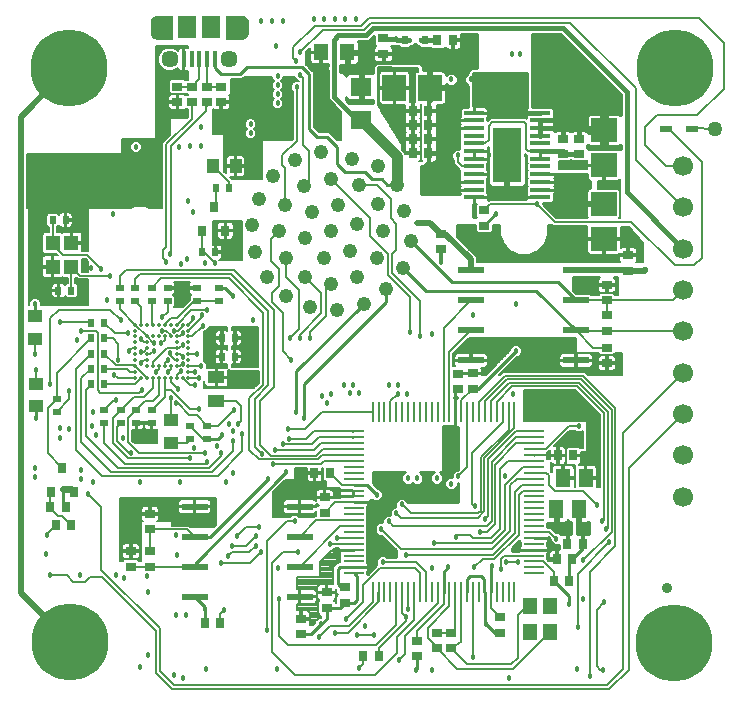
<source format=gtl>
G75*
%MOIN*%
%OFA0B0*%
%FSLAX24Y24*%
%IPPOS*%
%LPD*%
%AMOC8*
5,1,8,0,0,1.08239X$1,22.5*
%
%ADD10R,0.0276X0.0354*%
%ADD11R,0.0354X0.0276*%
%ADD12R,0.0512X0.0591*%
%ADD13R,0.0551X0.0394*%
%ADD14R,0.0787X0.0866*%
%ADD15R,0.0256X0.0217*%
%ADD16R,0.0217X0.0256*%
%ADD17R,0.0472X0.0394*%
%ADD18R,0.0394X0.0472*%
%ADD19R,0.0866X0.0236*%
%ADD20R,0.0197X0.0315*%
%ADD21R,0.0138X0.0138*%
%ADD22R,0.0310X0.0350*%
%ADD23R,0.0472X0.0551*%
%ADD24C,0.0500*%
%ADD25C,0.0571*%
%ADD26R,0.0157X0.0531*%
%ADD27R,0.0591X0.0748*%
%ADD28C,0.0000*%
%ADD29C,0.0001*%
%ADD30R,0.0660X0.0140*%
%ADD31R,0.0940X0.1840*%
%ADD32C,0.0300*%
%ADD33R,0.0110X0.0660*%
%ADD34R,0.0660X0.0110*%
%ADD35C,0.0138*%
%ADD36C,0.0480*%
%ADD37R,0.0472X0.0512*%
%ADD38R,0.0710X0.0630*%
%ADD39C,0.0669*%
%ADD40R,0.0394X0.0236*%
%ADD41R,0.0866X0.0787*%
%ADD42C,0.0100*%
%ADD43C,0.0050*%
%ADD44C,0.0160*%
%ADD45C,0.0180*%
%ADD46C,0.0080*%
%ADD47C,0.0150*%
%ADD48C,0.0240*%
%ADD49C,0.0200*%
%ADD50C,0.0354*%
%ADD51C,0.0120*%
%ADD52C,0.0350*%
%ADD53C,0.0230*%
%ADD54C,0.2565*%
D10*
X003619Y006731D03*
X004131Y006731D03*
X003951Y007321D03*
X003439Y007321D03*
X008592Y003451D03*
X009104Y003451D03*
X013875Y002366D03*
X014387Y002366D03*
X020224Y004865D03*
X020736Y004865D03*
X020829Y005589D03*
X020317Y005589D03*
X020677Y006098D03*
X021189Y006098D03*
X020882Y009039D03*
X020370Y009039D03*
X012760Y008456D03*
X012248Y008456D03*
X015531Y019123D03*
X015533Y019591D03*
X015532Y020061D03*
X015532Y020527D03*
X016043Y020527D03*
X016044Y020061D03*
X016044Y019591D03*
X016043Y019123D03*
X016347Y022890D03*
X016859Y022890D03*
D11*
X014536Y022938D03*
X014536Y022426D03*
X017908Y017214D03*
X017908Y016702D03*
X016455Y016426D03*
X016455Y015915D03*
X020525Y019085D03*
X020525Y019597D03*
X021069Y019596D03*
X021069Y019085D03*
X022707Y015715D03*
X022707Y015203D03*
X021993Y014719D03*
X021993Y014208D03*
X021995Y013713D03*
X021995Y013201D03*
X021994Y012632D03*
X021994Y012120D03*
X017522Y011771D03*
X017522Y011259D03*
X017044Y011258D03*
X017044Y011770D03*
X012590Y007643D03*
X012590Y007131D03*
X013268Y004648D03*
X013268Y004136D03*
X012652Y003959D03*
X012652Y004471D03*
X011792Y003597D03*
X011792Y003086D03*
X015681Y002870D03*
X015681Y002359D03*
X016324Y002608D03*
X016808Y002609D03*
X016808Y003120D03*
X016324Y003120D03*
X018438Y003135D03*
X018438Y003647D03*
X006759Y005337D03*
X006759Y005849D03*
X006125Y005848D03*
X006125Y005336D03*
X006768Y006572D03*
X006768Y007084D03*
X007677Y020820D03*
X008155Y020814D03*
X008663Y020817D03*
X009139Y020819D03*
X009139Y021331D03*
X008663Y021329D03*
X008155Y021326D03*
X007677Y021332D03*
D12*
X020537Y008294D03*
X021285Y008294D03*
X021054Y007243D03*
X020306Y007243D03*
D13*
X008982Y010855D03*
X008982Y011642D03*
D14*
X014915Y021294D03*
X016097Y021294D03*
D15*
X009067Y014626D03*
X009067Y014193D03*
X008320Y014191D03*
X008320Y014624D03*
X007353Y014622D03*
X007353Y014188D03*
X006835Y014186D03*
X006835Y014619D03*
X006281Y014615D03*
X006281Y014182D03*
X005764Y014187D03*
X005764Y014620D03*
X003652Y010935D03*
X003652Y010502D03*
X005221Y010554D03*
X005221Y010121D03*
X005795Y010119D03*
X005795Y010553D03*
X006308Y010555D03*
X006308Y010122D03*
X006820Y010123D03*
X006820Y010556D03*
X008104Y010021D03*
X008104Y009588D03*
X008679Y009592D03*
X008679Y010025D03*
D16*
X009154Y012330D03*
X009587Y012330D03*
X009592Y012955D03*
X009159Y012955D03*
X008944Y015815D03*
X008511Y015815D03*
X008974Y017964D03*
X009407Y017964D03*
X005240Y013454D03*
X004807Y013454D03*
X004806Y012943D03*
X005239Y012943D03*
X005242Y012436D03*
X004809Y012436D03*
X004806Y011923D03*
X005239Y011923D03*
X005241Y011406D03*
X004808Y011406D03*
X004147Y014537D03*
X003714Y014537D03*
X003520Y016885D03*
X003953Y016885D03*
D17*
X002940Y013684D03*
X002940Y012936D03*
X002950Y011433D03*
X002950Y010685D03*
X007452Y010217D03*
X007452Y009469D03*
D18*
X008870Y018683D03*
X009618Y018683D03*
D19*
X017471Y015205D03*
X017471Y014205D03*
X017471Y013205D03*
X017471Y012205D03*
X020971Y012205D03*
X020971Y013205D03*
X020971Y014205D03*
X020971Y015205D03*
X011750Y007336D03*
X011750Y006336D03*
X011750Y005336D03*
X011750Y004336D03*
X008250Y004336D03*
X008250Y005336D03*
X008250Y006336D03*
X008250Y007336D03*
D20*
X015251Y022895D03*
X015940Y022895D03*
D21*
X015792Y022895D03*
X015399Y022895D03*
D22*
X009274Y016535D03*
X008514Y016535D03*
X008894Y017335D03*
X003841Y008627D03*
X004221Y007827D03*
X003461Y007827D03*
D23*
X012468Y022476D03*
X013334Y022476D03*
X019446Y004035D03*
X020115Y004035D03*
X020115Y003169D03*
X019446Y003169D03*
D24*
X025608Y019935D03*
D25*
X009391Y022245D03*
X007422Y022245D03*
D26*
X007894Y022245D03*
X008150Y022245D03*
X008406Y022245D03*
X008662Y022245D03*
X008918Y022245D03*
D27*
X008800Y023308D03*
X008013Y023308D03*
D28*
X007501Y022934D02*
X006989Y022934D01*
X006945Y022939D01*
X006904Y022954D01*
X006866Y022977D01*
X006835Y023008D01*
X006812Y023046D01*
X006797Y023087D01*
X006792Y023131D01*
X006792Y023485D01*
X006797Y023529D01*
X006812Y023571D01*
X006835Y023608D01*
X006866Y023639D01*
X006904Y023663D01*
X006945Y023677D01*
X006989Y023682D01*
X007501Y023682D01*
X007501Y022934D01*
X009312Y022934D02*
X009824Y022934D01*
X009867Y022939D01*
X009909Y022954D01*
X009946Y022977D01*
X009977Y023008D01*
X010001Y023046D01*
X010016Y023087D01*
X010020Y023131D01*
X010020Y023485D01*
X010016Y023529D01*
X010001Y023571D01*
X009977Y023608D01*
X009946Y023639D01*
X009909Y023663D01*
X009867Y023677D01*
X009824Y023682D01*
X009312Y023682D01*
X009312Y022934D01*
D29*
X009312Y022935D02*
X009832Y022935D01*
X009841Y022936D02*
X009312Y022936D01*
X009312Y022937D02*
X009850Y022937D01*
X009859Y022938D02*
X009312Y022938D01*
X009312Y022939D02*
X009867Y022939D01*
X009870Y022940D02*
X009312Y022940D01*
X009312Y022941D02*
X009873Y022941D01*
X009876Y022942D02*
X009312Y022942D01*
X009312Y022943D02*
X009879Y022943D01*
X009882Y022944D02*
X009312Y022944D01*
X009312Y022945D02*
X009885Y022945D01*
X009887Y022946D02*
X009312Y022946D01*
X009312Y022947D02*
X009890Y022947D01*
X009893Y022948D02*
X009312Y022948D01*
X009312Y022949D02*
X009896Y022949D01*
X009899Y022950D02*
X009312Y022950D01*
X009312Y022951D02*
X009902Y022951D01*
X009905Y022952D02*
X009312Y022952D01*
X009312Y022953D02*
X009907Y022953D01*
X009910Y022954D02*
X009312Y022954D01*
X009312Y022955D02*
X009911Y022955D01*
X009913Y022956D02*
X009312Y022956D01*
X009312Y022957D02*
X009914Y022957D01*
X009916Y022958D02*
X009312Y022958D01*
X009312Y022959D02*
X009918Y022959D01*
X009919Y022960D02*
X009312Y022960D01*
X009312Y022961D02*
X009921Y022961D01*
X009922Y022962D02*
X009312Y022962D01*
X009312Y022963D02*
X009924Y022963D01*
X009926Y022964D02*
X009312Y022964D01*
X009312Y022965D02*
X009927Y022965D01*
X009929Y022966D02*
X009312Y022966D01*
X009312Y022967D02*
X009930Y022967D01*
X009932Y022968D02*
X009312Y022968D01*
X009312Y022969D02*
X009934Y022969D01*
X009935Y022970D02*
X009312Y022970D01*
X009312Y022971D02*
X009937Y022971D01*
X009938Y022972D02*
X009312Y022972D01*
X009312Y022973D02*
X009940Y022973D01*
X009941Y022974D02*
X009312Y022974D01*
X009312Y022975D02*
X009943Y022975D01*
X009945Y022976D02*
X009312Y022976D01*
X009312Y022977D02*
X009946Y022977D01*
X009947Y022978D02*
X009312Y022978D01*
X009312Y022979D02*
X009948Y022979D01*
X009949Y022980D02*
X009312Y022980D01*
X009312Y022981D02*
X009950Y022981D01*
X009951Y022982D02*
X009312Y022982D01*
X009312Y022983D02*
X009952Y022983D01*
X009953Y022984D02*
X009312Y022984D01*
X009312Y022985D02*
X009954Y022985D01*
X009955Y022986D02*
X009312Y022986D01*
X009312Y022987D02*
X009956Y022987D01*
X009957Y022988D02*
X009312Y022988D01*
X009312Y022989D02*
X009958Y022989D01*
X009959Y022990D02*
X009312Y022990D01*
X009312Y022991D02*
X009960Y022991D01*
X009961Y022992D02*
X009312Y022992D01*
X009312Y022993D02*
X009962Y022993D01*
X009963Y022994D02*
X009312Y022994D01*
X009312Y022995D02*
X009964Y022995D01*
X009965Y022996D02*
X009312Y022996D01*
X009312Y022997D02*
X009966Y022997D01*
X009967Y022998D02*
X009312Y022998D01*
X009312Y022999D02*
X009968Y022999D01*
X009969Y023000D02*
X009312Y023000D01*
X009312Y023001D02*
X009970Y023001D01*
X009971Y023002D02*
X009312Y023002D01*
X009312Y023003D02*
X009972Y023003D01*
X009973Y023004D02*
X009312Y023004D01*
X009312Y023005D02*
X009974Y023005D01*
X009975Y023006D02*
X009312Y023006D01*
X009312Y023007D02*
X009976Y023007D01*
X009977Y023008D02*
X009312Y023008D01*
X009312Y023009D02*
X009978Y023009D01*
X009979Y023010D02*
X009312Y023010D01*
X009312Y023011D02*
X009979Y023011D01*
X009980Y023012D02*
X009312Y023012D01*
X009312Y023013D02*
X009980Y023013D01*
X009981Y023014D02*
X009312Y023014D01*
X009312Y023015D02*
X009982Y023015D01*
X009982Y023016D02*
X009312Y023016D01*
X009312Y023017D02*
X009983Y023017D01*
X009984Y023018D02*
X009312Y023018D01*
X009312Y023019D02*
X009984Y023019D01*
X009985Y023020D02*
X009312Y023020D01*
X009312Y023021D02*
X009986Y023021D01*
X009986Y023022D02*
X009312Y023022D01*
X009312Y023023D02*
X009987Y023023D01*
X009987Y023024D02*
X009312Y023024D01*
X009312Y023025D02*
X009988Y023025D01*
X009989Y023026D02*
X009312Y023026D01*
X009312Y023027D02*
X009989Y023027D01*
X009990Y023028D02*
X009312Y023028D01*
X009312Y023029D02*
X009991Y023029D01*
X009991Y023030D02*
X009312Y023030D01*
X009312Y023031D02*
X009992Y023031D01*
X009992Y023032D02*
X009312Y023032D01*
X009312Y023033D02*
X009993Y023033D01*
X009994Y023034D02*
X009312Y023034D01*
X009312Y023035D02*
X009994Y023035D01*
X009995Y023036D02*
X009312Y023036D01*
X009312Y023037D02*
X009996Y023037D01*
X009996Y023038D02*
X009312Y023038D01*
X009312Y023039D02*
X009997Y023039D01*
X009997Y023040D02*
X009312Y023040D01*
X009312Y023041D02*
X009998Y023041D01*
X009999Y023042D02*
X009312Y023042D01*
X009312Y023043D02*
X009999Y023043D01*
X010000Y023044D02*
X009312Y023044D01*
X009312Y023045D02*
X010001Y023045D01*
X010001Y023046D02*
X009312Y023046D01*
X009312Y023047D02*
X010001Y023047D01*
X010002Y023048D02*
X009312Y023048D01*
X009312Y023049D02*
X010002Y023049D01*
X010002Y023050D02*
X009312Y023050D01*
X009312Y023051D02*
X010003Y023051D01*
X010003Y023052D02*
X009312Y023052D01*
X009312Y023053D02*
X010004Y023053D01*
X010004Y023054D02*
X009312Y023054D01*
X009312Y023055D02*
X010004Y023055D01*
X010005Y023056D02*
X009312Y023056D01*
X009312Y023057D02*
X010005Y023057D01*
X010005Y023058D02*
X009312Y023058D01*
X009312Y023059D02*
X010006Y023059D01*
X010006Y023060D02*
X009312Y023060D01*
X009312Y023061D02*
X010006Y023061D01*
X010007Y023062D02*
X009312Y023062D01*
X009312Y023063D02*
X010007Y023063D01*
X010007Y023064D02*
X009312Y023064D01*
X009312Y023065D02*
X010008Y023065D01*
X010008Y023066D02*
X009312Y023066D01*
X009312Y023067D02*
X010008Y023067D01*
X010009Y023068D02*
X009312Y023068D01*
X009312Y023069D02*
X010009Y023069D01*
X010009Y023070D02*
X009312Y023070D01*
X009312Y023071D02*
X010010Y023071D01*
X010010Y023072D02*
X009312Y023072D01*
X009312Y023073D02*
X010011Y023073D01*
X010011Y023074D02*
X009312Y023074D01*
X009312Y023075D02*
X010011Y023075D01*
X010012Y023076D02*
X009312Y023076D01*
X009312Y023077D02*
X010012Y023077D01*
X010012Y023078D02*
X009312Y023078D01*
X009312Y023079D02*
X010013Y023079D01*
X010013Y023080D02*
X009312Y023080D01*
X009312Y023081D02*
X010013Y023081D01*
X010014Y023082D02*
X009312Y023082D01*
X009312Y023083D02*
X010014Y023083D01*
X010014Y023084D02*
X009312Y023084D01*
X009312Y023085D02*
X010015Y023085D01*
X010015Y023086D02*
X009312Y023086D01*
X009312Y023087D02*
X010015Y023087D01*
X010016Y023088D02*
X009312Y023088D01*
X009312Y023089D02*
X010016Y023089D01*
X010016Y023090D02*
X009312Y023090D01*
X009312Y023091D02*
X010016Y023091D01*
X010016Y023092D02*
X009312Y023092D01*
X009312Y023093D02*
X010016Y023093D01*
X010016Y023094D02*
X009312Y023094D01*
X009312Y023095D02*
X010016Y023095D01*
X010016Y023096D02*
X009312Y023096D01*
X009312Y023097D02*
X010017Y023097D01*
X010017Y023098D02*
X009312Y023098D01*
X009312Y023099D02*
X010017Y023099D01*
X010017Y023100D02*
X009312Y023100D01*
X009312Y023101D02*
X010017Y023101D01*
X010017Y023102D02*
X009312Y023102D01*
X009312Y023103D02*
X010017Y023103D01*
X010017Y023104D02*
X009312Y023104D01*
X009312Y023105D02*
X010018Y023105D01*
X010018Y023106D02*
X009312Y023106D01*
X009312Y023107D02*
X010018Y023107D01*
X010018Y023108D02*
X009312Y023108D01*
X009312Y023109D02*
X010018Y023109D01*
X010018Y023110D02*
X009312Y023110D01*
X009312Y023111D02*
X010018Y023111D01*
X010018Y023112D02*
X009312Y023112D01*
X009312Y023113D02*
X010018Y023113D01*
X010019Y023114D02*
X009312Y023114D01*
X009312Y023115D02*
X010019Y023115D01*
X010019Y023116D02*
X009312Y023116D01*
X009312Y023117D02*
X010019Y023117D01*
X010019Y023118D02*
X009312Y023118D01*
X009312Y023119D02*
X010019Y023119D01*
X010019Y023120D02*
X009312Y023120D01*
X009312Y023121D02*
X010019Y023121D01*
X010019Y023122D02*
X009312Y023122D01*
X009312Y023123D02*
X010020Y023123D01*
X010020Y023124D02*
X009312Y023124D01*
X009312Y023125D02*
X010020Y023125D01*
X010020Y023126D02*
X009312Y023126D01*
X009312Y023127D02*
X010020Y023127D01*
X010020Y023128D02*
X009312Y023128D01*
X009312Y023129D02*
X010020Y023129D01*
X010020Y023130D02*
X009312Y023130D01*
X009312Y023131D02*
X010020Y023131D01*
X010020Y023132D02*
X009312Y023132D01*
X009312Y023133D02*
X010020Y023133D01*
X010020Y023134D02*
X009312Y023134D01*
X009312Y023135D02*
X010020Y023135D01*
X010020Y023136D02*
X009312Y023136D01*
X009312Y023137D02*
X010020Y023137D01*
X010020Y023138D02*
X009312Y023138D01*
X009312Y023139D02*
X010020Y023139D01*
X010020Y023140D02*
X009312Y023140D01*
X009312Y023141D02*
X010020Y023141D01*
X010020Y023142D02*
X009312Y023142D01*
X009312Y023143D02*
X010020Y023143D01*
X010020Y023144D02*
X009312Y023144D01*
X009312Y023145D02*
X010020Y023145D01*
X010020Y023146D02*
X009312Y023146D01*
X009312Y023147D02*
X010020Y023147D01*
X010020Y023148D02*
X009312Y023148D01*
X009312Y023149D02*
X010020Y023149D01*
X010020Y023150D02*
X009312Y023150D01*
X009312Y023151D02*
X010020Y023151D01*
X010020Y023152D02*
X009312Y023152D01*
X009312Y023153D02*
X010020Y023153D01*
X010020Y023154D02*
X009312Y023154D01*
X009312Y023155D02*
X010020Y023155D01*
X010020Y023156D02*
X009312Y023156D01*
X009312Y023157D02*
X010020Y023157D01*
X010020Y023158D02*
X009312Y023158D01*
X009312Y023159D02*
X010020Y023159D01*
X010020Y023160D02*
X009312Y023160D01*
X009312Y023161D02*
X010020Y023161D01*
X010020Y023162D02*
X009312Y023162D01*
X009312Y023163D02*
X010020Y023163D01*
X010020Y023164D02*
X009312Y023164D01*
X009312Y023165D02*
X010020Y023165D01*
X010020Y023166D02*
X009312Y023166D01*
X009312Y023167D02*
X010020Y023167D01*
X010020Y023168D02*
X009312Y023168D01*
X009312Y023169D02*
X010020Y023169D01*
X010020Y023170D02*
X009312Y023170D01*
X009312Y023171D02*
X010020Y023171D01*
X010020Y023172D02*
X009312Y023172D01*
X009312Y023173D02*
X010020Y023173D01*
X010020Y023174D02*
X009312Y023174D01*
X009312Y023175D02*
X010020Y023175D01*
X010020Y023176D02*
X009312Y023176D01*
X009312Y023177D02*
X010020Y023177D01*
X010020Y023178D02*
X009312Y023178D01*
X009312Y023179D02*
X010020Y023179D01*
X010020Y023180D02*
X009312Y023180D01*
X009312Y023181D02*
X010020Y023181D01*
X010020Y023182D02*
X009312Y023182D01*
X009312Y023183D02*
X010020Y023183D01*
X010020Y023184D02*
X009312Y023184D01*
X009312Y023185D02*
X010020Y023185D01*
X010020Y023186D02*
X009312Y023186D01*
X009312Y023187D02*
X010020Y023187D01*
X010020Y023188D02*
X009312Y023188D01*
X009312Y023189D02*
X010020Y023189D01*
X010020Y023190D02*
X009312Y023190D01*
X009312Y023191D02*
X010020Y023191D01*
X010020Y023192D02*
X009312Y023192D01*
X009312Y023193D02*
X010020Y023193D01*
X010020Y023194D02*
X009312Y023194D01*
X009312Y023195D02*
X010020Y023195D01*
X010020Y023196D02*
X009312Y023196D01*
X009312Y023197D02*
X010020Y023197D01*
X010020Y023198D02*
X009312Y023198D01*
X009312Y023199D02*
X010020Y023199D01*
X010020Y023200D02*
X009312Y023200D01*
X009312Y023201D02*
X010020Y023201D01*
X010020Y023202D02*
X009312Y023202D01*
X009312Y023203D02*
X010020Y023203D01*
X010020Y023204D02*
X009312Y023204D01*
X009312Y023205D02*
X010020Y023205D01*
X010020Y023206D02*
X009312Y023206D01*
X009312Y023207D02*
X010020Y023207D01*
X010020Y023208D02*
X009312Y023208D01*
X009312Y023209D02*
X010020Y023209D01*
X010020Y023210D02*
X009312Y023210D01*
X009312Y023211D02*
X010020Y023211D01*
X010020Y023212D02*
X009312Y023212D01*
X009312Y023213D02*
X010020Y023213D01*
X010020Y023214D02*
X009312Y023214D01*
X009312Y023215D02*
X010020Y023215D01*
X010020Y023216D02*
X009312Y023216D01*
X009312Y023217D02*
X010020Y023217D01*
X010020Y023218D02*
X009312Y023218D01*
X009312Y023219D02*
X010020Y023219D01*
X010020Y023220D02*
X009312Y023220D01*
X009312Y023221D02*
X010020Y023221D01*
X010020Y023222D02*
X009312Y023222D01*
X009312Y023223D02*
X010020Y023223D01*
X010020Y023224D02*
X009312Y023224D01*
X009312Y023225D02*
X010020Y023225D01*
X010020Y023226D02*
X009312Y023226D01*
X009312Y023227D02*
X010020Y023227D01*
X010020Y023228D02*
X009312Y023228D01*
X009312Y023229D02*
X010020Y023229D01*
X010020Y023230D02*
X009312Y023230D01*
X009312Y023231D02*
X010020Y023231D01*
X010020Y023232D02*
X009312Y023232D01*
X009312Y023233D02*
X010020Y023233D01*
X010020Y023234D02*
X009312Y023234D01*
X009312Y023235D02*
X010020Y023235D01*
X010020Y023236D02*
X009312Y023236D01*
X009312Y023237D02*
X010020Y023237D01*
X010020Y023238D02*
X009312Y023238D01*
X009312Y023239D02*
X010020Y023239D01*
X010020Y023240D02*
X009312Y023240D01*
X009312Y023241D02*
X010020Y023241D01*
X010020Y023242D02*
X009312Y023242D01*
X009312Y023243D02*
X010020Y023243D01*
X010020Y023244D02*
X009312Y023244D01*
X009312Y023245D02*
X010020Y023245D01*
X010020Y023246D02*
X009312Y023246D01*
X009312Y023247D02*
X010020Y023247D01*
X010020Y023248D02*
X009312Y023248D01*
X009312Y023249D02*
X010020Y023249D01*
X010020Y023250D02*
X009312Y023250D01*
X009312Y023251D02*
X010020Y023251D01*
X010020Y023252D02*
X009312Y023252D01*
X009312Y023253D02*
X010020Y023253D01*
X010020Y023254D02*
X009312Y023254D01*
X009312Y023255D02*
X010020Y023255D01*
X010020Y023256D02*
X009312Y023256D01*
X009312Y023257D02*
X010020Y023257D01*
X010020Y023258D02*
X009312Y023258D01*
X009312Y023259D02*
X010020Y023259D01*
X010020Y023260D02*
X009312Y023260D01*
X009312Y023261D02*
X010020Y023261D01*
X010020Y023262D02*
X009312Y023262D01*
X009312Y023263D02*
X010020Y023263D01*
X010020Y023264D02*
X009312Y023264D01*
X009312Y023265D02*
X010020Y023265D01*
X010020Y023266D02*
X009312Y023266D01*
X009312Y023267D02*
X010020Y023267D01*
X010020Y023268D02*
X009312Y023268D01*
X009312Y023269D02*
X010020Y023269D01*
X010020Y023270D02*
X009312Y023270D01*
X009312Y023271D02*
X010020Y023271D01*
X010020Y023272D02*
X009312Y023272D01*
X009312Y023273D02*
X010020Y023273D01*
X010020Y023274D02*
X009312Y023274D01*
X009312Y023275D02*
X010020Y023275D01*
X010020Y023276D02*
X009312Y023276D01*
X009312Y023277D02*
X010020Y023277D01*
X010020Y023278D02*
X009312Y023278D01*
X009312Y023279D02*
X010020Y023279D01*
X010020Y023280D02*
X009312Y023280D01*
X009312Y023281D02*
X010020Y023281D01*
X010020Y023282D02*
X009312Y023282D01*
X009312Y023283D02*
X010020Y023283D01*
X010020Y023284D02*
X009312Y023284D01*
X009312Y023285D02*
X010020Y023285D01*
X010020Y023286D02*
X009312Y023286D01*
X009312Y023287D02*
X010020Y023287D01*
X010020Y023288D02*
X009312Y023288D01*
X009312Y023289D02*
X010020Y023289D01*
X010020Y023290D02*
X009312Y023290D01*
X009312Y023291D02*
X010020Y023291D01*
X010020Y023292D02*
X009312Y023292D01*
X009312Y023293D02*
X010020Y023293D01*
X010020Y023294D02*
X009312Y023294D01*
X009312Y023295D02*
X010020Y023295D01*
X010020Y023296D02*
X009312Y023296D01*
X009312Y023297D02*
X010020Y023297D01*
X010020Y023298D02*
X009312Y023298D01*
X009312Y023299D02*
X010020Y023299D01*
X010020Y023300D02*
X009312Y023300D01*
X009312Y023301D02*
X010020Y023301D01*
X010020Y023302D02*
X009312Y023302D01*
X009312Y023303D02*
X010020Y023303D01*
X010020Y023304D02*
X009312Y023304D01*
X009312Y023305D02*
X010020Y023305D01*
X010020Y023306D02*
X009312Y023306D01*
X009312Y023307D02*
X010020Y023307D01*
X010020Y023308D02*
X009312Y023308D01*
X009312Y023309D02*
X010020Y023309D01*
X010020Y023310D02*
X009312Y023310D01*
X009312Y023311D02*
X010020Y023311D01*
X010020Y023312D02*
X009312Y023312D01*
X009312Y023313D02*
X010020Y023313D01*
X010020Y023314D02*
X009312Y023314D01*
X009312Y023315D02*
X010020Y023315D01*
X010020Y023316D02*
X009312Y023316D01*
X009312Y023317D02*
X010020Y023317D01*
X010020Y023318D02*
X009312Y023318D01*
X009312Y023319D02*
X010020Y023319D01*
X010020Y023320D02*
X009312Y023320D01*
X009312Y023321D02*
X010020Y023321D01*
X010020Y023322D02*
X009312Y023322D01*
X009312Y023323D02*
X010020Y023323D01*
X010020Y023324D02*
X009312Y023324D01*
X009312Y023325D02*
X010020Y023325D01*
X010020Y023326D02*
X009312Y023326D01*
X009312Y023327D02*
X010020Y023327D01*
X010020Y023328D02*
X009312Y023328D01*
X009312Y023329D02*
X010020Y023329D01*
X010020Y023330D02*
X009312Y023330D01*
X009312Y023331D02*
X010020Y023331D01*
X010020Y023332D02*
X009312Y023332D01*
X009312Y023333D02*
X010020Y023333D01*
X010020Y023334D02*
X009312Y023334D01*
X009312Y023335D02*
X010020Y023335D01*
X010020Y023336D02*
X009312Y023336D01*
X009312Y023337D02*
X010020Y023337D01*
X010020Y023338D02*
X009312Y023338D01*
X009312Y023339D02*
X010020Y023339D01*
X010020Y023340D02*
X009312Y023340D01*
X009312Y023341D02*
X010020Y023341D01*
X010020Y023342D02*
X009312Y023342D01*
X009312Y023343D02*
X010020Y023343D01*
X010020Y023344D02*
X009312Y023344D01*
X009312Y023345D02*
X010020Y023345D01*
X010020Y023346D02*
X009312Y023346D01*
X009312Y023347D02*
X010020Y023347D01*
X010020Y023348D02*
X009312Y023348D01*
X009312Y023349D02*
X010020Y023349D01*
X010020Y023350D02*
X009312Y023350D01*
X009312Y023351D02*
X010020Y023351D01*
X010020Y023352D02*
X009312Y023352D01*
X009312Y023353D02*
X010020Y023353D01*
X010020Y023354D02*
X009312Y023354D01*
X009312Y023355D02*
X010020Y023355D01*
X010020Y023356D02*
X009312Y023356D01*
X009312Y023357D02*
X010020Y023357D01*
X010020Y023358D02*
X009312Y023358D01*
X009312Y023359D02*
X010020Y023359D01*
X010020Y023360D02*
X009312Y023360D01*
X009312Y023361D02*
X010020Y023361D01*
X010020Y023362D02*
X009312Y023362D01*
X009312Y023363D02*
X010020Y023363D01*
X010020Y023364D02*
X009312Y023364D01*
X009312Y023365D02*
X010020Y023365D01*
X010020Y023366D02*
X009312Y023366D01*
X009312Y023367D02*
X010020Y023367D01*
X010020Y023368D02*
X009312Y023368D01*
X009312Y023369D02*
X010020Y023369D01*
X010020Y023370D02*
X009312Y023370D01*
X009312Y023371D02*
X010020Y023371D01*
X010020Y023372D02*
X009312Y023372D01*
X009312Y023373D02*
X010020Y023373D01*
X010020Y023374D02*
X009312Y023374D01*
X009312Y023375D02*
X010020Y023375D01*
X010020Y023376D02*
X009312Y023376D01*
X009312Y023377D02*
X010020Y023377D01*
X010020Y023378D02*
X009312Y023378D01*
X009312Y023379D02*
X010020Y023379D01*
X010020Y023380D02*
X009312Y023380D01*
X009312Y023381D02*
X010020Y023381D01*
X010020Y023382D02*
X009312Y023382D01*
X009312Y023383D02*
X010020Y023383D01*
X010020Y023384D02*
X009312Y023384D01*
X009312Y023385D02*
X010020Y023385D01*
X010020Y023386D02*
X009312Y023386D01*
X009312Y023387D02*
X010020Y023387D01*
X010020Y023388D02*
X009312Y023388D01*
X009312Y023389D02*
X010020Y023389D01*
X010020Y023390D02*
X009312Y023390D01*
X009312Y023391D02*
X010020Y023391D01*
X010020Y023392D02*
X009312Y023392D01*
X009312Y023393D02*
X010020Y023393D01*
X010020Y023394D02*
X009312Y023394D01*
X009312Y023395D02*
X010020Y023395D01*
X010020Y023396D02*
X009312Y023396D01*
X009312Y023397D02*
X010020Y023397D01*
X010020Y023398D02*
X009312Y023398D01*
X009312Y023399D02*
X010020Y023399D01*
X010020Y023400D02*
X009312Y023400D01*
X009312Y023401D02*
X010020Y023401D01*
X010020Y023402D02*
X009312Y023402D01*
X009312Y023403D02*
X010020Y023403D01*
X010020Y023404D02*
X009312Y023404D01*
X009312Y023405D02*
X010020Y023405D01*
X010020Y023406D02*
X009312Y023406D01*
X009312Y023407D02*
X010020Y023407D01*
X010020Y023408D02*
X009312Y023408D01*
X009312Y023409D02*
X010020Y023409D01*
X010020Y023410D02*
X009312Y023410D01*
X009312Y023411D02*
X010020Y023411D01*
X010020Y023412D02*
X009312Y023412D01*
X009312Y023413D02*
X010020Y023413D01*
X010020Y023414D02*
X009312Y023414D01*
X009312Y023415D02*
X010020Y023415D01*
X010020Y023416D02*
X009312Y023416D01*
X009312Y023417D02*
X010020Y023417D01*
X010020Y023418D02*
X009312Y023418D01*
X009312Y023419D02*
X010020Y023419D01*
X010020Y023420D02*
X009312Y023420D01*
X009312Y023421D02*
X010020Y023421D01*
X010020Y023422D02*
X009312Y023422D01*
X009312Y023423D02*
X010020Y023423D01*
X010020Y023424D02*
X009312Y023424D01*
X009312Y023425D02*
X010020Y023425D01*
X010020Y023426D02*
X009312Y023426D01*
X009312Y023427D02*
X010020Y023427D01*
X010020Y023428D02*
X009312Y023428D01*
X009312Y023429D02*
X010020Y023429D01*
X010020Y023430D02*
X009312Y023430D01*
X009312Y023431D02*
X010020Y023431D01*
X010020Y023432D02*
X009312Y023432D01*
X009312Y023433D02*
X010020Y023433D01*
X010020Y023434D02*
X009312Y023434D01*
X009312Y023435D02*
X010020Y023435D01*
X010020Y023436D02*
X009312Y023436D01*
X009312Y023437D02*
X010020Y023437D01*
X010020Y023438D02*
X009312Y023438D01*
X009312Y023439D02*
X010020Y023439D01*
X010020Y023440D02*
X009312Y023440D01*
X009312Y023441D02*
X010020Y023441D01*
X010020Y023442D02*
X009312Y023442D01*
X009312Y023443D02*
X010020Y023443D01*
X010020Y023444D02*
X009312Y023444D01*
X009312Y023445D02*
X010020Y023445D01*
X010020Y023446D02*
X009312Y023446D01*
X009312Y023447D02*
X010020Y023447D01*
X010020Y023448D02*
X009312Y023448D01*
X009312Y023449D02*
X010020Y023449D01*
X010020Y023450D02*
X009312Y023450D01*
X009312Y023451D02*
X010020Y023451D01*
X010020Y023452D02*
X009312Y023452D01*
X009312Y023453D02*
X010020Y023453D01*
X010020Y023454D02*
X009312Y023454D01*
X009312Y023455D02*
X010020Y023455D01*
X010020Y023456D02*
X009312Y023456D01*
X009312Y023457D02*
X010020Y023457D01*
X010020Y023458D02*
X009312Y023458D01*
X009312Y023459D02*
X010020Y023459D01*
X010020Y023460D02*
X009312Y023460D01*
X009312Y023461D02*
X010020Y023461D01*
X010020Y023462D02*
X009312Y023462D01*
X009312Y023463D02*
X010020Y023463D01*
X010020Y023464D02*
X009312Y023464D01*
X009312Y023465D02*
X010020Y023465D01*
X010020Y023466D02*
X009312Y023466D01*
X009312Y023467D02*
X010020Y023467D01*
X010020Y023468D02*
X009312Y023468D01*
X009312Y023469D02*
X010020Y023469D01*
X010020Y023470D02*
X009312Y023470D01*
X009312Y023471D02*
X010020Y023471D01*
X010020Y023472D02*
X009312Y023472D01*
X009312Y023473D02*
X010020Y023473D01*
X010020Y023474D02*
X009312Y023474D01*
X009312Y023475D02*
X010020Y023475D01*
X010020Y023476D02*
X009312Y023476D01*
X009312Y023477D02*
X010020Y023477D01*
X010020Y023478D02*
X009312Y023478D01*
X009312Y023479D02*
X010020Y023479D01*
X010020Y023480D02*
X009312Y023480D01*
X009312Y023481D02*
X010020Y023481D01*
X010020Y023482D02*
X009312Y023482D01*
X009312Y023483D02*
X010020Y023483D01*
X010020Y023484D02*
X009312Y023484D01*
X009312Y023485D02*
X010020Y023485D01*
X010020Y023486D02*
X009312Y023486D01*
X009312Y023487D02*
X010020Y023487D01*
X010020Y023488D02*
X009312Y023488D01*
X009312Y023489D02*
X010020Y023489D01*
X010020Y023490D02*
X009312Y023490D01*
X009312Y023491D02*
X010020Y023491D01*
X010020Y023492D02*
X009312Y023492D01*
X009312Y023493D02*
X010020Y023493D01*
X010020Y023494D02*
X009312Y023494D01*
X009312Y023495D02*
X010019Y023495D01*
X010019Y023496D02*
X009312Y023496D01*
X009312Y023497D02*
X010019Y023497D01*
X010019Y023498D02*
X009312Y023498D01*
X009312Y023499D02*
X010019Y023499D01*
X010019Y023500D02*
X009312Y023500D01*
X009312Y023501D02*
X010019Y023501D01*
X010019Y023502D02*
X009312Y023502D01*
X009312Y023503D02*
X010019Y023503D01*
X010018Y023504D02*
X009312Y023504D01*
X009312Y023505D02*
X010018Y023505D01*
X010018Y023506D02*
X009312Y023506D01*
X009312Y023507D02*
X010018Y023507D01*
X010018Y023508D02*
X009312Y023508D01*
X009312Y023509D02*
X010018Y023509D01*
X010018Y023510D02*
X009312Y023510D01*
X009312Y023511D02*
X010018Y023511D01*
X010017Y023512D02*
X009312Y023512D01*
X009312Y023513D02*
X010017Y023513D01*
X010017Y023514D02*
X009312Y023514D01*
X009312Y023515D02*
X010017Y023515D01*
X010017Y023516D02*
X009312Y023516D01*
X009312Y023517D02*
X010017Y023517D01*
X010017Y023518D02*
X009312Y023518D01*
X009312Y023519D02*
X010017Y023519D01*
X010017Y023520D02*
X009312Y023520D01*
X009312Y023521D02*
X010016Y023521D01*
X010016Y023522D02*
X009312Y023522D01*
X009312Y023523D02*
X010016Y023523D01*
X010016Y023524D02*
X009312Y023524D01*
X009312Y023525D02*
X010016Y023525D01*
X010016Y023526D02*
X009312Y023526D01*
X009312Y023527D02*
X010016Y023527D01*
X010016Y023528D02*
X009312Y023528D01*
X009312Y023529D02*
X010016Y023529D01*
X010015Y023530D02*
X009312Y023530D01*
X009312Y023531D02*
X010015Y023531D01*
X010015Y023532D02*
X009312Y023532D01*
X009312Y023533D02*
X010014Y023533D01*
X010014Y023534D02*
X009312Y023534D01*
X009312Y023535D02*
X010014Y023535D01*
X010013Y023536D02*
X009312Y023536D01*
X009312Y023537D02*
X010013Y023537D01*
X010013Y023538D02*
X009312Y023538D01*
X009312Y023539D02*
X010012Y023539D01*
X010012Y023540D02*
X009312Y023540D01*
X009312Y023541D02*
X010012Y023541D01*
X010011Y023542D02*
X009312Y023542D01*
X009312Y023543D02*
X010011Y023543D01*
X010010Y023544D02*
X009312Y023544D01*
X009312Y023545D02*
X010010Y023545D01*
X010010Y023546D02*
X009312Y023546D01*
X009312Y023547D02*
X010009Y023547D01*
X010009Y023548D02*
X009312Y023548D01*
X009312Y023549D02*
X010009Y023549D01*
X010008Y023550D02*
X009312Y023550D01*
X009312Y023551D02*
X010008Y023551D01*
X010008Y023552D02*
X009312Y023552D01*
X009312Y023553D02*
X010007Y023553D01*
X010007Y023554D02*
X009312Y023554D01*
X009312Y023555D02*
X010007Y023555D01*
X010006Y023556D02*
X009312Y023556D01*
X009312Y023557D02*
X010006Y023557D01*
X010006Y023558D02*
X009312Y023558D01*
X009312Y023559D02*
X010005Y023559D01*
X010005Y023560D02*
X009312Y023560D01*
X009312Y023561D02*
X010005Y023561D01*
X010004Y023562D02*
X009312Y023562D01*
X009312Y023563D02*
X010004Y023563D01*
X010003Y023564D02*
X009312Y023564D01*
X009312Y023565D02*
X010003Y023565D01*
X010003Y023566D02*
X009312Y023566D01*
X009312Y023567D02*
X010002Y023567D01*
X010002Y023568D02*
X009312Y023568D01*
X009312Y023569D02*
X010002Y023569D01*
X010001Y023570D02*
X009312Y023570D01*
X009312Y023571D02*
X010001Y023571D01*
X010000Y023572D02*
X009312Y023572D01*
X009312Y023573D02*
X010000Y023573D01*
X009999Y023574D02*
X009312Y023574D01*
X009312Y023575D02*
X009999Y023575D01*
X009998Y023576D02*
X009312Y023576D01*
X009312Y023577D02*
X009997Y023577D01*
X009997Y023578D02*
X009312Y023578D01*
X009312Y023579D02*
X009996Y023579D01*
X009995Y023580D02*
X009312Y023580D01*
X009312Y023581D02*
X009995Y023581D01*
X009994Y023582D02*
X009312Y023582D01*
X009312Y023583D02*
X009994Y023583D01*
X009993Y023584D02*
X009312Y023584D01*
X009312Y023585D02*
X009992Y023585D01*
X009992Y023586D02*
X009312Y023586D01*
X009312Y023587D02*
X009991Y023587D01*
X009990Y023588D02*
X009312Y023588D01*
X009312Y023589D02*
X009990Y023589D01*
X009989Y023590D02*
X009312Y023590D01*
X009312Y023591D02*
X009989Y023591D01*
X009988Y023592D02*
X009312Y023592D01*
X009312Y023593D02*
X009987Y023593D01*
X009987Y023594D02*
X009312Y023594D01*
X009986Y023594D01*
X009985Y023595D02*
X009312Y023595D01*
X009312Y023596D02*
X009985Y023596D01*
X009984Y023597D02*
X009312Y023597D01*
X009312Y023598D02*
X009984Y023598D01*
X009983Y023599D02*
X009312Y023599D01*
X009312Y023600D02*
X009982Y023600D01*
X009982Y023601D02*
X009312Y023601D01*
X009312Y023602D02*
X009981Y023602D01*
X009980Y023603D02*
X009312Y023603D01*
X009312Y023604D02*
X009980Y023604D01*
X009979Y023605D02*
X009312Y023605D01*
X009312Y023606D02*
X009979Y023606D01*
X009978Y023607D02*
X009312Y023607D01*
X009312Y023608D02*
X009977Y023608D01*
X009976Y023609D02*
X009312Y023609D01*
X009312Y023610D02*
X009975Y023610D01*
X009974Y023611D02*
X009312Y023611D01*
X009312Y023612D02*
X009973Y023612D01*
X009972Y023613D02*
X009312Y023613D01*
X009312Y023614D02*
X009971Y023614D01*
X009970Y023615D02*
X009312Y023615D01*
X009312Y023616D02*
X009969Y023616D01*
X009968Y023617D02*
X009312Y023617D01*
X009312Y023618D02*
X009967Y023618D01*
X009966Y023619D02*
X009312Y023619D01*
X009312Y023620D02*
X009965Y023620D01*
X009964Y023621D02*
X009312Y023621D01*
X009312Y023622D02*
X009963Y023622D01*
X009962Y023623D02*
X009312Y023623D01*
X009312Y023624D02*
X009961Y023624D01*
X009960Y023625D02*
X009312Y023625D01*
X009312Y023626D02*
X009959Y023626D01*
X009958Y023627D02*
X009312Y023627D01*
X009312Y023628D02*
X009957Y023628D01*
X009956Y023629D02*
X009312Y023629D01*
X009312Y023630D02*
X009955Y023630D01*
X009954Y023631D02*
X009312Y023631D01*
X009312Y023632D02*
X009953Y023632D01*
X009952Y023633D02*
X009312Y023633D01*
X009312Y023634D02*
X009951Y023634D01*
X009950Y023635D02*
X009312Y023635D01*
X009312Y023636D02*
X009949Y023636D01*
X009948Y023637D02*
X009312Y023637D01*
X009312Y023638D02*
X009947Y023638D01*
X009946Y023639D02*
X009312Y023639D01*
X009312Y023640D02*
X009944Y023640D01*
X009943Y023641D02*
X009312Y023641D01*
X009312Y023642D02*
X009941Y023642D01*
X009940Y023643D02*
X009312Y023643D01*
X009312Y023644D02*
X009938Y023644D01*
X009937Y023645D02*
X009312Y023645D01*
X009312Y023646D02*
X009935Y023646D01*
X009933Y023647D02*
X009312Y023647D01*
X009312Y023648D02*
X009932Y023648D01*
X009930Y023649D02*
X009312Y023649D01*
X009312Y023650D02*
X009929Y023650D01*
X009927Y023651D02*
X009312Y023651D01*
X009312Y023652D02*
X009925Y023652D01*
X009924Y023653D02*
X009312Y023653D01*
X009312Y023654D02*
X009922Y023654D01*
X009921Y023655D02*
X009312Y023655D01*
X009312Y023656D02*
X009919Y023656D01*
X009917Y023657D02*
X009312Y023657D01*
X009312Y023658D02*
X009916Y023658D01*
X009914Y023659D02*
X009312Y023659D01*
X009312Y023660D02*
X009913Y023660D01*
X009911Y023661D02*
X009312Y023661D01*
X009312Y023662D02*
X009909Y023662D01*
X009907Y023663D02*
X009312Y023663D01*
X009312Y023664D02*
X009904Y023664D01*
X009901Y023665D02*
X009312Y023665D01*
X009312Y023666D02*
X009898Y023666D01*
X009896Y023667D02*
X009312Y023667D01*
X009312Y023668D02*
X009893Y023668D01*
X009890Y023669D02*
X009312Y023669D01*
X009312Y023670D02*
X009887Y023670D01*
X009884Y023671D02*
X009312Y023671D01*
X009312Y023672D02*
X009881Y023672D01*
X009878Y023673D02*
X009312Y023673D01*
X009312Y023674D02*
X009876Y023674D01*
X009873Y023675D02*
X009312Y023675D01*
X009312Y023676D02*
X009870Y023676D01*
X009866Y023677D02*
X009312Y023677D01*
X009312Y023678D02*
X009857Y023678D01*
X009849Y023679D02*
X009312Y023679D01*
X009312Y023680D02*
X009840Y023680D01*
X009831Y023681D02*
X009312Y023681D01*
X007501Y023681D02*
X006982Y023681D01*
X006973Y023680D02*
X007501Y023680D01*
X007501Y023679D02*
X006964Y023679D01*
X006955Y023678D02*
X007501Y023678D01*
X007501Y023677D02*
X006946Y023677D01*
X006943Y023676D02*
X007501Y023676D01*
X007501Y023675D02*
X006940Y023675D01*
X006937Y023674D02*
X007501Y023674D01*
X007501Y023673D02*
X006934Y023673D01*
X006931Y023672D02*
X007501Y023672D01*
X007501Y023671D02*
X006928Y023671D01*
X006926Y023670D02*
X007501Y023670D01*
X007501Y023669D02*
X006923Y023669D01*
X006920Y023668D02*
X007501Y023668D01*
X007501Y023667D02*
X006917Y023667D01*
X006914Y023666D02*
X007501Y023666D01*
X007501Y023665D02*
X006911Y023665D01*
X006908Y023664D02*
X007501Y023664D01*
X007501Y023663D02*
X006906Y023663D01*
X006903Y023662D02*
X007501Y023662D01*
X007501Y023661D02*
X006901Y023661D01*
X006900Y023660D02*
X007501Y023660D01*
X007501Y023659D02*
X006898Y023659D01*
X006897Y023658D02*
X007501Y023658D01*
X007501Y023657D02*
X006895Y023657D01*
X006894Y023656D02*
X007501Y023656D01*
X007501Y023655D02*
X006892Y023655D01*
X006890Y023654D02*
X007501Y023654D01*
X007501Y023653D02*
X006889Y023653D01*
X006887Y023652D02*
X007501Y023652D01*
X007501Y023651D02*
X006886Y023651D01*
X006884Y023650D02*
X007501Y023650D01*
X007501Y023649D02*
X006882Y023649D01*
X006881Y023648D02*
X007501Y023648D01*
X007501Y023647D02*
X006879Y023647D01*
X006878Y023646D02*
X007501Y023646D01*
X007501Y023645D02*
X006876Y023645D01*
X006874Y023644D02*
X007501Y023644D01*
X007501Y023643D02*
X006873Y023643D01*
X006871Y023642D02*
X007501Y023642D01*
X007501Y023641D02*
X006870Y023641D01*
X006868Y023640D02*
X007501Y023640D01*
X007501Y023639D02*
X006866Y023639D01*
X006865Y023638D02*
X007501Y023638D01*
X007501Y023637D02*
X006864Y023637D01*
X006863Y023636D02*
X007501Y023636D01*
X007501Y023635D02*
X006862Y023635D01*
X006861Y023634D02*
X007501Y023634D01*
X007501Y023633D02*
X006860Y023633D01*
X006859Y023632D02*
X007501Y023632D01*
X007501Y023631D02*
X006858Y023631D01*
X006857Y023630D02*
X007501Y023630D01*
X007501Y023629D02*
X006856Y023629D01*
X006855Y023628D02*
X007501Y023628D01*
X007501Y023627D02*
X006854Y023627D01*
X006853Y023626D02*
X007501Y023626D01*
X007501Y023625D02*
X006852Y023625D01*
X006851Y023624D02*
X007501Y023624D01*
X007501Y023623D02*
X006850Y023623D01*
X006849Y023622D02*
X007501Y023622D01*
X007501Y023621D02*
X006848Y023621D01*
X006847Y023620D02*
X007501Y023620D01*
X007501Y023619D02*
X006846Y023619D01*
X006845Y023618D02*
X007501Y023618D01*
X007501Y023617D02*
X006844Y023617D01*
X006843Y023616D02*
X007501Y023616D01*
X007501Y023615D02*
X006842Y023615D01*
X006841Y023614D02*
X007501Y023614D01*
X007501Y023613D02*
X006840Y023613D01*
X006839Y023612D02*
X007501Y023612D01*
X007501Y023611D02*
X006838Y023611D01*
X006837Y023610D02*
X007501Y023610D01*
X007501Y023609D02*
X006836Y023609D01*
X006835Y023608D02*
X007501Y023608D01*
X007501Y023607D02*
X006835Y023607D01*
X006834Y023606D02*
X007501Y023606D01*
X007501Y023605D02*
X006833Y023605D01*
X006833Y023604D02*
X007501Y023604D01*
X007501Y023603D02*
X006832Y023603D01*
X006832Y023602D02*
X007501Y023602D01*
X007501Y023601D02*
X006831Y023601D01*
X006830Y023600D02*
X007501Y023600D01*
X007501Y023599D02*
X006830Y023599D01*
X006829Y023598D02*
X007501Y023598D01*
X007501Y023597D02*
X006828Y023597D01*
X006828Y023596D02*
X007501Y023596D01*
X007501Y023595D02*
X006827Y023595D01*
X006826Y023594D02*
X007501Y023594D01*
X006826Y023594D01*
X006825Y023593D02*
X007501Y023593D01*
X007501Y023592D02*
X006825Y023592D01*
X006824Y023591D02*
X007501Y023591D01*
X007501Y023590D02*
X006823Y023590D01*
X006823Y023589D02*
X007501Y023589D01*
X007501Y023588D02*
X006822Y023588D01*
X006821Y023587D02*
X007501Y023587D01*
X007501Y023586D02*
X006821Y023586D01*
X006820Y023585D02*
X007501Y023585D01*
X007501Y023584D02*
X006820Y023584D01*
X006819Y023583D02*
X007501Y023583D01*
X007501Y023582D02*
X006818Y023582D01*
X006818Y023581D02*
X007501Y023581D01*
X007501Y023580D02*
X006817Y023580D01*
X006816Y023579D02*
X007501Y023579D01*
X007501Y023578D02*
X006816Y023578D01*
X006815Y023577D02*
X007501Y023577D01*
X007501Y023576D02*
X006815Y023576D01*
X006814Y023575D02*
X007501Y023575D01*
X007501Y023574D02*
X006813Y023574D01*
X006813Y023573D02*
X007501Y023573D01*
X007501Y023572D02*
X006812Y023572D01*
X006811Y023571D02*
X007501Y023571D01*
X007501Y023570D02*
X006811Y023570D01*
X006811Y023569D02*
X007501Y023569D01*
X007501Y023568D02*
X006810Y023568D01*
X006810Y023567D02*
X007501Y023567D01*
X007501Y023566D02*
X006810Y023566D01*
X006809Y023565D02*
X007501Y023565D01*
X007501Y023564D02*
X006809Y023564D01*
X006809Y023563D02*
X007501Y023563D01*
X007501Y023562D02*
X006808Y023562D01*
X006808Y023561D02*
X007501Y023561D01*
X007501Y023560D02*
X006808Y023560D01*
X006807Y023559D02*
X007501Y023559D01*
X007501Y023558D02*
X006807Y023558D01*
X006807Y023557D02*
X007501Y023557D01*
X007501Y023556D02*
X006806Y023556D01*
X006806Y023555D02*
X007501Y023555D01*
X007501Y023554D02*
X006806Y023554D01*
X006805Y023553D02*
X007501Y023553D01*
X007501Y023552D02*
X006805Y023552D01*
X006805Y023551D02*
X007501Y023551D01*
X007501Y023550D02*
X006804Y023550D01*
X006804Y023549D02*
X007501Y023549D01*
X007501Y023548D02*
X006803Y023548D01*
X006803Y023547D02*
X007501Y023547D01*
X007501Y023546D02*
X006803Y023546D01*
X006802Y023545D02*
X007501Y023545D01*
X007501Y023544D02*
X006802Y023544D01*
X006802Y023543D02*
X007501Y023543D01*
X007501Y023542D02*
X006801Y023542D01*
X006801Y023541D02*
X007501Y023541D01*
X007501Y023540D02*
X006801Y023540D01*
X006800Y023539D02*
X007501Y023539D01*
X007501Y023538D02*
X006800Y023538D01*
X006800Y023537D02*
X007501Y023537D01*
X007501Y023536D02*
X006799Y023536D01*
X006799Y023535D02*
X007501Y023535D01*
X007501Y023534D02*
X006799Y023534D01*
X006798Y023533D02*
X007501Y023533D01*
X007501Y023532D02*
X006798Y023532D01*
X006798Y023531D02*
X007501Y023531D01*
X007501Y023530D02*
X006797Y023530D01*
X006797Y023529D02*
X007501Y023529D01*
X007501Y023528D02*
X006797Y023528D01*
X006797Y023527D02*
X007501Y023527D01*
X007501Y023526D02*
X006797Y023526D01*
X006797Y023525D02*
X007501Y023525D01*
X007501Y023524D02*
X006796Y023524D01*
X006796Y023523D02*
X007501Y023523D01*
X007501Y023522D02*
X006796Y023522D01*
X006796Y023521D02*
X007501Y023521D01*
X007501Y023520D02*
X006796Y023520D01*
X006796Y023519D02*
X007501Y023519D01*
X007501Y023518D02*
X006796Y023518D01*
X006796Y023517D02*
X007501Y023517D01*
X007501Y023516D02*
X006796Y023516D01*
X006795Y023515D02*
X007501Y023515D01*
X007501Y023514D02*
X006795Y023514D01*
X006795Y023513D02*
X007501Y023513D01*
X007501Y023512D02*
X006795Y023512D01*
X006795Y023511D02*
X007501Y023511D01*
X007501Y023510D02*
X006795Y023510D01*
X006795Y023509D02*
X007501Y023509D01*
X007501Y023508D02*
X006795Y023508D01*
X006794Y023507D02*
X007501Y023507D01*
X007501Y023506D02*
X006794Y023506D01*
X006794Y023505D02*
X007501Y023505D01*
X007501Y023504D02*
X006794Y023504D01*
X006794Y023503D02*
X007501Y023503D01*
X007501Y023502D02*
X006794Y023502D01*
X006794Y023501D02*
X007501Y023501D01*
X007501Y023500D02*
X006794Y023500D01*
X006794Y023499D02*
X007501Y023499D01*
X007501Y023498D02*
X006793Y023498D01*
X006793Y023497D02*
X007501Y023497D01*
X007501Y023496D02*
X006793Y023496D01*
X006793Y023495D02*
X007501Y023495D01*
X007501Y023494D02*
X006793Y023494D01*
X006793Y023493D02*
X007501Y023493D01*
X007501Y023492D02*
X006793Y023492D01*
X006793Y023491D02*
X007501Y023491D01*
X007501Y023490D02*
X006793Y023490D01*
X006792Y023489D02*
X007501Y023489D01*
X007501Y023488D02*
X006792Y023488D01*
X006792Y023487D02*
X007501Y023487D01*
X007501Y023486D02*
X006792Y023486D01*
X006792Y023485D02*
X007501Y023485D01*
X007501Y023484D02*
X006792Y023484D01*
X006792Y023483D02*
X007501Y023483D01*
X007501Y023482D02*
X006792Y023482D01*
X006792Y023481D02*
X007501Y023481D01*
X007501Y023480D02*
X006792Y023480D01*
X006792Y023479D02*
X007501Y023479D01*
X007501Y023478D02*
X006792Y023478D01*
X006792Y023477D02*
X007501Y023477D01*
X007501Y023476D02*
X006792Y023476D01*
X006792Y023475D02*
X007501Y023475D01*
X007501Y023474D02*
X006792Y023474D01*
X006792Y023473D02*
X007501Y023473D01*
X007501Y023472D02*
X006792Y023472D01*
X006792Y023471D02*
X007501Y023471D01*
X007501Y023470D02*
X006792Y023470D01*
X006792Y023469D02*
X007501Y023469D01*
X007501Y023468D02*
X006792Y023468D01*
X006792Y023467D02*
X007501Y023467D01*
X007501Y023466D02*
X006792Y023466D01*
X006792Y023465D02*
X007501Y023465D01*
X007501Y023464D02*
X006792Y023464D01*
X006792Y023463D02*
X007501Y023463D01*
X007501Y023462D02*
X006792Y023462D01*
X006792Y023461D02*
X007501Y023461D01*
X007501Y023460D02*
X006792Y023460D01*
X006792Y023459D02*
X007501Y023459D01*
X007501Y023458D02*
X006792Y023458D01*
X006792Y023457D02*
X007501Y023457D01*
X007501Y023456D02*
X006792Y023456D01*
X006792Y023455D02*
X007501Y023455D01*
X007501Y023454D02*
X006792Y023454D01*
X006792Y023453D02*
X007501Y023453D01*
X007501Y023452D02*
X006792Y023452D01*
X006792Y023451D02*
X007501Y023451D01*
X007501Y023450D02*
X006792Y023450D01*
X006792Y023449D02*
X007501Y023449D01*
X007501Y023448D02*
X006792Y023448D01*
X006792Y023447D02*
X007501Y023447D01*
X007501Y023446D02*
X006792Y023446D01*
X006792Y023445D02*
X007501Y023445D01*
X007501Y023444D02*
X006792Y023444D01*
X006792Y023443D02*
X007501Y023443D01*
X007501Y023442D02*
X006792Y023442D01*
X006792Y023441D02*
X007501Y023441D01*
X007501Y023440D02*
X006792Y023440D01*
X006792Y023439D02*
X007501Y023439D01*
X007501Y023438D02*
X006792Y023438D01*
X006792Y023437D02*
X007501Y023437D01*
X007501Y023436D02*
X006792Y023436D01*
X006792Y023435D02*
X007501Y023435D01*
X007501Y023434D02*
X006792Y023434D01*
X006792Y023433D02*
X007501Y023433D01*
X007501Y023432D02*
X006792Y023432D01*
X006792Y023431D02*
X007501Y023431D01*
X007501Y023430D02*
X006792Y023430D01*
X006792Y023429D02*
X007501Y023429D01*
X007501Y023428D02*
X006792Y023428D01*
X006792Y023427D02*
X007501Y023427D01*
X007501Y023426D02*
X006792Y023426D01*
X006792Y023425D02*
X007501Y023425D01*
X007501Y023424D02*
X006792Y023424D01*
X006792Y023423D02*
X007501Y023423D01*
X007501Y023422D02*
X006792Y023422D01*
X006792Y023421D02*
X007501Y023421D01*
X007501Y023420D02*
X006792Y023420D01*
X006792Y023419D02*
X007501Y023419D01*
X007501Y023418D02*
X006792Y023418D01*
X006792Y023417D02*
X007501Y023417D01*
X007501Y023416D02*
X006792Y023416D01*
X006792Y023415D02*
X007501Y023415D01*
X007501Y023414D02*
X006792Y023414D01*
X006792Y023413D02*
X007501Y023413D01*
X007501Y023412D02*
X006792Y023412D01*
X006792Y023411D02*
X007501Y023411D01*
X007501Y023410D02*
X006792Y023410D01*
X006792Y023409D02*
X007501Y023409D01*
X007501Y023408D02*
X006792Y023408D01*
X006792Y023407D02*
X007501Y023407D01*
X007501Y023406D02*
X006792Y023406D01*
X006792Y023405D02*
X007501Y023405D01*
X007501Y023404D02*
X006792Y023404D01*
X006792Y023403D02*
X007501Y023403D01*
X007501Y023402D02*
X006792Y023402D01*
X006792Y023401D02*
X007501Y023401D01*
X007501Y023400D02*
X006792Y023400D01*
X006792Y023399D02*
X007501Y023399D01*
X007501Y023398D02*
X006792Y023398D01*
X006792Y023397D02*
X007501Y023397D01*
X007501Y023396D02*
X006792Y023396D01*
X006792Y023395D02*
X007501Y023395D01*
X007501Y023394D02*
X006792Y023394D01*
X006792Y023393D02*
X007501Y023393D01*
X007501Y023392D02*
X006792Y023392D01*
X006792Y023391D02*
X007501Y023391D01*
X007501Y023390D02*
X006792Y023390D01*
X006792Y023389D02*
X007501Y023389D01*
X007501Y023388D02*
X006792Y023388D01*
X006792Y023387D02*
X007501Y023387D01*
X007501Y023386D02*
X006792Y023386D01*
X006792Y023385D02*
X007501Y023385D01*
X007501Y023384D02*
X006792Y023384D01*
X006792Y023383D02*
X007501Y023383D01*
X007501Y023382D02*
X006792Y023382D01*
X006792Y023381D02*
X007501Y023381D01*
X007501Y023380D02*
X006792Y023380D01*
X006792Y023379D02*
X007501Y023379D01*
X007501Y023378D02*
X006792Y023378D01*
X006792Y023377D02*
X007501Y023377D01*
X007501Y023376D02*
X006792Y023376D01*
X006792Y023375D02*
X007501Y023375D01*
X007501Y023374D02*
X006792Y023374D01*
X006792Y023373D02*
X007501Y023373D01*
X007501Y023372D02*
X006792Y023372D01*
X006792Y023371D02*
X007501Y023371D01*
X007501Y023370D02*
X006792Y023370D01*
X006792Y023369D02*
X007501Y023369D01*
X007501Y023368D02*
X006792Y023368D01*
X006792Y023367D02*
X007501Y023367D01*
X007501Y023366D02*
X006792Y023366D01*
X006792Y023365D02*
X007501Y023365D01*
X007501Y023364D02*
X006792Y023364D01*
X006792Y023363D02*
X007501Y023363D01*
X007501Y023362D02*
X006792Y023362D01*
X006792Y023361D02*
X007501Y023361D01*
X007501Y023360D02*
X006792Y023360D01*
X006792Y023359D02*
X007501Y023359D01*
X007501Y023358D02*
X006792Y023358D01*
X006792Y023357D02*
X007501Y023357D01*
X007501Y023356D02*
X006792Y023356D01*
X006792Y023355D02*
X007501Y023355D01*
X007501Y023354D02*
X006792Y023354D01*
X006792Y023353D02*
X007501Y023353D01*
X007501Y023352D02*
X006792Y023352D01*
X006792Y023351D02*
X007501Y023351D01*
X007501Y023350D02*
X006792Y023350D01*
X006792Y023349D02*
X007501Y023349D01*
X007501Y023348D02*
X006792Y023348D01*
X006792Y023347D02*
X007501Y023347D01*
X007501Y023346D02*
X006792Y023346D01*
X006792Y023345D02*
X007501Y023345D01*
X007501Y023344D02*
X006792Y023344D01*
X006792Y023343D02*
X007501Y023343D01*
X007501Y023342D02*
X006792Y023342D01*
X006792Y023341D02*
X007501Y023341D01*
X007501Y023340D02*
X006792Y023340D01*
X006792Y023339D02*
X007501Y023339D01*
X007501Y023338D02*
X006792Y023338D01*
X006792Y023337D02*
X007501Y023337D01*
X007501Y023336D02*
X006792Y023336D01*
X006792Y023335D02*
X007501Y023335D01*
X007501Y023334D02*
X006792Y023334D01*
X006792Y023333D02*
X007501Y023333D01*
X007501Y023332D02*
X006792Y023332D01*
X006792Y023331D02*
X007501Y023331D01*
X007501Y023330D02*
X006792Y023330D01*
X006792Y023329D02*
X007501Y023329D01*
X007501Y023328D02*
X006792Y023328D01*
X006792Y023327D02*
X007501Y023327D01*
X007501Y023326D02*
X006792Y023326D01*
X006792Y023325D02*
X007501Y023325D01*
X007501Y023324D02*
X006792Y023324D01*
X006792Y023323D02*
X007501Y023323D01*
X007501Y023322D02*
X006792Y023322D01*
X006792Y023321D02*
X007501Y023321D01*
X007501Y023320D02*
X006792Y023320D01*
X006792Y023319D02*
X007501Y023319D01*
X007501Y023318D02*
X006792Y023318D01*
X006792Y023317D02*
X007501Y023317D01*
X007501Y023316D02*
X006792Y023316D01*
X006792Y023315D02*
X007501Y023315D01*
X007501Y023314D02*
X006792Y023314D01*
X006792Y023313D02*
X007501Y023313D01*
X007501Y023312D02*
X006792Y023312D01*
X006792Y023311D02*
X007501Y023311D01*
X007501Y023310D02*
X006792Y023310D01*
X006792Y023309D02*
X007501Y023309D01*
X007501Y023308D02*
X006792Y023308D01*
X006792Y023307D02*
X007501Y023307D01*
X007501Y023306D02*
X006792Y023306D01*
X006792Y023305D02*
X007501Y023305D01*
X007501Y023304D02*
X006792Y023304D01*
X006792Y023303D02*
X007501Y023303D01*
X007501Y023302D02*
X006792Y023302D01*
X006792Y023301D02*
X007501Y023301D01*
X007501Y023300D02*
X006792Y023300D01*
X006792Y023299D02*
X007501Y023299D01*
X007501Y023298D02*
X006792Y023298D01*
X006792Y023297D02*
X007501Y023297D01*
X007501Y023296D02*
X006792Y023296D01*
X006792Y023295D02*
X007501Y023295D01*
X007501Y023294D02*
X006792Y023294D01*
X006792Y023293D02*
X007501Y023293D01*
X007501Y023292D02*
X006792Y023292D01*
X006792Y023291D02*
X007501Y023291D01*
X007501Y023290D02*
X006792Y023290D01*
X006792Y023289D02*
X007501Y023289D01*
X007501Y023288D02*
X006792Y023288D01*
X006792Y023287D02*
X007501Y023287D01*
X007501Y023286D02*
X006792Y023286D01*
X006792Y023285D02*
X007501Y023285D01*
X007501Y023284D02*
X006792Y023284D01*
X006792Y023283D02*
X007501Y023283D01*
X007501Y023282D02*
X006792Y023282D01*
X006792Y023281D02*
X007501Y023281D01*
X007501Y023280D02*
X006792Y023280D01*
X006792Y023279D02*
X007501Y023279D01*
X007501Y023278D02*
X006792Y023278D01*
X006792Y023277D02*
X007501Y023277D01*
X007501Y023276D02*
X006792Y023276D01*
X006792Y023275D02*
X007501Y023275D01*
X007501Y023274D02*
X006792Y023274D01*
X006792Y023273D02*
X007501Y023273D01*
X007501Y023272D02*
X006792Y023272D01*
X006792Y023271D02*
X007501Y023271D01*
X007501Y023270D02*
X006792Y023270D01*
X006792Y023269D02*
X007501Y023269D01*
X007501Y023268D02*
X006792Y023268D01*
X006792Y023267D02*
X007501Y023267D01*
X007501Y023266D02*
X006792Y023266D01*
X006792Y023265D02*
X007501Y023265D01*
X007501Y023264D02*
X006792Y023264D01*
X006792Y023263D02*
X007501Y023263D01*
X007501Y023262D02*
X006792Y023262D01*
X006792Y023261D02*
X007501Y023261D01*
X007501Y023260D02*
X006792Y023260D01*
X006792Y023259D02*
X007501Y023259D01*
X007501Y023258D02*
X006792Y023258D01*
X006792Y023257D02*
X007501Y023257D01*
X007501Y023256D02*
X006792Y023256D01*
X006792Y023255D02*
X007501Y023255D01*
X007501Y023254D02*
X006792Y023254D01*
X006792Y023253D02*
X007501Y023253D01*
X007501Y023252D02*
X006792Y023252D01*
X006792Y023251D02*
X007501Y023251D01*
X007501Y023250D02*
X006792Y023250D01*
X006792Y023249D02*
X007501Y023249D01*
X007501Y023248D02*
X006792Y023248D01*
X006792Y023247D02*
X007501Y023247D01*
X007501Y023246D02*
X006792Y023246D01*
X006792Y023245D02*
X007501Y023245D01*
X007501Y023244D02*
X006792Y023244D01*
X006792Y023243D02*
X007501Y023243D01*
X007501Y023242D02*
X006792Y023242D01*
X006792Y023241D02*
X007501Y023241D01*
X007501Y023240D02*
X006792Y023240D01*
X006792Y023239D02*
X007501Y023239D01*
X007501Y023238D02*
X006792Y023238D01*
X006792Y023237D02*
X007501Y023237D01*
X007501Y023236D02*
X006792Y023236D01*
X006792Y023235D02*
X007501Y023235D01*
X007501Y023234D02*
X006792Y023234D01*
X006792Y023233D02*
X007501Y023233D01*
X007501Y023232D02*
X006792Y023232D01*
X006792Y023231D02*
X007501Y023231D01*
X007501Y023230D02*
X006792Y023230D01*
X006792Y023229D02*
X007501Y023229D01*
X007501Y023228D02*
X006792Y023228D01*
X006792Y023227D02*
X007501Y023227D01*
X007501Y023226D02*
X006792Y023226D01*
X006792Y023225D02*
X007501Y023225D01*
X007501Y023224D02*
X006792Y023224D01*
X006792Y023223D02*
X007501Y023223D01*
X007501Y023222D02*
X006792Y023222D01*
X006792Y023221D02*
X007501Y023221D01*
X007501Y023220D02*
X006792Y023220D01*
X006792Y023219D02*
X007501Y023219D01*
X007501Y023218D02*
X006792Y023218D01*
X006792Y023217D02*
X007501Y023217D01*
X007501Y023216D02*
X006792Y023216D01*
X006792Y023215D02*
X007501Y023215D01*
X007501Y023214D02*
X006792Y023214D01*
X006792Y023213D02*
X007501Y023213D01*
X007501Y023212D02*
X006792Y023212D01*
X006792Y023211D02*
X007501Y023211D01*
X007501Y023210D02*
X006792Y023210D01*
X006792Y023209D02*
X007501Y023209D01*
X007501Y023208D02*
X006792Y023208D01*
X006792Y023207D02*
X007501Y023207D01*
X007501Y023206D02*
X006792Y023206D01*
X006792Y023205D02*
X007501Y023205D01*
X007501Y023204D02*
X006792Y023204D01*
X006792Y023203D02*
X007501Y023203D01*
X007501Y023202D02*
X006792Y023202D01*
X006792Y023201D02*
X007501Y023201D01*
X007501Y023200D02*
X006792Y023200D01*
X006792Y023199D02*
X007501Y023199D01*
X007501Y023198D02*
X006792Y023198D01*
X006792Y023197D02*
X007501Y023197D01*
X007501Y023196D02*
X006792Y023196D01*
X006792Y023195D02*
X007501Y023195D01*
X007501Y023194D02*
X006792Y023194D01*
X006792Y023193D02*
X007501Y023193D01*
X007501Y023192D02*
X006792Y023192D01*
X006792Y023191D02*
X007501Y023191D01*
X007501Y023190D02*
X006792Y023190D01*
X006792Y023189D02*
X007501Y023189D01*
X007501Y023188D02*
X006792Y023188D01*
X006792Y023187D02*
X007501Y023187D01*
X007501Y023186D02*
X006792Y023186D01*
X006792Y023185D02*
X007501Y023185D01*
X007501Y023184D02*
X006792Y023184D01*
X006792Y023183D02*
X007501Y023183D01*
X007501Y023182D02*
X006792Y023182D01*
X006792Y023181D02*
X007501Y023181D01*
X007501Y023180D02*
X006792Y023180D01*
X006792Y023179D02*
X007501Y023179D01*
X007501Y023178D02*
X006792Y023178D01*
X006792Y023177D02*
X007501Y023177D01*
X007501Y023176D02*
X006792Y023176D01*
X006792Y023175D02*
X007501Y023175D01*
X007501Y023174D02*
X006792Y023174D01*
X006792Y023173D02*
X007501Y023173D01*
X007501Y023172D02*
X006792Y023172D01*
X006792Y023171D02*
X007501Y023171D01*
X007501Y023170D02*
X006792Y023170D01*
X006792Y023169D02*
X007501Y023169D01*
X007501Y023168D02*
X006792Y023168D01*
X006792Y023167D02*
X007501Y023167D01*
X007501Y023166D02*
X006792Y023166D01*
X006792Y023165D02*
X007501Y023165D01*
X007501Y023164D02*
X006792Y023164D01*
X006792Y023163D02*
X007501Y023163D01*
X007501Y023162D02*
X006792Y023162D01*
X006792Y023161D02*
X007501Y023161D01*
X007501Y023160D02*
X006792Y023160D01*
X006792Y023159D02*
X007501Y023159D01*
X007501Y023158D02*
X006792Y023158D01*
X006792Y023157D02*
X007501Y023157D01*
X007501Y023156D02*
X006792Y023156D01*
X006792Y023155D02*
X007501Y023155D01*
X007501Y023154D02*
X006792Y023154D01*
X006792Y023153D02*
X007501Y023153D01*
X007501Y023152D02*
X006792Y023152D01*
X006792Y023151D02*
X007501Y023151D01*
X007501Y023150D02*
X006792Y023150D01*
X006792Y023149D02*
X007501Y023149D01*
X007501Y023148D02*
X006792Y023148D01*
X006792Y023147D02*
X007501Y023147D01*
X007501Y023146D02*
X006792Y023146D01*
X006792Y023145D02*
X007501Y023145D01*
X007501Y023144D02*
X006792Y023144D01*
X006792Y023143D02*
X007501Y023143D01*
X007501Y023142D02*
X006792Y023142D01*
X006792Y023141D02*
X007501Y023141D01*
X007501Y023140D02*
X006792Y023140D01*
X006792Y023139D02*
X007501Y023139D01*
X007501Y023138D02*
X006792Y023138D01*
X006792Y023137D02*
X007501Y023137D01*
X007501Y023136D02*
X006792Y023136D01*
X006792Y023135D02*
X007501Y023135D01*
X007501Y023134D02*
X006792Y023134D01*
X006792Y023133D02*
X007501Y023133D01*
X007501Y023132D02*
X006792Y023132D01*
X006792Y023131D02*
X007501Y023131D01*
X007501Y023130D02*
X006792Y023130D01*
X006792Y023129D02*
X007501Y023129D01*
X007501Y023128D02*
X006792Y023128D01*
X006793Y023127D02*
X007501Y023127D01*
X007501Y023126D02*
X006793Y023126D01*
X006793Y023125D02*
X007501Y023125D01*
X007501Y023124D02*
X006793Y023124D01*
X006793Y023123D02*
X007501Y023123D01*
X007501Y023122D02*
X006793Y023122D01*
X006793Y023121D02*
X007501Y023121D01*
X007501Y023120D02*
X006793Y023120D01*
X006793Y023119D02*
X007501Y023119D01*
X007501Y023118D02*
X006794Y023118D01*
X006794Y023117D02*
X007501Y023117D01*
X007501Y023116D02*
X006794Y023116D01*
X006794Y023115D02*
X007501Y023115D01*
X007501Y023114D02*
X006794Y023114D01*
X006794Y023113D02*
X007501Y023113D01*
X007501Y023112D02*
X006794Y023112D01*
X006794Y023111D02*
X007501Y023111D01*
X007501Y023110D02*
X006794Y023110D01*
X006795Y023109D02*
X007501Y023109D01*
X007501Y023108D02*
X006795Y023108D01*
X006795Y023107D02*
X007501Y023107D01*
X007501Y023106D02*
X006795Y023106D01*
X006795Y023105D02*
X007501Y023105D01*
X007501Y023104D02*
X006795Y023104D01*
X006795Y023103D02*
X007501Y023103D01*
X007501Y023102D02*
X006795Y023102D01*
X006795Y023101D02*
X007501Y023101D01*
X007501Y023100D02*
X006796Y023100D01*
X006796Y023099D02*
X007501Y023099D01*
X007501Y023098D02*
X006796Y023098D01*
X006796Y023097D02*
X007501Y023097D01*
X007501Y023096D02*
X006796Y023096D01*
X006796Y023095D02*
X007501Y023095D01*
X007501Y023094D02*
X006796Y023094D01*
X006796Y023093D02*
X007501Y023093D01*
X007501Y023092D02*
X006797Y023092D01*
X006797Y023091D02*
X007501Y023091D01*
X007501Y023090D02*
X006797Y023090D01*
X006797Y023089D02*
X007501Y023089D01*
X007501Y023088D02*
X006797Y023088D01*
X006797Y023087D02*
X007501Y023087D01*
X007501Y023086D02*
X006797Y023086D01*
X006798Y023085D02*
X007501Y023085D01*
X007501Y023084D02*
X006798Y023084D01*
X006799Y023083D02*
X007501Y023083D01*
X007501Y023082D02*
X006799Y023082D01*
X006799Y023081D02*
X007501Y023081D01*
X007501Y023080D02*
X006800Y023080D01*
X006800Y023079D02*
X007501Y023079D01*
X007501Y023078D02*
X006800Y023078D01*
X006801Y023077D02*
X007501Y023077D01*
X007501Y023076D02*
X006801Y023076D01*
X006801Y023075D02*
X007501Y023075D01*
X007501Y023074D02*
X006802Y023074D01*
X006802Y023073D02*
X007501Y023073D01*
X007501Y023072D02*
X006802Y023072D01*
X006803Y023071D02*
X007501Y023071D01*
X007501Y023070D02*
X006803Y023070D01*
X006803Y023069D02*
X007501Y023069D01*
X007501Y023068D02*
X006804Y023068D01*
X006804Y023067D02*
X007501Y023067D01*
X007501Y023066D02*
X006804Y023066D01*
X006805Y023065D02*
X007501Y023065D01*
X007501Y023064D02*
X006805Y023064D01*
X006806Y023063D02*
X007501Y023063D01*
X007501Y023062D02*
X006806Y023062D01*
X006806Y023061D02*
X007501Y023061D01*
X007501Y023060D02*
X006807Y023060D01*
X006807Y023059D02*
X007501Y023059D01*
X007501Y023058D02*
X006807Y023058D01*
X006808Y023057D02*
X007501Y023057D01*
X007501Y023056D02*
X006808Y023056D01*
X006808Y023055D02*
X007501Y023055D01*
X007501Y023054D02*
X006809Y023054D01*
X006809Y023053D02*
X007501Y023053D01*
X007501Y023052D02*
X006809Y023052D01*
X006810Y023051D02*
X007501Y023051D01*
X007501Y023050D02*
X006810Y023050D01*
X006810Y023049D02*
X007501Y023049D01*
X007501Y023048D02*
X006811Y023048D01*
X006811Y023047D02*
X007501Y023047D01*
X007501Y023046D02*
X006811Y023046D01*
X006812Y023045D02*
X007501Y023045D01*
X007501Y023044D02*
X006813Y023044D01*
X006813Y023043D02*
X007501Y023043D01*
X007501Y023042D02*
X006814Y023042D01*
X006814Y023041D02*
X007501Y023041D01*
X007501Y023040D02*
X006815Y023040D01*
X006816Y023039D02*
X007501Y023039D01*
X007501Y023038D02*
X006816Y023038D01*
X006817Y023037D02*
X007501Y023037D01*
X007501Y023036D02*
X006818Y023036D01*
X006818Y023035D02*
X007501Y023035D01*
X007501Y023034D02*
X006819Y023034D01*
X006820Y023033D02*
X007501Y023033D01*
X007501Y023032D02*
X006820Y023032D01*
X006821Y023031D02*
X007501Y023031D01*
X007501Y023030D02*
X006821Y023030D01*
X006822Y023029D02*
X007501Y023029D01*
X007501Y023028D02*
X006823Y023028D01*
X006823Y023027D02*
X007501Y023027D01*
X007501Y023026D02*
X006824Y023026D01*
X006825Y023025D02*
X007501Y023025D01*
X007501Y023024D02*
X006825Y023024D01*
X006826Y023023D02*
X007501Y023023D01*
X007501Y023022D02*
X006826Y023022D01*
X006827Y023021D02*
X007501Y023021D01*
X007501Y023020D02*
X006828Y023020D01*
X006828Y023019D02*
X007501Y023019D01*
X007501Y023018D02*
X006829Y023018D01*
X006830Y023017D02*
X007501Y023017D01*
X007501Y023016D02*
X006830Y023016D01*
X006831Y023015D02*
X007501Y023015D01*
X007501Y023014D02*
X006831Y023014D01*
X006832Y023013D02*
X007501Y023013D01*
X007501Y023012D02*
X006833Y023012D01*
X006833Y023011D02*
X007501Y023011D01*
X007501Y023010D02*
X006834Y023010D01*
X006835Y023009D02*
X007501Y023009D01*
X007501Y023008D02*
X006835Y023008D01*
X006836Y023007D02*
X007501Y023007D01*
X007501Y023006D02*
X006837Y023006D01*
X006838Y023005D02*
X007501Y023005D01*
X007501Y023004D02*
X006839Y023004D01*
X006840Y023003D02*
X007501Y023003D01*
X007501Y023002D02*
X006841Y023002D01*
X006842Y023001D02*
X007501Y023001D01*
X007501Y023000D02*
X006843Y023000D01*
X006844Y022999D02*
X007501Y022999D01*
X007501Y022998D02*
X006845Y022998D01*
X006846Y022997D02*
X007501Y022997D01*
X007501Y022996D02*
X006847Y022996D01*
X006848Y022995D02*
X007501Y022995D01*
X007501Y022994D02*
X006849Y022994D01*
X006850Y022993D02*
X007501Y022993D01*
X007501Y022992D02*
X006851Y022992D01*
X006852Y022991D02*
X007501Y022991D01*
X007501Y022990D02*
X006853Y022990D01*
X006854Y022989D02*
X007501Y022989D01*
X007501Y022988D02*
X006855Y022988D01*
X006856Y022987D02*
X007501Y022987D01*
X007501Y022986D02*
X006857Y022986D01*
X006858Y022985D02*
X007501Y022985D01*
X007501Y022984D02*
X006859Y022984D01*
X006860Y022983D02*
X007501Y022983D01*
X007501Y022982D02*
X006861Y022982D01*
X006862Y022981D02*
X007501Y022981D01*
X007501Y022980D02*
X006863Y022980D01*
X006864Y022979D02*
X007501Y022979D01*
X007501Y022978D02*
X006865Y022978D01*
X006866Y022977D02*
X007501Y022977D01*
X007501Y022976D02*
X006868Y022976D01*
X006869Y022975D02*
X007501Y022975D01*
X007501Y022974D02*
X006871Y022974D01*
X006873Y022973D02*
X007501Y022973D01*
X007501Y022972D02*
X006874Y022972D01*
X006876Y022971D02*
X007501Y022971D01*
X007501Y022970D02*
X006877Y022970D01*
X006879Y022969D02*
X007501Y022969D01*
X007501Y022968D02*
X006881Y022968D01*
X006882Y022967D02*
X007501Y022967D01*
X007501Y022966D02*
X006884Y022966D01*
X006885Y022965D02*
X007501Y022965D01*
X007501Y022964D02*
X006887Y022964D01*
X006889Y022963D02*
X007501Y022963D01*
X007501Y022962D02*
X006890Y022962D01*
X006892Y022961D02*
X007501Y022961D01*
X007501Y022960D02*
X006893Y022960D01*
X006895Y022959D02*
X007501Y022959D01*
X007501Y022958D02*
X006896Y022958D01*
X006898Y022957D02*
X007501Y022957D01*
X007501Y022956D02*
X006900Y022956D01*
X006901Y022955D02*
X007501Y022955D01*
X007501Y022954D02*
X006903Y022954D01*
X006905Y022953D02*
X007501Y022953D01*
X007501Y022952D02*
X006908Y022952D01*
X006911Y022951D02*
X007501Y022951D01*
X007501Y022950D02*
X006914Y022950D01*
X006917Y022949D02*
X007501Y022949D01*
X007501Y022948D02*
X006919Y022948D01*
X006922Y022947D02*
X007501Y022947D01*
X007501Y022946D02*
X006925Y022946D01*
X006928Y022945D02*
X007501Y022945D01*
X007501Y022944D02*
X006931Y022944D01*
X006934Y022943D02*
X007501Y022943D01*
X007501Y022942D02*
X006937Y022942D01*
X006939Y022941D02*
X007501Y022941D01*
X007501Y022940D02*
X006942Y022940D01*
X006945Y022939D02*
X007501Y022939D01*
X007501Y022938D02*
X006954Y022938D01*
X006963Y022937D02*
X007501Y022937D01*
X007501Y022936D02*
X006972Y022936D01*
X006981Y022935D02*
X007501Y022935D01*
D30*
X017554Y020463D03*
X017554Y020207D03*
X017554Y019951D03*
X017554Y019695D03*
X017554Y019439D03*
X017554Y019183D03*
X017554Y018927D03*
X017554Y018672D03*
X017554Y018416D03*
X017554Y018160D03*
X017554Y017904D03*
X017554Y017648D03*
X019774Y017648D03*
X019774Y017904D03*
X019774Y018160D03*
X019774Y018416D03*
X019774Y018672D03*
X019774Y018927D03*
X019774Y019183D03*
X019774Y019439D03*
X019774Y019695D03*
X019774Y019951D03*
X019774Y020207D03*
X019774Y020463D03*
D31*
X018664Y019055D03*
D32*
X018664Y019055D03*
X018664Y018745D03*
X018974Y018745D03*
X018974Y019055D03*
X018974Y019365D03*
X018664Y019365D03*
X018354Y019365D03*
X018354Y019055D03*
X018354Y018745D03*
X018354Y018435D03*
X018664Y018435D03*
X018974Y018435D03*
X018974Y019675D03*
X018664Y019675D03*
X018354Y019675D03*
D33*
X018322Y010476D03*
X018519Y010476D03*
X018716Y010476D03*
X018912Y010476D03*
X018125Y010476D03*
X017928Y010476D03*
X017731Y010476D03*
X017534Y010476D03*
X017338Y010476D03*
X017141Y010476D03*
X016944Y010476D03*
X016747Y010476D03*
X016550Y010476D03*
X016353Y010476D03*
X016156Y010476D03*
X015960Y010476D03*
X015763Y010476D03*
X015566Y010476D03*
X015369Y010476D03*
X015172Y010476D03*
X014975Y010476D03*
X014779Y010476D03*
X014582Y010476D03*
X014385Y010476D03*
X014188Y010476D03*
X014188Y004476D03*
X014385Y004476D03*
X014582Y004476D03*
X014779Y004476D03*
X014975Y004476D03*
X015172Y004476D03*
X015369Y004476D03*
X015566Y004476D03*
X015763Y004476D03*
X015960Y004476D03*
X016156Y004476D03*
X016353Y004476D03*
X016550Y004476D03*
X016747Y004476D03*
X016944Y004476D03*
X017141Y004476D03*
X017338Y004476D03*
X017534Y004476D03*
X017731Y004476D03*
X017928Y004476D03*
X018125Y004476D03*
X018322Y004476D03*
X018519Y004476D03*
X018716Y004476D03*
X018912Y004476D03*
D34*
X019550Y005114D03*
X019550Y005311D03*
X019550Y005508D03*
X019550Y005704D03*
X019550Y005901D03*
X019550Y006098D03*
X019550Y006295D03*
X019550Y006492D03*
X019550Y006689D03*
X019550Y006886D03*
X019550Y007082D03*
X019550Y007279D03*
X019550Y007476D03*
X019550Y007673D03*
X019550Y007870D03*
X019550Y008067D03*
X019550Y008264D03*
X019550Y008460D03*
X019550Y008657D03*
X019550Y008854D03*
X019550Y009051D03*
X019550Y009248D03*
X019550Y009445D03*
X019550Y009641D03*
X019550Y009838D03*
X013550Y009838D03*
X013550Y009641D03*
X013550Y009445D03*
X013550Y009248D03*
X013550Y009051D03*
X013550Y008854D03*
X013550Y008657D03*
X013550Y008460D03*
X013550Y008264D03*
X013550Y008067D03*
X013550Y007870D03*
X013550Y007673D03*
X013550Y007476D03*
X013550Y007279D03*
X013550Y007082D03*
X013550Y006886D03*
X013550Y006689D03*
X013550Y006492D03*
X013550Y006295D03*
X013550Y006098D03*
X013550Y005901D03*
X013550Y005704D03*
X013550Y005508D03*
X013550Y005311D03*
X013550Y005114D03*
D35*
X008046Y011627D03*
X008046Y011823D03*
X008046Y012020D03*
X008046Y012217D03*
X008046Y012414D03*
X008046Y012611D03*
X008046Y012808D03*
X008046Y013005D03*
X008046Y013201D03*
X008046Y013398D03*
X007849Y013398D03*
X007653Y013398D03*
X007456Y013398D03*
X007259Y013398D03*
X007062Y013398D03*
X006865Y013398D03*
X006668Y013398D03*
X006471Y013398D03*
X006275Y013398D03*
X006275Y013201D03*
X006275Y013005D03*
X006275Y012808D03*
X006275Y012611D03*
X006275Y012414D03*
X006275Y012217D03*
X006275Y012020D03*
X006275Y011823D03*
X006275Y011627D03*
X006471Y011627D03*
X006668Y011627D03*
X006865Y011627D03*
X007062Y011627D03*
X007259Y011627D03*
X007456Y011627D03*
X007653Y011627D03*
X007849Y011627D03*
X007653Y012020D03*
X007653Y012217D03*
X007653Y012414D03*
X007653Y012611D03*
X007653Y012808D03*
X007653Y013005D03*
X007456Y013005D03*
X007259Y013005D03*
X007062Y013005D03*
X006865Y013005D03*
X006668Y013005D03*
X006668Y012808D03*
X006668Y012611D03*
X006668Y012414D03*
X006668Y012217D03*
X006668Y012020D03*
X006865Y012020D03*
X007062Y012020D03*
X007259Y012020D03*
X007456Y012020D03*
D36*
X010663Y014999D03*
X011299Y015635D03*
X011936Y016271D03*
X012572Y015635D03*
X011936Y014999D03*
X012806Y014765D03*
X013682Y014977D03*
X014319Y015614D03*
X014545Y016505D03*
X015457Y016172D03*
X015196Y015303D03*
X014644Y014581D03*
X013887Y014093D03*
X013011Y013881D03*
X012113Y013973D03*
X011299Y014362D03*
X010274Y015812D03*
X010182Y016710D03*
X010394Y017587D03*
X010882Y018343D03*
X011603Y018895D03*
X011915Y018018D03*
X011278Y017381D03*
X011066Y016505D03*
X012169Y017141D03*
X012806Y016505D03*
X013442Y015868D03*
X013675Y016738D03*
X013039Y017374D03*
X013732Y018067D03*
X014368Y017431D03*
X015005Y018067D03*
X014368Y018704D03*
X013499Y018937D03*
X012806Y018244D03*
X012473Y019156D03*
X015238Y017198D03*
D37*
X004148Y016115D03*
X003518Y016115D03*
X003518Y015328D03*
X004148Y015328D03*
D38*
X013799Y020216D03*
X013799Y021336D03*
D39*
X024544Y018693D03*
X024544Y017315D03*
X024544Y015937D03*
X024544Y014559D03*
X024544Y013181D03*
X024544Y011803D03*
X024544Y010425D03*
X024544Y009048D03*
X024544Y007670D03*
D40*
X024838Y019921D03*
X023972Y019921D03*
D41*
X021895Y019890D03*
X021895Y018709D03*
X021895Y017430D03*
X021895Y016249D03*
D42*
X021319Y016992D02*
X020303Y016992D01*
X019876Y017420D01*
X019876Y017447D01*
X020158Y017447D01*
X020234Y017524D01*
X020234Y017760D01*
X020243Y017776D01*
X020254Y017814D01*
X020254Y017904D01*
X020254Y017994D01*
X020243Y018032D01*
X020243Y018032D01*
X020243Y018032D01*
X020254Y018070D01*
X020254Y018160D01*
X020254Y018249D01*
X020243Y018288D01*
X020254Y018326D01*
X020254Y018416D01*
X020254Y018422D01*
X021331Y018422D01*
X021331Y018262D01*
X021408Y018185D01*
X021420Y018185D01*
X021420Y017968D01*
X021404Y017964D01*
X021370Y017944D01*
X021342Y017916D01*
X021322Y017882D01*
X021312Y017844D01*
X021312Y017480D01*
X021420Y017480D01*
X021420Y017380D01*
X021312Y017380D01*
X021312Y017017D01*
X021319Y016992D01*
X021312Y017072D02*
X020223Y017072D01*
X020125Y017171D02*
X021312Y017171D01*
X021312Y017269D02*
X020026Y017269D01*
X019928Y017368D02*
X021312Y017368D01*
X021420Y017466D02*
X020177Y017466D01*
X020234Y017565D02*
X021312Y017565D01*
X021312Y017663D02*
X020234Y017663D01*
X020235Y017762D02*
X021312Y017762D01*
X021317Y017860D02*
X020254Y017860D01*
X020254Y017904D02*
X019860Y017904D01*
X020254Y017904D01*
X020254Y017959D02*
X021396Y017959D01*
X021420Y018057D02*
X020250Y018057D01*
X020254Y018156D02*
X021420Y018156D01*
X021338Y018254D02*
X020252Y018254D01*
X020243Y018288D02*
X020243Y018288D01*
X020243Y018288D01*
X020254Y018353D02*
X021331Y018353D01*
X020254Y018416D02*
X019860Y018416D01*
X019860Y018416D01*
X020254Y018416D01*
X020254Y018160D02*
X019860Y018160D01*
X019860Y018160D01*
X020254Y018160D01*
X019860Y017904D02*
X019860Y017904D01*
X019679Y017648D02*
X019679Y017648D01*
X019294Y017648D01*
X019294Y017738D01*
X019304Y017776D01*
X019313Y017792D01*
X019313Y018028D01*
X019317Y018032D01*
X019313Y018036D01*
X019313Y018284D01*
X019317Y018288D01*
X019313Y018292D01*
X019313Y018540D01*
X019317Y018544D01*
X019313Y018547D01*
X019313Y018796D01*
X019317Y018800D01*
X019313Y018803D01*
X019313Y019028D01*
X019301Y019028D01*
X019254Y019075D01*
X019254Y019005D01*
X019284Y019005D01*
X019284Y018116D01*
X019273Y018078D01*
X019254Y018043D01*
X019226Y018015D01*
X019192Y017996D01*
X019153Y017985D01*
X018714Y017985D01*
X018714Y018155D01*
X018614Y018155D01*
X018614Y017985D01*
X018174Y017985D01*
X018136Y017996D01*
X018102Y018015D01*
X018074Y018043D01*
X018054Y018078D01*
X018044Y018116D01*
X018044Y019005D01*
X018073Y019005D01*
X018073Y019105D01*
X018044Y019105D01*
X018044Y019332D01*
X018023Y019312D01*
X018023Y019311D01*
X018034Y019273D01*
X018034Y019183D01*
X017554Y019183D01*
X017554Y019183D01*
X017554Y018927D01*
X017554Y018927D01*
X018034Y018927D01*
X018034Y018838D01*
X018023Y018800D01*
X018014Y018784D01*
X018014Y018559D01*
X018023Y018544D01*
X018034Y018505D01*
X018034Y018416D01*
X017554Y018416D01*
X017554Y018416D01*
X018034Y018416D01*
X018034Y018326D01*
X018023Y018288D01*
X018014Y018272D01*
X018014Y018036D01*
X018011Y018032D01*
X018014Y018028D01*
X018014Y017792D01*
X018023Y017776D01*
X018034Y017738D01*
X018034Y017648D01*
X017554Y017648D01*
X017554Y017648D01*
X018034Y017648D01*
X018034Y017560D01*
X018050Y017576D01*
X019294Y017576D01*
X019294Y017648D01*
X019679Y017648D01*
X019294Y017663D02*
X018034Y017663D01*
X018034Y017565D02*
X018038Y017565D01*
X018027Y017762D02*
X019300Y017762D01*
X019313Y017860D02*
X018014Y017860D01*
X018014Y017959D02*
X019313Y017959D01*
X019313Y018057D02*
X019262Y018057D01*
X019284Y018156D02*
X019313Y018156D01*
X019313Y018254D02*
X019284Y018254D01*
X019284Y018353D02*
X019313Y018353D01*
X019313Y018451D02*
X019284Y018451D01*
X019284Y018550D02*
X019313Y018550D01*
X019313Y018648D02*
X019284Y018648D01*
X019284Y018747D02*
X019313Y018747D01*
X019313Y018845D02*
X019284Y018845D01*
X019284Y018944D02*
X019313Y018944D01*
X019286Y019042D02*
X019254Y019042D01*
X019774Y018927D02*
X019774Y019183D01*
X019313Y020283D02*
X019288Y020308D01*
X018116Y020308D01*
X018014Y020206D01*
X018014Y020319D01*
X018023Y020335D01*
X018034Y020373D01*
X018034Y020463D01*
X018034Y020553D01*
X018023Y020591D01*
X018004Y020625D01*
X017976Y020653D01*
X017942Y020673D01*
X017903Y020683D01*
X017554Y020683D01*
X017554Y020463D01*
X018034Y020463D01*
X017554Y020463D01*
X017554Y020463D01*
X017554Y020463D01*
X017554Y020683D01*
X017545Y020683D01*
X017545Y021771D01*
X019331Y021771D01*
X019331Y020632D01*
X019324Y020625D01*
X019304Y020591D01*
X019294Y020553D01*
X019294Y020463D01*
X019331Y020463D01*
X019331Y020463D01*
X019294Y020463D01*
X019294Y020373D01*
X019304Y020335D01*
X019313Y020319D01*
X019313Y020283D01*
X019311Y020323D02*
X018016Y020323D01*
X018014Y020224D02*
X018032Y020224D01*
X018034Y020421D02*
X019294Y020421D01*
X019294Y020520D02*
X018034Y020520D01*
X018007Y020618D02*
X019320Y020618D01*
X019331Y020717D02*
X017545Y020717D01*
X017545Y020815D02*
X019331Y020815D01*
X019331Y020914D02*
X017545Y020914D01*
X017545Y021012D02*
X019331Y021012D01*
X019331Y021111D02*
X017545Y021111D01*
X017545Y021209D02*
X019331Y021209D01*
X019331Y021308D02*
X017545Y021308D01*
X017545Y021406D02*
X019331Y021406D01*
X019331Y021505D02*
X017545Y021505D01*
X017545Y021603D02*
X019331Y021603D01*
X019331Y021702D02*
X017545Y021702D01*
X017364Y021789D02*
X017239Y021664D01*
X017239Y021481D01*
X017364Y021356D01*
X017364Y020664D01*
X017169Y020664D01*
X017093Y020587D01*
X017093Y020351D01*
X017084Y020335D01*
X017074Y020297D01*
X017074Y020207D01*
X017364Y020207D01*
X017074Y020207D01*
X017074Y020117D01*
X017084Y020079D01*
X017084Y020079D01*
X017084Y020079D01*
X017074Y020041D01*
X017074Y019951D01*
X017074Y019862D01*
X017070Y019862D01*
X017070Y019266D01*
X016938Y019266D01*
X016809Y019137D01*
X016809Y018954D01*
X016874Y018889D01*
X016874Y018756D01*
X016965Y018665D01*
X017070Y018561D01*
X017070Y018182D01*
X017074Y018182D01*
X017074Y018160D01*
X017364Y018160D01*
X017364Y018160D01*
X017074Y018160D01*
X017074Y018070D01*
X017084Y018032D01*
X017084Y018032D01*
X017084Y018032D01*
X017074Y017994D01*
X017074Y017904D01*
X017364Y017904D01*
X017364Y017904D01*
X017074Y017904D01*
X017074Y017814D01*
X017084Y017776D01*
X017093Y017760D01*
X017093Y017742D01*
X015810Y017742D01*
X015786Y018686D01*
X015904Y018686D01*
X015995Y018778D01*
X015995Y018796D01*
X016024Y018796D01*
X016024Y019104D01*
X016062Y019104D01*
X016062Y019142D01*
X016330Y019142D01*
X016330Y019320D01*
X016321Y019355D01*
X016322Y019356D01*
X016332Y019394D01*
X016332Y019572D01*
X016063Y019572D01*
X016063Y019450D01*
X016062Y019450D01*
X016062Y019142D01*
X016024Y019142D01*
X016024Y019264D01*
X016025Y019264D01*
X016025Y019572D01*
X016063Y019572D01*
X016063Y019610D01*
X016025Y019610D01*
X016025Y019918D01*
X016025Y020042D01*
X016062Y020042D01*
X016062Y019734D01*
X016063Y019734D01*
X016063Y019610D01*
X016332Y019610D01*
X016332Y019788D01*
X016322Y019826D01*
X016321Y019827D01*
X016331Y019864D01*
X016331Y020042D01*
X016062Y020042D01*
X016062Y020080D01*
X016025Y020080D01*
X016025Y020388D01*
X016025Y020388D01*
X016025Y020508D01*
X016062Y020508D01*
X016062Y020199D01*
X016062Y020199D01*
X016062Y020080D01*
X016331Y020080D01*
X016331Y020258D01*
X016322Y020294D01*
X016331Y020330D01*
X016331Y020508D01*
X016062Y020508D01*
X016062Y020546D01*
X016025Y020546D01*
X016025Y020711D01*
X016047Y020711D01*
X016047Y021244D01*
X016147Y021244D01*
X016147Y021344D01*
X016640Y021344D01*
X016640Y021429D01*
X016718Y021351D01*
X016901Y021351D01*
X017030Y021481D01*
X017030Y021664D01*
X016901Y021793D01*
X016718Y021793D01*
X016640Y021715D01*
X016640Y021747D01*
X016630Y021785D01*
X016610Y021819D01*
X016582Y021847D01*
X016548Y021867D01*
X016510Y021877D01*
X016147Y021877D01*
X016147Y021344D01*
X016047Y021344D01*
X016047Y021877D01*
X015852Y021877D01*
X015850Y021971D01*
X015850Y022034D01*
X015848Y022035D01*
X015848Y022037D01*
X015803Y022080D01*
X015758Y022125D01*
X015756Y022125D01*
X015755Y022126D01*
X015692Y022125D01*
X015293Y022125D01*
X015249Y022136D01*
X015231Y022125D01*
X015209Y022125D01*
X015204Y022119D01*
X014423Y022126D01*
X014423Y022127D01*
X014359Y022127D01*
X014295Y022128D01*
X014295Y022127D01*
X014294Y022127D01*
X014249Y022082D01*
X014203Y022037D01*
X014203Y022036D01*
X014203Y022036D01*
X014203Y021972D01*
X014202Y021908D01*
X014203Y021908D01*
X014203Y021793D01*
X014174Y021801D01*
X013849Y021801D01*
X013849Y021386D01*
X013749Y021386D01*
X013749Y021801D01*
X013424Y021801D01*
X013386Y021791D01*
X013352Y021771D01*
X013324Y021743D01*
X013304Y021709D01*
X013295Y021675D01*
X013295Y021727D01*
X013204Y021818D01*
X013103Y021818D01*
X013103Y022051D01*
X013284Y022051D01*
X013284Y022426D01*
X013384Y022426D01*
X013384Y022051D01*
X013590Y022051D01*
X013628Y022061D01*
X013663Y022081D01*
X013691Y022109D01*
X013710Y022143D01*
X013721Y022181D01*
X013721Y022426D01*
X013384Y022426D01*
X013384Y022526D01*
X013721Y022526D01*
X013721Y022772D01*
X013710Y022810D01*
X013692Y022842D01*
X014057Y022842D01*
X014178Y022963D01*
X014228Y023013D01*
X014228Y022746D01*
X014281Y022692D01*
X014267Y022684D01*
X014239Y022656D01*
X014219Y022622D01*
X014209Y022583D01*
X014209Y022445D01*
X014517Y022445D01*
X014517Y022407D01*
X014555Y022407D01*
X014555Y022445D01*
X014863Y022445D01*
X014863Y022583D01*
X014853Y022622D01*
X014833Y022656D01*
X014805Y022684D01*
X014790Y022692D01*
X014799Y022701D01*
X014865Y022701D01*
X014880Y022686D01*
X015022Y022686D01*
X015022Y022683D01*
X015099Y022607D01*
X015404Y022607D01*
X015480Y022683D01*
X015480Y022689D01*
X015484Y022689D01*
X015490Y022695D01*
X015522Y022695D01*
X015596Y022769D01*
X015669Y022695D01*
X015701Y022695D01*
X015711Y022686D01*
X015711Y022683D01*
X015788Y022607D01*
X016093Y022607D01*
X016112Y022626D01*
X016155Y022582D01*
X016539Y022582D01*
X016592Y022636D01*
X016601Y022621D01*
X016629Y022593D01*
X016663Y022573D01*
X016701Y022563D01*
X016840Y022563D01*
X016840Y022871D01*
X016878Y022871D01*
X016878Y022909D01*
X017147Y022909D01*
X017147Y023075D01*
X017670Y023075D01*
X017670Y021951D01*
X017470Y021951D01*
X017364Y021845D01*
X017364Y021789D01*
X017364Y021800D02*
X016621Y021800D01*
X016992Y021702D02*
X017277Y021702D01*
X017239Y021603D02*
X017030Y021603D01*
X017030Y021505D02*
X017239Y021505D01*
X017313Y021406D02*
X016956Y021406D01*
X016663Y021406D02*
X016640Y021406D01*
X016640Y021244D02*
X016147Y021244D01*
X016147Y020854D01*
X016062Y020854D01*
X016062Y020546D01*
X016331Y020546D01*
X016331Y020711D01*
X016510Y020711D01*
X016548Y020721D01*
X016582Y020741D01*
X016610Y020769D01*
X016630Y020803D01*
X016640Y020842D01*
X016640Y021244D01*
X016640Y021209D02*
X017364Y021209D01*
X017364Y021111D02*
X016640Y021111D01*
X016640Y021012D02*
X017364Y021012D01*
X017364Y020914D02*
X016640Y020914D01*
X016633Y020815D02*
X017364Y020815D01*
X017364Y020717D02*
X016531Y020717D01*
X016331Y020618D02*
X017124Y020618D01*
X017093Y020520D02*
X016062Y020520D01*
X016062Y020618D02*
X016025Y020618D01*
X016047Y020717D02*
X016062Y020717D01*
X016062Y020815D02*
X016047Y020815D01*
X016047Y020914D02*
X016147Y020914D01*
X016147Y021012D02*
X016047Y021012D01*
X016047Y021111D02*
X016147Y021111D01*
X016147Y021209D02*
X016047Y021209D01*
X016147Y021308D02*
X017364Y021308D01*
X017418Y021899D02*
X015851Y021899D01*
X015850Y021997D02*
X017670Y021997D01*
X017670Y022096D02*
X015787Y022096D01*
X016047Y021800D02*
X016147Y021800D01*
X016147Y021702D02*
X016047Y021702D01*
X016047Y021603D02*
X016147Y021603D01*
X016147Y021505D02*
X016047Y021505D01*
X016047Y021406D02*
X016147Y021406D01*
X016062Y020421D02*
X016025Y020421D01*
X016025Y020323D02*
X016062Y020323D01*
X016062Y020224D02*
X016025Y020224D01*
X016025Y020126D02*
X016062Y020126D01*
X016062Y020027D02*
X016025Y020027D01*
X016025Y019929D02*
X016062Y019929D01*
X016025Y019918D02*
X016025Y019918D01*
X016025Y019830D02*
X016062Y019830D01*
X016063Y019732D02*
X016025Y019732D01*
X016025Y019633D02*
X016063Y019633D01*
X016063Y019535D02*
X016025Y019535D01*
X016025Y019436D02*
X016062Y019436D01*
X016062Y019338D02*
X016025Y019338D01*
X016024Y019239D02*
X016062Y019239D01*
X016062Y019141D02*
X016813Y019141D01*
X016809Y019042D02*
X016330Y019042D01*
X016330Y019104D02*
X016062Y019104D01*
X016062Y018796D01*
X016200Y018796D01*
X016238Y018806D01*
X016273Y018826D01*
X016301Y018854D01*
X016320Y018888D01*
X016330Y018926D01*
X016330Y019104D01*
X016330Y019239D02*
X016912Y019239D01*
X017070Y019338D02*
X016326Y019338D01*
X016332Y019436D02*
X017070Y019436D01*
X017070Y019535D02*
X016332Y019535D01*
X016332Y019633D02*
X017070Y019633D01*
X017070Y019732D02*
X016332Y019732D01*
X016322Y019830D02*
X017070Y019830D01*
X017074Y019929D02*
X016331Y019929D01*
X016331Y020027D02*
X017074Y020027D01*
X017074Y019951D02*
X017364Y019951D01*
X017074Y019951D01*
X017074Y020126D02*
X016331Y020126D01*
X016331Y020224D02*
X017074Y020224D01*
X017081Y020323D02*
X016329Y020323D01*
X016331Y020421D02*
X017093Y020421D01*
X017364Y020207D02*
X017364Y020207D01*
X017364Y019951D02*
X017364Y019951D01*
X017554Y020520D02*
X017554Y020520D01*
X017554Y020618D02*
X017554Y020618D01*
X017670Y022194D02*
X014832Y022194D01*
X014833Y022196D02*
X014853Y022230D01*
X014863Y022268D01*
X014863Y022407D01*
X014555Y022407D01*
X014555Y022138D01*
X014733Y022138D01*
X014771Y022148D01*
X014805Y022168D01*
X014833Y022196D01*
X014863Y022293D02*
X017670Y022293D01*
X017670Y022391D02*
X014863Y022391D01*
X014863Y022490D02*
X017670Y022490D01*
X017670Y022588D02*
X017081Y022588D01*
X017089Y022593D02*
X017117Y022621D01*
X017136Y022655D01*
X017147Y022693D01*
X017147Y022871D01*
X016878Y022871D01*
X016878Y022563D01*
X017016Y022563D01*
X017054Y022573D01*
X017089Y022593D01*
X017145Y022687D02*
X017670Y022687D01*
X017670Y022785D02*
X017147Y022785D01*
X017147Y022982D02*
X017670Y022982D01*
X017670Y022884D02*
X016878Y022884D01*
X016878Y022785D02*
X016840Y022785D01*
X016840Y022687D02*
X016878Y022687D01*
X016878Y022588D02*
X016840Y022588D01*
X016636Y022588D02*
X016545Y022588D01*
X016149Y022588D02*
X014862Y022588D01*
X014879Y022687D02*
X014799Y022687D01*
X014555Y022391D02*
X014517Y022391D01*
X014517Y022407D02*
X014517Y022138D01*
X014339Y022138D01*
X014301Y022148D01*
X014267Y022168D01*
X014239Y022196D01*
X014219Y022230D01*
X014209Y022268D01*
X014209Y022407D01*
X014517Y022407D01*
X014517Y022293D02*
X014555Y022293D01*
X014555Y022194D02*
X014517Y022194D01*
X014263Y022096D02*
X013678Y022096D01*
X013721Y022194D02*
X014240Y022194D01*
X014209Y022293D02*
X013721Y022293D01*
X013721Y022391D02*
X014209Y022391D01*
X014209Y022490D02*
X013384Y022490D01*
X013384Y022391D02*
X013284Y022391D01*
X013284Y022293D02*
X013384Y022293D01*
X013384Y022194D02*
X013284Y022194D01*
X013284Y022096D02*
X013384Y022096D01*
X013423Y021800D02*
X013222Y021800D01*
X013295Y021702D02*
X013303Y021702D01*
X013103Y021899D02*
X014203Y021899D01*
X014203Y021997D02*
X013103Y021997D01*
X012897Y021973D02*
X012861Y021937D01*
X012073Y021743D02*
X012073Y019933D01*
X012336Y019670D01*
X012675Y019670D01*
X013014Y019331D01*
X013014Y018747D01*
X013266Y018495D01*
X013938Y018495D01*
X014174Y018259D01*
X014485Y018259D01*
X014676Y018067D01*
X015005Y018067D01*
X015802Y018057D02*
X017077Y018057D01*
X017074Y017959D02*
X015804Y017959D01*
X015807Y017860D02*
X017074Y017860D01*
X017092Y017762D02*
X015809Y017762D01*
X015799Y018156D02*
X017074Y018156D01*
X017070Y018254D02*
X015797Y018254D01*
X015794Y018353D02*
X017070Y018353D01*
X017070Y018451D02*
X015792Y018451D01*
X015789Y018550D02*
X017070Y018550D01*
X016982Y018648D02*
X015787Y018648D01*
X015965Y018747D02*
X016883Y018747D01*
X016874Y018845D02*
X016292Y018845D01*
X016330Y018944D02*
X016819Y018944D01*
X017554Y018944D02*
X017554Y018944D01*
X017554Y018927D02*
X017554Y019147D01*
X017554Y019183D01*
X017554Y019183D01*
X018034Y019183D01*
X018034Y019094D01*
X018023Y019055D01*
X018023Y019055D01*
X018034Y019017D01*
X018034Y018927D01*
X017554Y018927D01*
X017554Y019183D01*
X017554Y019141D02*
X017554Y019141D01*
X017554Y019042D02*
X017554Y019042D01*
X017554Y018927D02*
X017554Y018927D01*
X018034Y018944D02*
X018044Y018944D01*
X018034Y018845D02*
X018044Y018845D01*
X018044Y018747D02*
X018014Y018747D01*
X018014Y018648D02*
X018044Y018648D01*
X018044Y018550D02*
X018020Y018550D01*
X018034Y018451D02*
X018044Y018451D01*
X018034Y018353D02*
X018044Y018353D01*
X018044Y018254D02*
X018014Y018254D01*
X018014Y018156D02*
X018044Y018156D01*
X018065Y018057D02*
X018014Y018057D01*
X018614Y018057D02*
X018714Y018057D01*
X018300Y017072D02*
X018278Y017072D01*
X017908Y016702D01*
X017641Y016981D02*
X017545Y016981D01*
X017545Y017428D01*
X017554Y017428D01*
X017554Y017648D01*
X017554Y017648D01*
X017554Y017428D01*
X017622Y017428D01*
X017600Y017406D01*
X017600Y017022D01*
X017641Y016981D01*
X017600Y017072D02*
X017545Y017072D01*
X017545Y017171D02*
X017600Y017171D01*
X017600Y017269D02*
X017545Y017269D01*
X017545Y017368D02*
X017600Y017368D01*
X017554Y017466D02*
X017554Y017466D01*
X017554Y017565D02*
X017554Y017565D01*
X018027Y019042D02*
X018073Y019042D01*
X018023Y019055D02*
X018023Y019055D01*
X018034Y019141D02*
X018044Y019141D01*
X018034Y019239D02*
X018044Y019239D01*
X016062Y019042D02*
X016024Y019042D01*
X016024Y018944D02*
X016062Y018944D01*
X016062Y018845D02*
X016024Y018845D01*
X014203Y020774D02*
X013402Y020774D01*
X013295Y020881D01*
X013295Y020997D01*
X013304Y020963D01*
X013324Y020929D01*
X013352Y020901D01*
X013386Y020881D01*
X013424Y020871D01*
X013749Y020871D01*
X013749Y021286D01*
X013849Y021286D01*
X013849Y020871D01*
X014174Y020871D01*
X014203Y020879D01*
X014203Y020774D01*
X014203Y020815D02*
X013361Y020815D01*
X013339Y020914D02*
X013295Y020914D01*
X013749Y020914D02*
X013849Y020914D01*
X013849Y021012D02*
X013749Y021012D01*
X013749Y021111D02*
X013849Y021111D01*
X013849Y021209D02*
X013749Y021209D01*
X013749Y021406D02*
X013849Y021406D01*
X013849Y021505D02*
X013749Y021505D01*
X013749Y021603D02*
X013849Y021603D01*
X013849Y021702D02*
X013749Y021702D01*
X013749Y021800D02*
X013849Y021800D01*
X014176Y021800D02*
X014203Y021800D01*
X014210Y022588D02*
X013721Y022588D01*
X013721Y022687D02*
X014272Y022687D01*
X014228Y022785D02*
X013717Y022785D01*
X014099Y022884D02*
X014228Y022884D01*
X014228Y022982D02*
X014198Y022982D01*
X015480Y022687D02*
X015710Y022687D01*
X013707Y020308D02*
X013799Y020216D01*
X013707Y020308D02*
X013577Y020308D01*
X012073Y021743D02*
X011833Y021983D01*
X009998Y021983D01*
X009765Y021751D01*
X009135Y021751D01*
X008918Y021967D01*
X008918Y022245D01*
X008918Y022027D01*
X015457Y016172D02*
X016822Y014807D01*
X020368Y014807D01*
X020971Y014205D01*
X020971Y013208D02*
X019643Y014536D01*
X015962Y014536D01*
X015196Y015303D01*
X014644Y014581D02*
X014644Y014157D01*
X011905Y011418D01*
X011905Y010281D01*
X011635Y010481D02*
X011635Y011841D01*
X013887Y014093D01*
X016944Y011159D02*
X017044Y011258D01*
X016944Y011159D02*
X016944Y010476D01*
X016944Y009996D01*
X017019Y009996D01*
X017040Y010002D01*
X017040Y008563D01*
X016948Y008563D01*
X016819Y008434D01*
X016819Y008323D01*
X016708Y008323D01*
X016579Y008194D01*
X016579Y008011D01*
X016708Y007881D01*
X016891Y007881D01*
X017020Y008011D01*
X017020Y008121D01*
X017040Y008121D01*
X017040Y007472D01*
X015370Y007472D01*
X015370Y007504D01*
X015241Y007633D01*
X015058Y007633D01*
X014929Y007504D01*
X014929Y007333D01*
X014878Y007333D01*
X014749Y007204D01*
X014749Y007063D01*
X014638Y007063D01*
X014509Y006934D01*
X014509Y006807D01*
X014380Y006807D01*
X014251Y006677D01*
X014251Y006494D01*
X014380Y006365D01*
X014472Y006365D01*
X014950Y005887D01*
X014953Y005648D01*
X014676Y005648D01*
X014611Y005713D01*
X014428Y005713D01*
X014299Y005584D01*
X014299Y005401D01*
X014314Y005386D01*
X014274Y005347D01*
X014029Y005102D01*
X014011Y005102D01*
X014011Y005182D01*
X014020Y005198D01*
X014030Y005236D01*
X014030Y005311D01*
X014030Y005386D01*
X014020Y005424D01*
X014011Y005439D01*
X014011Y007347D01*
X014020Y007363D01*
X014030Y007401D01*
X014030Y007422D01*
X014105Y007498D01*
X014105Y007562D01*
X014178Y007562D01*
X014228Y007511D01*
X014411Y007511D01*
X014540Y007641D01*
X014540Y007824D01*
X014411Y007953D01*
X014355Y007953D01*
X014190Y008118D01*
X014190Y008492D01*
X015258Y008492D01*
X015139Y008374D01*
X015139Y008191D01*
X015268Y008061D01*
X015451Y008061D01*
X015510Y008120D01*
X015568Y008061D01*
X015751Y008061D01*
X015880Y008191D01*
X015880Y008374D01*
X015762Y008492D01*
X016218Y008492D01*
X016099Y008374D01*
X016099Y008191D01*
X016228Y008061D01*
X016411Y008061D01*
X016540Y008191D01*
X016540Y008374D01*
X016422Y008492D01*
X016530Y008492D01*
X016530Y010015D01*
X016815Y010015D01*
X016831Y010006D01*
X016869Y009996D01*
X016944Y009996D01*
X016944Y010476D01*
X016944Y010476D01*
X016944Y010476D01*
X016944Y010956D01*
X016999Y010956D01*
X017013Y010971D01*
X016903Y010971D01*
X016903Y010956D01*
X016944Y010956D01*
X016944Y010476D01*
X016944Y010473D02*
X016944Y010473D01*
X016944Y010571D02*
X016944Y010571D01*
X016944Y010670D02*
X016944Y010670D01*
X016944Y010768D02*
X016944Y010768D01*
X016944Y010867D02*
X016944Y010867D01*
X016903Y010965D02*
X017008Y010965D01*
X017522Y011259D02*
X017706Y011259D01*
X018970Y012522D01*
X016944Y010374D02*
X016944Y010374D01*
X016944Y010276D02*
X016944Y010276D01*
X016944Y010177D02*
X016944Y010177D01*
X016944Y010079D02*
X016944Y010079D01*
X017040Y009980D02*
X016530Y009980D01*
X016530Y009882D02*
X017040Y009882D01*
X017040Y009783D02*
X016530Y009783D01*
X016530Y009685D02*
X017040Y009685D01*
X017040Y009586D02*
X016530Y009586D01*
X016530Y009488D02*
X017040Y009488D01*
X017040Y009389D02*
X016530Y009389D01*
X016530Y009291D02*
X017040Y009291D01*
X017040Y009192D02*
X016530Y009192D01*
X016530Y009094D02*
X017040Y009094D01*
X017040Y008995D02*
X016530Y008995D01*
X016530Y008897D02*
X017040Y008897D01*
X017040Y008798D02*
X016530Y008798D01*
X016530Y008700D02*
X017040Y008700D01*
X017040Y008601D02*
X016530Y008601D01*
X016530Y008503D02*
X016888Y008503D01*
X016819Y008404D02*
X016510Y008404D01*
X016540Y008306D02*
X016691Y008306D01*
X016593Y008207D02*
X016540Y008207D01*
X016579Y008109D02*
X016459Y008109D01*
X016579Y008010D02*
X014297Y008010D01*
X014198Y008109D02*
X015221Y008109D01*
X015139Y008207D02*
X014190Y008207D01*
X014190Y008306D02*
X015139Y008306D01*
X015170Y008404D02*
X014190Y008404D01*
X013985Y008067D02*
X014320Y007732D01*
X014540Y007715D02*
X017040Y007715D01*
X017040Y007813D02*
X014540Y007813D01*
X014452Y007912D02*
X016678Y007912D01*
X016922Y007912D02*
X017040Y007912D01*
X017040Y008010D02*
X017020Y008010D01*
X017020Y008109D02*
X017040Y008109D01*
X017040Y007616D02*
X015258Y007616D01*
X015356Y007518D02*
X017040Y007518D01*
X016181Y008109D02*
X015799Y008109D01*
X015880Y008207D02*
X016099Y008207D01*
X016099Y008306D02*
X015880Y008306D01*
X015850Y008404D02*
X016130Y008404D01*
X015521Y008109D02*
X015499Y008109D01*
X015042Y007616D02*
X014516Y007616D01*
X014418Y007518D02*
X014943Y007518D01*
X014929Y007419D02*
X014030Y007419D01*
X014011Y007321D02*
X014866Y007321D01*
X014768Y007222D02*
X014011Y007222D01*
X014011Y007124D02*
X014749Y007124D01*
X014601Y007025D02*
X014011Y007025D01*
X014011Y006927D02*
X014509Y006927D01*
X014509Y006828D02*
X014011Y006828D01*
X014011Y006730D02*
X014304Y006730D01*
X014251Y006631D02*
X014011Y006631D01*
X014011Y006533D02*
X014251Y006533D01*
X014311Y006434D02*
X014011Y006434D01*
X014011Y006336D02*
X014501Y006336D01*
X014600Y006237D02*
X014011Y006237D01*
X014011Y006139D02*
X014698Y006139D01*
X014797Y006040D02*
X014011Y006040D01*
X014011Y005942D02*
X014895Y005942D01*
X014950Y005843D02*
X014011Y005843D01*
X014011Y005745D02*
X014952Y005745D01*
X014362Y005646D02*
X014011Y005646D01*
X014011Y005548D02*
X014299Y005548D01*
X014299Y005449D02*
X014011Y005449D01*
X014030Y005351D02*
X014278Y005351D01*
X014180Y005252D02*
X014030Y005252D01*
X014030Y005311D02*
X013550Y005311D01*
X013104Y005311D01*
X013035Y005241D01*
X013035Y004762D01*
X013148Y004648D01*
X013268Y004136D02*
X013554Y004136D01*
X013650Y004232D01*
X013650Y005014D01*
X013550Y005114D01*
X013550Y005311D02*
X013550Y005311D01*
X014030Y005311D01*
X014011Y005154D02*
X014081Y005154D01*
X013550Y005901D02*
X013009Y005901D01*
X012790Y005682D01*
X013268Y004136D02*
X013091Y003959D01*
X012652Y003959D01*
X012652Y003595D01*
X012480Y003422D01*
X012143Y003086D01*
X011792Y003086D01*
X008592Y003451D02*
X008592Y003894D01*
X008592Y003995D01*
X008250Y004336D01*
X008250Y005336D02*
X008250Y005416D01*
X011305Y008471D01*
X010685Y008241D02*
X008781Y006337D01*
X008251Y006337D01*
X008679Y009592D02*
X009030Y009592D01*
X009170Y009732D01*
X009540Y014342D02*
X009255Y014626D01*
X009067Y014626D01*
X002940Y014076D02*
X002940Y013684D01*
X002940Y014076D02*
X002935Y014081D01*
X002955Y011468D02*
X002950Y011433D01*
X002950Y010685D02*
X002950Y010275D01*
X002955Y010271D01*
X003850Y007922D02*
X003850Y007422D01*
X003951Y007321D01*
X013550Y007476D02*
X014494Y007476D01*
X014760Y007742D01*
X014222Y007518D02*
X014105Y007518D01*
X013985Y008067D02*
X013550Y008067D01*
X016560Y005162D02*
X016710Y005312D01*
X016560Y005162D02*
X016560Y004467D01*
X017338Y004476D02*
X017338Y004922D01*
X017435Y005020D01*
X017805Y005020D01*
X017915Y004910D01*
X017915Y004489D01*
X017928Y004476D01*
X017928Y003464D01*
X017970Y003422D01*
X018257Y003135D01*
X018438Y003135D01*
X018125Y004476D02*
X018125Y005317D01*
X018150Y005342D01*
X018846Y005860D02*
X018847Y005969D01*
X019076Y006198D01*
X019080Y006182D01*
X019089Y006166D01*
X019089Y006030D01*
X019080Y006014D01*
X019070Y005976D01*
X019070Y005901D01*
X019070Y005860D01*
X018846Y005860D01*
X018847Y005942D02*
X019070Y005942D01*
X019070Y005901D02*
X019550Y005901D01*
X019070Y005901D01*
X019089Y006040D02*
X018918Y006040D01*
X019017Y006139D02*
X019089Y006139D01*
X019550Y006295D02*
X019550Y006295D01*
X020030Y006295D01*
X020030Y006321D01*
X020089Y006263D01*
X020089Y006171D01*
X020218Y006041D01*
X020389Y006041D01*
X020389Y005916D01*
X020336Y005916D01*
X020336Y005608D01*
X020298Y005608D01*
X020298Y005916D01*
X020159Y005916D01*
X020121Y005906D01*
X020087Y005886D01*
X020059Y005858D01*
X020039Y005824D01*
X020029Y005786D01*
X020029Y005608D01*
X020298Y005608D01*
X020298Y005570D01*
X020032Y005570D01*
X020011Y005591D01*
X020011Y005773D01*
X020020Y005788D01*
X020030Y005827D01*
X020030Y005901D01*
X019550Y005901D01*
X019550Y005901D01*
X019550Y005901D01*
X020030Y005901D01*
X020030Y005976D01*
X020020Y006014D01*
X020011Y006030D01*
X020011Y006166D01*
X020020Y006182D01*
X020030Y006220D01*
X020030Y006295D01*
X019550Y006295D01*
X020030Y006237D02*
X020089Y006237D01*
X020121Y006139D02*
X020011Y006139D01*
X020011Y006040D02*
X020389Y006040D01*
X020389Y005942D02*
X020030Y005942D01*
X020030Y005843D02*
X020051Y005843D01*
X020029Y005745D02*
X020011Y005745D01*
X020011Y005646D02*
X020029Y005646D01*
X020298Y005646D02*
X020336Y005646D01*
X020336Y005745D02*
X020298Y005745D01*
X020298Y005843D02*
X020336Y005843D01*
X020658Y006117D02*
X020658Y006425D01*
X020520Y006425D01*
X020481Y006415D01*
X020474Y006410D01*
X020401Y006483D01*
X020309Y006483D01*
X020144Y006648D01*
X020011Y006648D01*
X020011Y006803D01*
X020030Y006798D01*
X020256Y006798D01*
X020256Y007193D01*
X020356Y007193D01*
X020356Y006798D01*
X020582Y006798D01*
X020620Y006808D01*
X020654Y006828D01*
X020682Y006856D01*
X020691Y006871D01*
X020744Y006817D01*
X020812Y006817D01*
X020814Y006425D01*
X020696Y006425D01*
X020696Y006117D01*
X020658Y006117D01*
X020658Y006139D02*
X020696Y006139D01*
X020696Y006237D02*
X020658Y006237D01*
X020658Y006336D02*
X020696Y006336D01*
X020814Y006434D02*
X020450Y006434D01*
X020259Y006533D02*
X020813Y006533D01*
X020813Y006631D02*
X020161Y006631D01*
X020011Y006730D02*
X020812Y006730D01*
X020733Y006828D02*
X020654Y006828D01*
X020356Y006828D02*
X020256Y006828D01*
X020256Y006927D02*
X020356Y006927D01*
X020356Y007025D02*
X020256Y007025D01*
X020256Y007124D02*
X020356Y007124D01*
X021004Y007124D02*
X021104Y007124D01*
X021104Y007193D02*
X021104Y006798D01*
X021330Y006798D01*
X021368Y006808D01*
X021390Y006821D01*
X021390Y006412D01*
X021385Y006415D01*
X021346Y006425D01*
X021208Y006425D01*
X021208Y006117D01*
X021170Y006117D01*
X021170Y006425D01*
X021031Y006425D01*
X021000Y006417D01*
X021000Y006798D01*
X021004Y006798D01*
X021004Y007193D01*
X021104Y007193D01*
X021104Y007025D02*
X021004Y007025D01*
X021004Y006927D02*
X021104Y006927D01*
X021104Y006828D02*
X021004Y006828D01*
X021000Y006730D02*
X021390Y006730D01*
X021390Y006631D02*
X021000Y006631D01*
X021000Y006533D02*
X021390Y006533D01*
X021390Y006434D02*
X021000Y006434D01*
X021170Y006336D02*
X021208Y006336D01*
X021208Y006237D02*
X021170Y006237D01*
X021170Y006139D02*
X021208Y006139D01*
X021189Y006098D02*
X021189Y005949D01*
X020829Y005589D01*
X020736Y005496D02*
X020736Y004865D01*
X020720Y004370D02*
X020720Y004082D01*
X020720Y004370D02*
X020224Y004865D01*
X019562Y009039D02*
X019550Y009051D01*
X017471Y015205D02*
X017257Y015205D01*
X015681Y002359D02*
X015681Y001944D01*
X015630Y001892D01*
D43*
X015270Y002432D02*
X015270Y003032D01*
X016353Y004116D01*
X016353Y004476D01*
X016550Y004476D02*
X016560Y004467D01*
X016560Y004082D01*
X015681Y003204D01*
X015681Y002870D01*
X016020Y002942D02*
X016324Y002638D01*
X016324Y002608D01*
X017010Y001922D01*
X018869Y001922D01*
X020115Y003169D01*
X021018Y003337D02*
X021018Y005090D01*
X022080Y006152D01*
X022280Y006022D02*
X021420Y005162D01*
X021420Y001682D01*
X021660Y002012D02*
X021780Y001892D01*
X021870Y001892D01*
X021660Y002012D02*
X021660Y003902D01*
X021900Y004142D01*
X021210Y005552D02*
X022160Y006502D01*
X022160Y010542D01*
X021120Y011582D01*
X018660Y011582D01*
X017928Y010851D01*
X017928Y010476D01*
X017731Y010476D02*
X017731Y010834D01*
X018600Y011702D01*
X021200Y011702D01*
X022280Y010622D01*
X022280Y006022D01*
X021960Y006572D02*
X022020Y006632D01*
X022020Y010502D01*
X021060Y011462D01*
X018720Y011462D01*
X018125Y010867D01*
X018125Y010476D01*
X018322Y010476D02*
X018322Y010824D01*
X018840Y011342D01*
X021000Y011342D01*
X021900Y010442D01*
X021900Y006902D01*
X021840Y006842D01*
X021668Y007392D02*
X021198Y007862D01*
X020250Y007862D01*
X020070Y008042D01*
X020070Y008372D01*
X019981Y008460D01*
X019550Y008460D01*
X019550Y008264D02*
X019001Y008264D01*
X018780Y008042D01*
X018780Y006512D01*
X018180Y005912D01*
X015145Y005912D01*
X014472Y006586D01*
X014730Y006842D02*
X014880Y006692D01*
X018000Y006692D01*
X018150Y006842D01*
X018150Y008822D01*
X018969Y009641D01*
X019550Y009641D01*
X019550Y009445D02*
X018982Y009445D01*
X018270Y008732D01*
X018270Y006752D01*
X018000Y006482D01*
X017760Y006482D01*
X017520Y006302D02*
X018120Y006302D01*
X018420Y006602D01*
X018420Y008582D01*
X018692Y008854D01*
X019550Y008854D01*
X019553Y009048D02*
X019553Y009053D01*
X020005Y009053D01*
X020005Y009117D01*
X020009Y009117D01*
X020107Y009215D01*
X020107Y009064D01*
X020345Y009064D01*
X020345Y009014D01*
X020107Y009014D01*
X020107Y008932D01*
X019988Y008932D01*
X019997Y008948D01*
X020005Y008979D01*
X020005Y009048D01*
X019553Y009048D01*
X019550Y009248D02*
X019955Y009248D01*
X020730Y010022D01*
X021060Y010022D01*
X021166Y009852D02*
X021210Y009852D01*
X021210Y009292D01*
X021094Y009292D01*
X021064Y009322D01*
X020701Y009322D01*
X020671Y009292D01*
X020640Y009292D01*
X020640Y009261D01*
X020639Y009260D01*
X020639Y008818D01*
X020640Y008817D01*
X020640Y008732D01*
X020930Y008732D01*
X020930Y008639D01*
X020923Y008633D01*
X020923Y007993D01*
X020918Y007993D01*
X020918Y008269D01*
X020562Y008269D01*
X020562Y008319D01*
X020512Y008319D01*
X020512Y008714D01*
X020264Y008714D01*
X020233Y008705D01*
X020204Y008689D01*
X020181Y008666D01*
X020164Y008637D01*
X020156Y008605D01*
X020156Y008471D01*
X020124Y008503D01*
X020120Y008507D01*
X020120Y008807D01*
X020132Y008785D01*
X020156Y008762D01*
X020184Y008746D01*
X020216Y008737D01*
X020345Y008737D01*
X020345Y009014D01*
X020395Y009014D01*
X020395Y008737D01*
X020525Y008737D01*
X020556Y008746D01*
X020585Y008762D01*
X020608Y008785D01*
X020625Y008814D01*
X020633Y008846D01*
X020633Y009014D01*
X020395Y009014D01*
X020395Y009064D01*
X020345Y009064D01*
X020345Y009341D01*
X020234Y009341D01*
X020745Y009852D01*
X020953Y009852D01*
X020979Y009826D01*
X021141Y009826D01*
X021166Y009852D01*
X021155Y009841D02*
X021210Y009841D01*
X021210Y009792D02*
X020685Y009792D01*
X020636Y009744D02*
X021210Y009744D01*
X021210Y009695D02*
X020588Y009695D01*
X020539Y009647D02*
X021210Y009647D01*
X021210Y009598D02*
X020491Y009598D01*
X020442Y009550D02*
X021210Y009550D01*
X021210Y009501D02*
X020394Y009501D01*
X020345Y009453D02*
X021210Y009453D01*
X021210Y009404D02*
X020297Y009404D01*
X020248Y009356D02*
X021210Y009356D01*
X021210Y009307D02*
X021078Y009307D01*
X021145Y009152D02*
X021145Y009064D01*
X020907Y009064D01*
X020907Y009014D01*
X021145Y009014D01*
X021145Y008846D01*
X021136Y008814D01*
X021120Y008785D01*
X021097Y008762D01*
X021068Y008746D01*
X021060Y008743D01*
X021060Y008714D01*
X021260Y008714D01*
X021260Y008319D01*
X021310Y008319D01*
X021310Y008714D01*
X021557Y008714D01*
X021589Y008705D01*
X021617Y008689D01*
X021641Y008666D01*
X021657Y008637D01*
X021666Y008605D01*
X021666Y008319D01*
X021310Y008319D01*
X021310Y008269D01*
X021666Y008269D01*
X021666Y007982D01*
X021769Y007982D01*
X021769Y010388D01*
X020946Y011211D01*
X019230Y011211D01*
X019230Y010202D01*
X021330Y010202D01*
X021330Y009917D01*
X021340Y009906D01*
X021340Y009238D01*
X021330Y009227D01*
X021330Y009152D01*
X021145Y009152D01*
X021145Y009113D02*
X021769Y009113D01*
X021769Y009065D02*
X021145Y009065D01*
X021145Y008968D02*
X021769Y008968D01*
X021769Y009016D02*
X020907Y009016D01*
X021145Y008919D02*
X021769Y008919D01*
X021769Y008871D02*
X021145Y008871D01*
X021139Y008822D02*
X021769Y008822D01*
X021769Y008774D02*
X021109Y008774D01*
X021060Y008725D02*
X021769Y008725D01*
X021769Y008677D02*
X021629Y008677D01*
X021660Y008628D02*
X021769Y008628D01*
X021769Y008580D02*
X021666Y008580D01*
X021666Y008531D02*
X021769Y008531D01*
X021769Y008483D02*
X021666Y008483D01*
X021666Y008434D02*
X021769Y008434D01*
X021769Y008386D02*
X021666Y008386D01*
X021666Y008337D02*
X021769Y008337D01*
X021769Y008289D02*
X021310Y008289D01*
X021310Y008337D02*
X021260Y008337D01*
X021260Y008386D02*
X021310Y008386D01*
X021310Y008434D02*
X021260Y008434D01*
X021260Y008483D02*
X021310Y008483D01*
X021310Y008531D02*
X021260Y008531D01*
X021260Y008580D02*
X021310Y008580D01*
X021310Y008628D02*
X021260Y008628D01*
X021260Y008677D02*
X021310Y008677D01*
X020930Y008677D02*
X020881Y008677D01*
X020893Y008666D02*
X020869Y008689D01*
X020841Y008705D01*
X020809Y008714D01*
X020562Y008714D01*
X020562Y008319D01*
X020918Y008319D01*
X020918Y008605D01*
X020909Y008637D01*
X020893Y008666D01*
X020911Y008628D02*
X020923Y008628D01*
X020918Y008580D02*
X020923Y008580D01*
X020918Y008531D02*
X020923Y008531D01*
X020918Y008483D02*
X020923Y008483D01*
X020918Y008434D02*
X020923Y008434D01*
X020918Y008386D02*
X020923Y008386D01*
X020918Y008337D02*
X020923Y008337D01*
X020923Y008289D02*
X020562Y008289D01*
X020537Y008294D02*
X020370Y008460D01*
X020512Y008483D02*
X020562Y008483D01*
X020562Y008531D02*
X020512Y008531D01*
X020512Y008580D02*
X020562Y008580D01*
X020562Y008628D02*
X020512Y008628D01*
X020512Y008677D02*
X020562Y008677D01*
X020597Y008774D02*
X020640Y008774D01*
X020639Y008822D02*
X020627Y008822D01*
X020633Y008871D02*
X020639Y008871D01*
X020633Y008919D02*
X020639Y008919D01*
X020633Y008968D02*
X020639Y008968D01*
X020639Y009016D02*
X020395Y009016D01*
X020395Y008968D02*
X020345Y008968D01*
X020345Y009016D02*
X020005Y009016D01*
X020002Y008968D02*
X020107Y008968D01*
X020107Y009065D02*
X020005Y009065D01*
X020005Y009113D02*
X020107Y009113D01*
X020107Y009162D02*
X020054Y009162D01*
X020103Y009210D02*
X020107Y009210D01*
X020345Y009210D02*
X020395Y009210D01*
X020395Y009162D02*
X020345Y009162D01*
X020345Y009113D02*
X020395Y009113D01*
X020395Y009065D02*
X020345Y009065D01*
X020395Y009064D02*
X020395Y009341D01*
X020525Y009341D01*
X020556Y009333D01*
X020585Y009316D01*
X020608Y009293D01*
X020625Y009265D01*
X020633Y009233D01*
X020633Y009064D01*
X020395Y009064D01*
X020395Y008919D02*
X020345Y008919D01*
X020345Y008871D02*
X020395Y008871D01*
X020395Y008822D02*
X020345Y008822D01*
X020345Y008774D02*
X020395Y008774D01*
X020192Y008677D02*
X020120Y008677D01*
X020120Y008725D02*
X020930Y008725D01*
X020639Y009065D02*
X020633Y009065D01*
X020633Y009113D02*
X020639Y009113D01*
X020633Y009162D02*
X020639Y009162D01*
X020633Y009210D02*
X020639Y009210D01*
X020639Y009259D02*
X020626Y009259D01*
X020594Y009307D02*
X020686Y009307D01*
X020395Y009307D02*
X020345Y009307D01*
X020345Y009259D02*
X020395Y009259D01*
X020144Y008774D02*
X020120Y008774D01*
X020120Y008628D02*
X020162Y008628D01*
X020156Y008580D02*
X020120Y008580D01*
X020120Y008531D02*
X020156Y008531D01*
X020156Y008483D02*
X020144Y008483D01*
X020512Y008434D02*
X020562Y008434D01*
X020562Y008386D02*
X020512Y008386D01*
X020512Y008337D02*
X020562Y008337D01*
X020918Y008240D02*
X020923Y008240D01*
X020918Y008192D02*
X020923Y008192D01*
X020918Y008143D02*
X020923Y008143D01*
X020918Y008095D02*
X020923Y008095D01*
X020918Y008046D02*
X020923Y008046D01*
X020918Y007998D02*
X020923Y007998D01*
X021666Y007998D02*
X021769Y007998D01*
X021769Y008046D02*
X021666Y008046D01*
X021666Y008095D02*
X021769Y008095D01*
X021769Y008143D02*
X021666Y008143D01*
X021666Y008192D02*
X021769Y008192D01*
X021769Y008240D02*
X021666Y008240D01*
X021769Y009162D02*
X021330Y009162D01*
X021330Y009210D02*
X021769Y009210D01*
X021769Y009259D02*
X021340Y009259D01*
X021340Y009307D02*
X021769Y009307D01*
X021769Y009356D02*
X021340Y009356D01*
X021340Y009404D02*
X021769Y009404D01*
X021769Y009453D02*
X021340Y009453D01*
X021340Y009501D02*
X021769Y009501D01*
X021769Y009550D02*
X021340Y009550D01*
X021340Y009598D02*
X021769Y009598D01*
X021769Y009647D02*
X021340Y009647D01*
X021340Y009695D02*
X021769Y009695D01*
X021769Y009744D02*
X021340Y009744D01*
X021340Y009792D02*
X021769Y009792D01*
X021769Y009841D02*
X021340Y009841D01*
X021340Y009889D02*
X021769Y009889D01*
X021769Y009938D02*
X021330Y009938D01*
X021330Y009986D02*
X021769Y009986D01*
X021769Y010035D02*
X021330Y010035D01*
X021330Y010083D02*
X021769Y010083D01*
X021769Y010132D02*
X021330Y010132D01*
X021330Y010180D02*
X021769Y010180D01*
X021769Y010229D02*
X019230Y010229D01*
X019230Y010277D02*
X021769Y010277D01*
X021769Y010326D02*
X019230Y010326D01*
X019230Y010374D02*
X021769Y010374D01*
X021734Y010423D02*
X019230Y010423D01*
X019230Y010471D02*
X021686Y010471D01*
X021637Y010520D02*
X019230Y010520D01*
X019230Y010568D02*
X021589Y010568D01*
X021540Y010617D02*
X019230Y010617D01*
X019230Y010665D02*
X021492Y010665D01*
X021443Y010714D02*
X019230Y010714D01*
X019230Y010762D02*
X021395Y010762D01*
X021346Y010811D02*
X019230Y010811D01*
X019230Y010859D02*
X021298Y010859D01*
X021249Y010908D02*
X019230Y010908D01*
X019230Y010956D02*
X021201Y010956D01*
X021152Y011005D02*
X019230Y011005D01*
X019230Y011053D02*
X021104Y011053D01*
X021055Y011102D02*
X019230Y011102D01*
X019230Y011150D02*
X021007Y011150D01*
X020958Y011199D02*
X019230Y011199D01*
X018912Y010476D02*
X018912Y009945D01*
X017910Y008942D01*
X017910Y007172D01*
X017700Y006962D01*
X015120Y006962D01*
X014970Y007112D01*
X015150Y007412D02*
X015450Y007112D01*
X017700Y007112D01*
X017790Y007202D01*
X017790Y008972D01*
X018716Y009898D01*
X018716Y010476D01*
X018520Y010475D02*
X018519Y010476D01*
X018520Y010475D02*
X018520Y010152D01*
X017500Y009132D01*
X017500Y007432D01*
X017590Y007342D01*
X017938Y006921D02*
X018030Y007013D01*
X018030Y008912D01*
X018956Y009838D01*
X019550Y009838D01*
X019550Y008657D02*
X019204Y008657D01*
X018600Y008053D01*
X018600Y006542D01*
X018180Y006122D01*
X016230Y006122D01*
X015626Y005492D02*
X014520Y005492D01*
X014430Y005282D02*
X015600Y005282D01*
X015763Y005119D01*
X015763Y004476D01*
X015956Y004480D02*
X015960Y004476D01*
X015956Y004480D02*
X015956Y005162D01*
X015626Y005492D01*
X015310Y005722D02*
X018200Y005722D01*
X018920Y006442D01*
X018920Y007827D01*
X019157Y008064D01*
X019548Y008064D01*
X019550Y008067D01*
X019550Y007870D02*
X019207Y007870D01*
X019050Y007712D01*
X019050Y006392D01*
X018240Y005582D01*
X017850Y005582D01*
X017580Y005312D01*
X017534Y004476D02*
X017534Y002327D01*
X017340Y002077D02*
X018815Y002077D01*
X019020Y002282D01*
X019020Y003728D01*
X019327Y004035D01*
X019446Y004035D01*
X020224Y004865D02*
X020224Y005158D01*
X019874Y005508D01*
X019550Y005508D01*
X019550Y005704D02*
X018572Y005704D01*
X018450Y005582D01*
X018450Y005252D01*
X018620Y005482D02*
X019020Y005482D01*
X019550Y005901D02*
X019563Y005889D01*
X019550Y006492D02*
X020080Y006492D01*
X020310Y006262D01*
X020316Y006924D02*
X020306Y007243D01*
X020829Y005589D02*
X020736Y005496D01*
X018438Y003647D02*
X018125Y003959D01*
X018125Y004476D01*
X017141Y004476D02*
X017141Y002821D01*
X016808Y002609D01*
X017340Y002077D01*
X016808Y003120D02*
X016324Y003120D01*
X016020Y002942D02*
X016020Y003302D01*
X016746Y004029D01*
X016746Y004476D01*
X016747Y004476D01*
X016944Y004476D02*
X016944Y003256D01*
X016808Y003120D01*
X016808Y003120D01*
X015566Y003568D02*
X015566Y004476D01*
X015369Y004476D02*
X015369Y003942D01*
X015360Y003932D01*
X015172Y003790D02*
X015300Y003662D01*
X015300Y003518D01*
X014387Y002606D01*
X014387Y002366D01*
X014313Y002735D02*
X011360Y002735D01*
X011059Y003036D01*
X011059Y004239D01*
X011750Y004336D02*
X011793Y004303D01*
X012652Y004471D02*
X012751Y004473D01*
X013148Y004648D02*
X013268Y004648D01*
X013860Y004712D02*
X013860Y004142D01*
X013290Y003572D01*
X013400Y003352D02*
X014188Y004140D01*
X014188Y004476D01*
X014381Y004472D02*
X014381Y004149D01*
X013359Y003126D01*
X012937Y003126D01*
X012765Y003352D02*
X013400Y003352D01*
X013680Y003062D02*
X014220Y003062D01*
X014313Y002735D02*
X014975Y003397D01*
X014975Y004476D01*
X015172Y004476D02*
X015172Y003790D01*
X015566Y003568D02*
X015000Y003002D01*
X015000Y002462D01*
X014250Y001712D01*
X011610Y001712D01*
X010840Y002482D01*
X010840Y005469D01*
X011193Y005822D01*
X011700Y005822D01*
X011750Y005336D02*
X013103Y006689D01*
X013550Y006689D01*
X013550Y006886D02*
X012300Y006886D01*
X011750Y006336D01*
X011586Y006867D02*
X011323Y006867D01*
X010652Y006196D01*
X010652Y003222D01*
X009240Y003902D02*
X009104Y003766D01*
X009104Y003451D01*
X008592Y003894D02*
X008592Y003935D01*
X008593Y003936D01*
X008250Y005336D02*
X006760Y005336D01*
X006759Y005337D01*
X006758Y005336D01*
X006125Y005336D01*
X006100Y005585D02*
X005931Y005585D01*
X005900Y005593D01*
X005871Y005610D01*
X005848Y005633D01*
X005831Y005662D01*
X005823Y005693D01*
X005823Y005823D01*
X006100Y005823D01*
X006100Y005873D01*
X006100Y006110D01*
X005931Y006110D01*
X005900Y006102D01*
X005871Y006085D01*
X005848Y006062D01*
X005831Y006034D01*
X005823Y006002D01*
X005823Y005873D01*
X006100Y005873D01*
X006150Y005873D01*
X006150Y006110D01*
X006319Y006110D01*
X006351Y006102D01*
X006379Y006085D01*
X006402Y006062D01*
X006419Y006034D01*
X006427Y006002D01*
X006427Y005873D01*
X006150Y005873D01*
X006150Y005823D01*
X006427Y005823D01*
X006427Y005693D01*
X006419Y005662D01*
X006402Y005633D01*
X006379Y005610D01*
X006351Y005593D01*
X006319Y005585D01*
X006150Y005585D01*
X006150Y005823D01*
X006100Y005823D01*
X006100Y005585D01*
X006100Y005621D02*
X006150Y005621D01*
X006150Y005670D02*
X006100Y005670D01*
X006100Y005718D02*
X006150Y005718D01*
X006150Y005767D02*
X006100Y005767D01*
X006100Y005815D02*
X006150Y005815D01*
X006150Y005864D02*
X006450Y005864D01*
X006450Y005912D02*
X006427Y005912D01*
X006427Y005961D02*
X006450Y005961D01*
X006450Y006009D02*
X006425Y006009D01*
X006405Y006058D02*
X006450Y006058D01*
X006450Y006106D02*
X006334Y006106D01*
X006450Y006155D02*
X005760Y006155D01*
X005760Y006203D02*
X006450Y006203D01*
X006450Y006252D02*
X005760Y006252D01*
X005760Y006300D02*
X006450Y006300D01*
X006450Y006349D02*
X005760Y006349D01*
X005760Y006397D02*
X006450Y006397D01*
X006450Y006446D02*
X005760Y006446D01*
X005760Y006494D02*
X006450Y006494D01*
X006450Y006543D02*
X005760Y006543D01*
X005760Y006591D02*
X006450Y006591D01*
X006450Y006640D02*
X005760Y006640D01*
X005760Y006688D02*
X006450Y006688D01*
X006450Y006737D02*
X005760Y006737D01*
X005760Y006785D02*
X006450Y006785D01*
X006450Y006834D02*
X005760Y006834D01*
X005760Y006882D02*
X006483Y006882D01*
X006490Y006869D02*
X006514Y006846D01*
X006520Y006842D01*
X006450Y006842D01*
X006450Y005522D01*
X006403Y005522D01*
X006346Y005579D01*
X005904Y005579D01*
X005847Y005522D01*
X005760Y005522D01*
X005760Y007622D01*
X008970Y007622D01*
X008970Y006746D01*
X008886Y006662D01*
X008109Y006662D01*
X008069Y006703D01*
X007500Y006703D01*
X007500Y006842D01*
X007015Y006842D01*
X007021Y006846D01*
X007045Y006869D01*
X007061Y006898D01*
X007070Y006929D01*
X007070Y007059D01*
X006793Y007059D01*
X006793Y007109D01*
X007070Y007109D01*
X007070Y007238D01*
X007061Y007270D01*
X007045Y007298D01*
X007021Y007321D01*
X006993Y007338D01*
X006961Y007346D01*
X006793Y007346D01*
X006793Y007109D01*
X006743Y007109D01*
X006743Y007346D01*
X006574Y007346D01*
X006542Y007338D01*
X006514Y007321D01*
X006490Y007298D01*
X006474Y007270D01*
X006465Y007238D01*
X006465Y007109D01*
X006743Y007109D01*
X006743Y007059D01*
X006465Y007059D01*
X006465Y006929D01*
X006474Y006898D01*
X006490Y006869D01*
X006465Y006931D02*
X005760Y006931D01*
X005760Y006979D02*
X006465Y006979D01*
X006465Y007028D02*
X005760Y007028D01*
X005760Y007076D02*
X006743Y007076D01*
X006743Y007125D02*
X006793Y007125D01*
X006793Y007173D02*
X006743Y007173D01*
X006743Y007222D02*
X006793Y007222D01*
X006793Y007270D02*
X006743Y007270D01*
X006743Y007319D02*
X006793Y007319D01*
X007024Y007319D02*
X008225Y007319D01*
X008225Y007311D02*
X007692Y007311D01*
X007692Y007202D01*
X007701Y007170D01*
X007717Y007141D01*
X007740Y007118D01*
X007769Y007102D01*
X007801Y007093D01*
X008225Y007093D01*
X008225Y007311D01*
X008225Y007361D01*
X007692Y007361D01*
X007692Y007471D01*
X007701Y007503D01*
X007717Y007531D01*
X007740Y007554D01*
X007769Y007571D01*
X007801Y007579D01*
X008225Y007579D01*
X008225Y007361D01*
X008275Y007361D01*
X008275Y007579D01*
X008700Y007579D01*
X008732Y007571D01*
X008760Y007554D01*
X008783Y007531D01*
X008800Y007503D01*
X008808Y007471D01*
X008808Y007361D01*
X008275Y007361D01*
X008275Y007311D01*
X008275Y007093D01*
X008700Y007093D01*
X008732Y007102D01*
X008760Y007118D01*
X008783Y007141D01*
X008800Y007170D01*
X008808Y007202D01*
X008808Y007311D01*
X008275Y007311D01*
X008225Y007311D01*
X008225Y007270D02*
X008275Y007270D01*
X008275Y007222D02*
X008225Y007222D01*
X008225Y007173D02*
X008275Y007173D01*
X008275Y007125D02*
X008225Y007125D01*
X008275Y007319D02*
X008970Y007319D01*
X008970Y007367D02*
X008808Y007367D01*
X008808Y007416D02*
X008970Y007416D01*
X008970Y007464D02*
X008808Y007464D01*
X008794Y007513D02*
X008970Y007513D01*
X008970Y007561D02*
X008748Y007561D01*
X008970Y007610D02*
X005760Y007610D01*
X005760Y007561D02*
X007753Y007561D01*
X007707Y007513D02*
X005760Y007513D01*
X005760Y007464D02*
X007692Y007464D01*
X007692Y007416D02*
X005760Y007416D01*
X005760Y007367D02*
X007692Y007367D01*
X007692Y007270D02*
X007061Y007270D01*
X007070Y007222D02*
X007692Y007222D01*
X007700Y007173D02*
X007070Y007173D01*
X007070Y007125D02*
X007734Y007125D01*
X007500Y006834D02*
X008970Y006834D01*
X008970Y006882D02*
X007052Y006882D01*
X007070Y006931D02*
X008970Y006931D01*
X008970Y006979D02*
X007070Y006979D01*
X007070Y007028D02*
X008970Y007028D01*
X008970Y007076D02*
X006793Y007076D01*
X006465Y007125D02*
X005760Y007125D01*
X005760Y007173D02*
X006465Y007173D01*
X006465Y007222D02*
X005760Y007222D01*
X005760Y007270D02*
X006474Y007270D01*
X006511Y007319D02*
X005760Y007319D01*
X005141Y007315D02*
X004687Y007769D01*
X005141Y007315D02*
X005141Y005236D01*
X007091Y003285D01*
X007091Y001848D01*
X007565Y001374D01*
X021984Y001374D01*
X022542Y001932D01*
X022542Y009801D01*
X024544Y011803D01*
X024544Y013181D02*
X024524Y013201D01*
X021995Y013201D01*
X020974Y013201D01*
X020971Y013205D01*
X020971Y013208D01*
X020971Y013205D02*
X021544Y012632D01*
X021994Y012632D01*
X022019Y012383D02*
X022019Y012145D01*
X022296Y012145D01*
X022296Y012274D01*
X022287Y012306D01*
X022271Y012334D01*
X022248Y012358D01*
X022219Y012374D01*
X022187Y012383D01*
X022019Y012383D01*
X022019Y012363D02*
X021969Y012363D01*
X021969Y012383D02*
X021800Y012383D01*
X021768Y012374D01*
X021740Y012358D01*
X021717Y012334D01*
X021700Y012306D01*
X021692Y012274D01*
X021692Y012145D01*
X021969Y012145D01*
X021969Y012383D01*
X021969Y012314D02*
X022019Y012314D01*
X022019Y012266D02*
X021969Y012266D01*
X021969Y012217D02*
X022019Y012217D01*
X022019Y012169D02*
X021969Y012169D01*
X021969Y012145D02*
X022019Y012145D01*
X022019Y012095D01*
X022296Y012095D01*
X022296Y011966D01*
X022287Y011934D01*
X022271Y011905D01*
X022248Y011882D01*
X022219Y011866D01*
X022187Y011857D01*
X022019Y011857D01*
X022019Y012095D01*
X021969Y012095D01*
X021969Y011857D01*
X021800Y011857D01*
X021768Y011866D01*
X021740Y011882D01*
X021717Y011905D01*
X021700Y011934D01*
X021692Y011966D01*
X021692Y012095D01*
X021969Y012095D01*
X021969Y012145D01*
X021969Y012120D02*
X021529Y012120D01*
X021529Y012072D02*
X021692Y012072D01*
X021692Y012023D02*
X021512Y012023D01*
X021504Y012010D02*
X021520Y012038D01*
X021529Y012070D01*
X021529Y012180D01*
X020996Y012180D01*
X020996Y012230D01*
X020946Y012230D01*
X020946Y012448D01*
X020521Y012448D01*
X020489Y012439D01*
X020461Y012423D01*
X020438Y012399D01*
X020421Y012371D01*
X020413Y012339D01*
X020413Y012230D01*
X020946Y012230D01*
X020946Y012180D01*
X020413Y012180D01*
X020413Y012070D01*
X020421Y012038D01*
X020438Y012010D01*
X020461Y011986D01*
X020489Y011970D01*
X020521Y011962D01*
X020946Y011962D01*
X020946Y012180D01*
X020996Y012180D01*
X020996Y011962D01*
X021420Y011962D01*
X021452Y011970D01*
X021480Y011986D01*
X021504Y012010D01*
X021461Y011975D02*
X021692Y011975D01*
X021704Y011926D02*
X018594Y011926D01*
X018546Y011878D02*
X021747Y011878D01*
X021969Y011878D02*
X022019Y011878D01*
X022019Y011926D02*
X021969Y011926D01*
X021969Y011975D02*
X022019Y011975D01*
X022019Y012023D02*
X021969Y012023D01*
X021969Y012072D02*
X022019Y012072D01*
X022019Y012120D02*
X022500Y012120D01*
X022500Y012072D02*
X022296Y012072D01*
X022296Y012023D02*
X022500Y012023D01*
X022500Y011975D02*
X022296Y011975D01*
X022283Y011926D02*
X022500Y011926D01*
X022500Y011878D02*
X022241Y011878D01*
X022500Y011829D02*
X021257Y011829D01*
X021254Y011833D02*
X018546Y011833D01*
X018435Y011722D01*
X018390Y011722D01*
X018994Y012326D01*
X019051Y012326D01*
X019165Y012441D01*
X019165Y012603D01*
X019051Y012718D01*
X018889Y012718D01*
X018774Y012603D01*
X018774Y012547D01*
X017949Y011722D01*
X017824Y011722D01*
X017824Y011746D01*
X017547Y011746D01*
X017547Y011796D01*
X017824Y011796D01*
X017824Y011925D01*
X017815Y011957D01*
X017812Y011962D01*
X017920Y011962D01*
X017952Y011970D01*
X017980Y011986D01*
X018004Y012010D01*
X018020Y012038D01*
X018029Y012070D01*
X018029Y012180D01*
X017496Y012180D01*
X017496Y012230D01*
X017446Y012230D01*
X017446Y012448D01*
X017021Y012448D01*
X016989Y012439D01*
X016961Y012423D01*
X016938Y012399D01*
X016921Y012371D01*
X016913Y012339D01*
X016913Y012230D01*
X017446Y012230D01*
X017446Y012180D01*
X016913Y012180D01*
X016913Y012070D01*
X016921Y012038D01*
X016924Y012033D01*
X016878Y012033D01*
X016878Y012427D01*
X017413Y012962D01*
X020970Y012962D01*
X020970Y012452D01*
X021711Y012452D01*
X021711Y012450D01*
X021773Y012388D01*
X022215Y012388D01*
X022277Y012450D01*
X022277Y012452D01*
X022500Y012452D01*
X022500Y011722D01*
X021365Y011722D01*
X021254Y011833D01*
X021306Y011781D02*
X022500Y011781D01*
X022500Y011732D02*
X021354Y011732D01*
X020996Y011975D02*
X020946Y011975D01*
X020946Y012023D02*
X020996Y012023D01*
X020996Y012072D02*
X020946Y012072D01*
X020946Y012120D02*
X020996Y012120D01*
X020996Y012169D02*
X020946Y012169D01*
X020946Y012217D02*
X018885Y012217D01*
X018837Y012169D02*
X020413Y012169D01*
X020413Y012120D02*
X018788Y012120D01*
X018740Y012072D02*
X020413Y012072D01*
X020430Y012023D02*
X018691Y012023D01*
X018643Y011975D02*
X020481Y011975D01*
X020413Y012266D02*
X018934Y012266D01*
X018982Y012314D02*
X020413Y012314D01*
X020419Y012363D02*
X019087Y012363D01*
X019136Y012411D02*
X020450Y012411D01*
X020946Y012411D02*
X020996Y012411D01*
X020996Y012448D02*
X020996Y012230D01*
X021529Y012230D01*
X021529Y012339D01*
X021520Y012371D01*
X021504Y012399D01*
X021480Y012423D01*
X021452Y012439D01*
X021420Y012448D01*
X020996Y012448D01*
X020970Y012460D02*
X019165Y012460D01*
X019165Y012508D02*
X020970Y012508D01*
X020970Y012557D02*
X019165Y012557D01*
X019163Y012605D02*
X020970Y012605D01*
X020970Y012654D02*
X019115Y012654D01*
X019066Y012702D02*
X020970Y012702D01*
X020970Y012751D02*
X017202Y012751D01*
X017250Y012799D02*
X020970Y012799D01*
X020970Y012848D02*
X017299Y012848D01*
X017347Y012896D02*
X020970Y012896D01*
X020970Y012945D02*
X017396Y012945D01*
X017471Y013205D02*
X016747Y012481D01*
X016747Y010476D01*
X016550Y010476D02*
X016550Y013284D01*
X017471Y014205D01*
X017661Y015482D02*
X017661Y015656D01*
X017540Y015776D01*
X016990Y016327D01*
X016990Y016712D01*
X017405Y016711D01*
X017625Y016723D01*
X017625Y016521D01*
X017687Y016459D01*
X018129Y016459D01*
X018191Y016521D01*
X018191Y016729D01*
X018443Y016729D01*
X018428Y016693D01*
X018428Y016373D01*
X018551Y016077D01*
X018777Y015851D01*
X019073Y015728D01*
X019393Y015728D01*
X019689Y015851D01*
X019916Y016077D01*
X020038Y016373D01*
X020038Y016693D01*
X020025Y016725D01*
X020166Y016724D01*
X020201Y016690D01*
X021345Y016690D01*
X021337Y016660D01*
X021337Y016274D01*
X021870Y016274D01*
X021870Y016224D01*
X021920Y016224D01*
X021920Y015731D01*
X022345Y015731D01*
X022376Y015739D01*
X022405Y015755D01*
X022405Y015740D01*
X022682Y015740D01*
X022682Y015978D01*
X022513Y015978D01*
X022481Y015969D01*
X022453Y015953D01*
X022453Y016224D01*
X021920Y016224D01*
X021920Y016274D01*
X022453Y016274D01*
X022453Y016660D01*
X022735Y016660D01*
X023215Y016120D01*
X023215Y015482D01*
X022966Y015482D01*
X022984Y015500D01*
X023000Y015529D01*
X023009Y015561D01*
X023009Y015690D01*
X022732Y015690D01*
X022732Y015740D01*
X023009Y015740D01*
X023009Y015869D01*
X023000Y015901D01*
X022984Y015930D01*
X022961Y015953D01*
X022932Y015969D01*
X022900Y015978D01*
X022732Y015978D01*
X022732Y015740D01*
X022682Y015740D01*
X022682Y015690D01*
X022405Y015690D01*
X022405Y015561D01*
X022413Y015529D01*
X022429Y015500D01*
X022448Y015482D01*
X017661Y015482D01*
X017661Y015516D02*
X022421Y015516D01*
X022405Y015564D02*
X017661Y015564D01*
X017661Y015613D02*
X022405Y015613D01*
X022405Y015661D02*
X017655Y015661D01*
X017607Y015710D02*
X022682Y015710D01*
X022682Y015758D02*
X022732Y015758D01*
X022732Y015710D02*
X023215Y015710D01*
X023215Y015758D02*
X023009Y015758D01*
X023009Y015807D02*
X023215Y015807D01*
X023215Y015855D02*
X023009Y015855D01*
X022999Y015904D02*
X023215Y015904D01*
X023215Y015952D02*
X022961Y015952D01*
X022732Y015952D02*
X022682Y015952D01*
X022682Y015904D02*
X022732Y015904D01*
X022732Y015855D02*
X022682Y015855D01*
X022682Y015807D02*
X022732Y015807D01*
X023009Y015661D02*
X023215Y015661D01*
X023215Y015613D02*
X023009Y015613D01*
X023009Y015564D02*
X023215Y015564D01*
X023215Y015516D02*
X022993Y015516D01*
X023215Y016001D02*
X022453Y016001D01*
X022453Y016049D02*
X023215Y016049D01*
X023215Y016098D02*
X022453Y016098D01*
X022453Y016146D02*
X023192Y016146D01*
X023149Y016195D02*
X022453Y016195D01*
X022453Y016292D02*
X023063Y016292D01*
X023020Y016340D02*
X022453Y016340D01*
X022453Y016389D02*
X022976Y016389D01*
X022933Y016437D02*
X022453Y016437D01*
X022453Y016486D02*
X022890Y016486D01*
X022847Y016534D02*
X022453Y016534D01*
X022453Y016583D02*
X022804Y016583D01*
X022761Y016631D02*
X022453Y016631D01*
X022453Y016660D02*
X022453Y016660D01*
X022436Y016951D02*
X022392Y016951D01*
X022434Y016993D01*
X022434Y017868D01*
X022372Y017930D01*
X021690Y017930D01*
X021690Y018191D01*
X021870Y018191D01*
X021870Y018684D01*
X021920Y018684D01*
X021920Y018191D01*
X022345Y018191D01*
X022376Y018199D01*
X022405Y018216D01*
X022428Y018239D01*
X022438Y018256D01*
X022436Y016951D01*
X022436Y016971D02*
X022411Y016971D01*
X022434Y017019D02*
X022436Y017019D01*
X022434Y017068D02*
X022436Y017068D01*
X022434Y017116D02*
X022436Y017116D01*
X022434Y017165D02*
X022436Y017165D01*
X022434Y017213D02*
X022436Y017213D01*
X022434Y017262D02*
X022436Y017262D01*
X022434Y017310D02*
X022436Y017310D01*
X022434Y017359D02*
X022436Y017359D01*
X022434Y017407D02*
X022436Y017407D01*
X022434Y017456D02*
X022437Y017456D01*
X022434Y017504D02*
X022437Y017504D01*
X022434Y017553D02*
X022437Y017553D01*
X022434Y017601D02*
X022437Y017601D01*
X022434Y017650D02*
X022437Y017650D01*
X022434Y017698D02*
X022437Y017698D01*
X022434Y017747D02*
X022437Y017747D01*
X022434Y017795D02*
X022437Y017795D01*
X022434Y017844D02*
X022437Y017844D01*
X022437Y017892D02*
X022410Y017892D01*
X022437Y017941D02*
X021690Y017941D01*
X021690Y017989D02*
X022437Y017989D01*
X022438Y018038D02*
X021690Y018038D01*
X021690Y018086D02*
X022438Y018086D01*
X022438Y018135D02*
X021690Y018135D01*
X021690Y018183D02*
X022438Y018183D01*
X022438Y018232D02*
X022421Y018232D01*
X021920Y018232D02*
X021870Y018232D01*
X021870Y018280D02*
X021920Y018280D01*
X021920Y018329D02*
X021870Y018329D01*
X021870Y018377D02*
X021920Y018377D01*
X021920Y018426D02*
X021870Y018426D01*
X021870Y018474D02*
X021920Y018474D01*
X021920Y018523D02*
X021870Y018523D01*
X021870Y018571D02*
X021920Y018571D01*
X021920Y018620D02*
X021870Y018620D01*
X021870Y018668D02*
X021920Y018668D01*
X021870Y018684D02*
X021337Y018684D01*
X021337Y018578D01*
X020400Y018578D01*
X020400Y018842D01*
X020746Y018842D01*
X020797Y018893D01*
X020848Y018841D01*
X021290Y018841D01*
X021337Y018888D01*
X021337Y018734D01*
X021870Y018734D01*
X021870Y018684D01*
X021870Y018717D02*
X020400Y018717D01*
X020400Y018765D02*
X021337Y018765D01*
X021337Y018814D02*
X020400Y018814D01*
X020400Y018668D02*
X021337Y018668D01*
X021337Y018620D02*
X020400Y018620D01*
X020766Y018862D02*
X020827Y018862D01*
X021311Y018862D02*
X021337Y018862D01*
X019774Y019183D02*
X019366Y019183D01*
X019296Y019253D01*
X019296Y020080D01*
X019223Y020152D01*
X018180Y020152D01*
X018058Y020030D01*
X018058Y019567D01*
X017930Y019439D01*
X017554Y019439D01*
X017554Y019439D01*
X017030Y019046D02*
X017030Y018821D01*
X017179Y018672D01*
X017554Y018672D01*
X017553Y018671D01*
X018114Y017421D02*
X019655Y017421D01*
X020255Y016821D01*
X022805Y016821D01*
X024255Y015371D01*
X024905Y015371D01*
X025155Y015621D01*
X025155Y018821D01*
X024055Y019921D01*
X023972Y019921D01*
X023655Y020380D02*
X025005Y020380D01*
X025895Y021270D01*
X025895Y022791D01*
X025075Y023611D01*
X014055Y023611D01*
X013812Y023368D01*
X012252Y023368D01*
X011535Y022651D01*
X011535Y022291D01*
X011645Y022181D01*
X011775Y022471D02*
X012533Y023229D01*
X013888Y023229D01*
X014120Y023461D01*
X020775Y023461D01*
X022965Y021271D01*
X022965Y018895D01*
X024544Y017315D01*
X024544Y018693D02*
X023952Y018693D01*
X023275Y019371D01*
X023275Y020000D01*
X023655Y020380D01*
X024838Y019921D02*
X024858Y019941D01*
X025608Y019935D01*
X023106Y016243D02*
X021920Y016243D01*
X021920Y016195D02*
X021870Y016195D01*
X021870Y016224D02*
X021870Y015731D01*
X021446Y015731D01*
X021414Y015739D01*
X021385Y015756D01*
X021362Y015779D01*
X021346Y015807D01*
X019583Y015807D01*
X019694Y015855D02*
X021337Y015855D01*
X021337Y015839D02*
X021346Y015807D01*
X021337Y015839D02*
X021337Y016224D01*
X021870Y016224D01*
X021870Y016243D02*
X019984Y016243D01*
X019964Y016195D02*
X021337Y016195D01*
X021337Y016146D02*
X019944Y016146D01*
X019924Y016098D02*
X021337Y016098D01*
X021337Y016049D02*
X019888Y016049D01*
X019839Y016001D02*
X021337Y016001D01*
X021337Y015952D02*
X019791Y015952D01*
X019742Y015904D02*
X021337Y015904D01*
X021383Y015758D02*
X019466Y015758D01*
X019001Y015758D02*
X017558Y015758D01*
X017510Y015807D02*
X018884Y015807D01*
X018773Y015855D02*
X017461Y015855D01*
X017413Y015904D02*
X018724Y015904D01*
X018676Y015952D02*
X017364Y015952D01*
X017316Y016001D02*
X018627Y016001D01*
X018579Y016049D02*
X017267Y016049D01*
X017219Y016098D02*
X018542Y016098D01*
X018522Y016146D02*
X017170Y016146D01*
X017122Y016195D02*
X018502Y016195D01*
X018482Y016243D02*
X017073Y016243D01*
X017025Y016292D02*
X018462Y016292D01*
X018442Y016340D02*
X016990Y016340D01*
X016990Y016389D02*
X018428Y016389D01*
X018428Y016437D02*
X016990Y016437D01*
X016990Y016486D02*
X017660Y016486D01*
X017625Y016534D02*
X016990Y016534D01*
X016990Y016583D02*
X017625Y016583D01*
X017625Y016631D02*
X016990Y016631D01*
X016990Y016680D02*
X017625Y016680D01*
X018155Y016486D02*
X018428Y016486D01*
X018428Y016534D02*
X018191Y016534D01*
X018191Y016583D02*
X018428Y016583D01*
X018428Y016631D02*
X018191Y016631D01*
X018191Y016680D02*
X018428Y016680D01*
X018443Y016728D02*
X018191Y016728D01*
X017908Y017214D02*
X018114Y017421D01*
X020038Y016680D02*
X021342Y016680D01*
X021337Y016631D02*
X020038Y016631D01*
X020038Y016583D02*
X021337Y016583D01*
X021337Y016534D02*
X020038Y016534D01*
X020038Y016486D02*
X021337Y016486D01*
X021337Y016437D02*
X020038Y016437D01*
X020038Y016389D02*
X021337Y016389D01*
X021337Y016340D02*
X020024Y016340D01*
X020004Y016292D02*
X021337Y016292D01*
X021870Y016146D02*
X021920Y016146D01*
X021920Y016098D02*
X021870Y016098D01*
X021870Y016049D02*
X021920Y016049D01*
X021920Y016001D02*
X021870Y016001D01*
X021870Y015952D02*
X021920Y015952D01*
X021920Y015904D02*
X021870Y015904D01*
X021870Y015855D02*
X021920Y015855D01*
X021920Y015807D02*
X021870Y015807D01*
X021870Y015758D02*
X021920Y015758D01*
X021765Y014972D02*
X021740Y014957D01*
X021716Y014934D01*
X021700Y014905D01*
X021691Y014874D01*
X021691Y014744D01*
X021968Y014744D01*
X021968Y014694D01*
X021691Y014694D01*
X021691Y014565D01*
X021700Y014533D01*
X021716Y014505D01*
X021740Y014482D01*
X021768Y014465D01*
X021800Y014457D01*
X021968Y014457D01*
X021968Y014694D01*
X022018Y014694D01*
X022018Y014457D01*
X022187Y014457D01*
X022219Y014465D01*
X022247Y014482D01*
X022271Y014505D01*
X022287Y014533D01*
X022296Y014565D01*
X022296Y014694D01*
X022018Y014694D01*
X022018Y014744D01*
X022296Y014744D01*
X022296Y014874D01*
X022287Y014905D01*
X022271Y014934D01*
X022247Y014957D01*
X022222Y014972D01*
X022380Y014972D01*
X022380Y014402D01*
X022263Y014402D01*
X022214Y014451D01*
X021773Y014451D01*
X021724Y014402D01*
X021474Y014402D01*
X021448Y014428D01*
X020967Y014428D01*
X020880Y014516D01*
X020880Y014972D01*
X021765Y014972D01*
X021716Y014934D02*
X020880Y014934D01*
X020880Y014885D02*
X021694Y014885D01*
X021691Y014837D02*
X020880Y014837D01*
X020880Y014788D02*
X021691Y014788D01*
X021691Y014691D02*
X020880Y014691D01*
X020880Y014643D02*
X021691Y014643D01*
X021691Y014594D02*
X020880Y014594D01*
X020880Y014546D02*
X021697Y014546D01*
X021724Y014497D02*
X020898Y014497D01*
X020947Y014449D02*
X021770Y014449D01*
X021968Y014497D02*
X022018Y014497D01*
X022018Y014546D02*
X021968Y014546D01*
X021968Y014594D02*
X022018Y014594D01*
X022018Y014643D02*
X021968Y014643D01*
X021968Y014691D02*
X022018Y014691D01*
X022018Y014740D02*
X022380Y014740D01*
X022380Y014788D02*
X022296Y014788D01*
X022296Y014837D02*
X022380Y014837D01*
X022380Y014885D02*
X022293Y014885D01*
X022271Y014934D02*
X022380Y014934D01*
X022380Y014691D02*
X022296Y014691D01*
X022296Y014643D02*
X022380Y014643D01*
X022380Y014594D02*
X022296Y014594D01*
X022290Y014546D02*
X022380Y014546D01*
X022380Y014497D02*
X022263Y014497D01*
X022217Y014449D02*
X022380Y014449D01*
X021993Y014208D02*
X024193Y014208D01*
X024544Y014559D01*
X022500Y012411D02*
X022238Y012411D01*
X022238Y012363D02*
X022500Y012363D01*
X022500Y012314D02*
X022282Y012314D01*
X022296Y012266D02*
X022500Y012266D01*
X022500Y012217D02*
X022296Y012217D01*
X022296Y012169D02*
X022500Y012169D01*
X021749Y012363D02*
X021522Y012363D01*
X021529Y012314D02*
X021705Y012314D01*
X021692Y012266D02*
X021529Y012266D01*
X021529Y012169D02*
X021692Y012169D01*
X021692Y012217D02*
X020996Y012217D01*
X020996Y012266D02*
X020946Y012266D01*
X020946Y012314D02*
X020996Y012314D01*
X020996Y012363D02*
X020946Y012363D01*
X021492Y012411D02*
X021749Y012411D01*
X021995Y013713D02*
X021993Y014208D01*
X021991Y014205D01*
X020971Y014205D01*
X020880Y014740D02*
X021968Y014740D01*
X018873Y012702D02*
X017153Y012702D01*
X017105Y012654D02*
X018825Y012654D01*
X018776Y012605D02*
X017056Y012605D01*
X017008Y012557D02*
X018774Y012557D01*
X018736Y012508D02*
X016959Y012508D01*
X016911Y012460D02*
X018687Y012460D01*
X018639Y012411D02*
X017992Y012411D01*
X018004Y012399D02*
X017980Y012423D01*
X017952Y012439D01*
X017920Y012448D01*
X017496Y012448D01*
X017496Y012230D01*
X018029Y012230D01*
X018029Y012339D01*
X018020Y012371D01*
X018004Y012399D01*
X018022Y012363D02*
X018590Y012363D01*
X018542Y012314D02*
X018029Y012314D01*
X018029Y012266D02*
X018493Y012266D01*
X018445Y012217D02*
X017496Y012217D01*
X017496Y012266D02*
X017446Y012266D01*
X017446Y012314D02*
X017496Y012314D01*
X017496Y012363D02*
X017446Y012363D01*
X017446Y012411D02*
X017496Y012411D01*
X017446Y012217D02*
X016878Y012217D01*
X016878Y012169D02*
X016913Y012169D01*
X016913Y012120D02*
X016878Y012120D01*
X016878Y012072D02*
X016913Y012072D01*
X016913Y012266D02*
X016878Y012266D01*
X016878Y012314D02*
X016913Y012314D01*
X016919Y012363D02*
X016878Y012363D01*
X016878Y012411D02*
X016950Y012411D01*
X017069Y011795D02*
X017346Y011795D01*
X017346Y011796D01*
X017497Y011796D01*
X017497Y011746D01*
X017219Y011746D01*
X017219Y011745D01*
X017069Y011745D01*
X017069Y011795D01*
X017069Y011781D02*
X017497Y011781D01*
X017547Y011781D02*
X018008Y011781D01*
X017960Y011732D02*
X017824Y011732D01*
X017824Y011829D02*
X018057Y011829D01*
X018105Y011878D02*
X017824Y011878D01*
X017823Y011926D02*
X018154Y011926D01*
X018202Y011975D02*
X017961Y011975D01*
X018012Y012023D02*
X018251Y012023D01*
X018299Y012072D02*
X018029Y012072D01*
X018029Y012120D02*
X018348Y012120D01*
X018396Y012169D02*
X018029Y012169D01*
X018449Y011781D02*
X018494Y011781D01*
X018497Y011829D02*
X018542Y011829D01*
X018445Y011732D02*
X018400Y011732D01*
X017522Y011259D02*
X017141Y010878D01*
X017141Y010476D01*
X017338Y010476D02*
X017338Y008640D01*
X017040Y008342D01*
X017014Y006396D02*
X016954Y006336D01*
X017014Y006396D02*
X017425Y006396D01*
X017520Y006302D01*
X014430Y005282D02*
X013860Y004712D01*
X014381Y004472D02*
X014385Y004476D01*
X013550Y005311D02*
X013547Y005314D01*
X013550Y005311D02*
X013541Y005320D01*
X013547Y006095D02*
X012769Y006095D01*
X013015Y006291D02*
X013546Y006291D01*
X013550Y006295D01*
X013550Y006098D02*
X013547Y006095D01*
X013550Y006886D02*
X013542Y006893D01*
X013550Y007476D02*
X012935Y007476D01*
X012590Y007131D01*
X012307Y007125D02*
X012267Y007125D01*
X012260Y007118D02*
X012283Y007141D01*
X012300Y007170D01*
X012307Y007198D01*
X012307Y007016D01*
X012245Y007016D01*
X012221Y006992D01*
X011738Y006992D01*
X011667Y007062D01*
X011505Y007062D01*
X011440Y006997D01*
X011268Y006997D01*
X011263Y006992D01*
X010860Y006992D01*
X010860Y007805D01*
X011277Y008222D01*
X011610Y008222D01*
X011610Y008610D01*
X011985Y008610D01*
X011985Y008481D01*
X012223Y008481D01*
X012223Y008431D01*
X011985Y008431D01*
X011985Y008262D01*
X011994Y008231D01*
X012010Y008202D01*
X012033Y008179D01*
X012062Y008162D01*
X012094Y008154D01*
X012223Y008154D01*
X012223Y008431D01*
X012273Y008431D01*
X012273Y008481D01*
X012511Y008481D01*
X012511Y008610D01*
X012516Y008610D01*
X012516Y008235D01*
X012578Y008173D01*
X012630Y008173D01*
X012630Y007952D01*
X013058Y007952D01*
X013089Y007921D01*
X013095Y007921D01*
X013095Y007872D01*
X013548Y007872D01*
X013548Y007867D01*
X013553Y007867D01*
X013553Y007675D01*
X013548Y007675D01*
X013548Y007670D01*
X013095Y007670D01*
X013095Y007607D01*
X012892Y007607D01*
X012892Y007618D01*
X012615Y007618D01*
X012615Y007668D01*
X012565Y007668D01*
X012565Y007618D01*
X012288Y007618D01*
X012288Y007523D01*
X012283Y007531D01*
X012260Y007554D01*
X012232Y007571D01*
X012200Y007579D01*
X011775Y007579D01*
X011775Y007361D01*
X011725Y007361D01*
X011725Y007311D01*
X011192Y007311D01*
X011192Y007202D01*
X011201Y007170D01*
X011217Y007141D01*
X011240Y007118D01*
X011269Y007102D01*
X011301Y007093D01*
X011725Y007093D01*
X011725Y007311D01*
X011775Y007311D01*
X011775Y007093D01*
X012200Y007093D01*
X012232Y007102D01*
X012260Y007118D01*
X012307Y007076D02*
X010860Y007076D01*
X010860Y007028D02*
X011471Y007028D01*
X011702Y007028D02*
X012307Y007028D01*
X012301Y007173D02*
X012307Y007173D01*
X012307Y007311D02*
X011775Y007311D01*
X011775Y007361D01*
X012308Y007361D01*
X012308Y007437D01*
X012313Y007429D01*
X012336Y007405D01*
X012365Y007389D01*
X012390Y007382D01*
X012390Y007375D01*
X012369Y007375D01*
X012307Y007313D01*
X012307Y007311D01*
X012313Y007319D02*
X011775Y007319D01*
X011775Y007367D02*
X011725Y007367D01*
X011725Y007361D02*
X011725Y007579D01*
X011301Y007579D01*
X011269Y007571D01*
X011240Y007554D01*
X011217Y007531D01*
X011201Y007503D01*
X011192Y007471D01*
X011192Y007361D01*
X011725Y007361D01*
X011725Y007319D02*
X010860Y007319D01*
X010860Y007367D02*
X011192Y007367D01*
X011192Y007416D02*
X010860Y007416D01*
X010860Y007464D02*
X011192Y007464D01*
X011207Y007513D02*
X010860Y007513D01*
X010860Y007561D02*
X011253Y007561D01*
X011192Y007270D02*
X010860Y007270D01*
X010860Y007222D02*
X011192Y007222D01*
X011200Y007173D02*
X010860Y007173D01*
X010860Y007125D02*
X011234Y007125D01*
X011725Y007125D02*
X011775Y007125D01*
X011775Y007173D02*
X011725Y007173D01*
X011725Y007222D02*
X011775Y007222D01*
X011775Y007270D02*
X011725Y007270D01*
X011725Y007416D02*
X011775Y007416D01*
X011775Y007464D02*
X011725Y007464D01*
X011725Y007513D02*
X011775Y007513D01*
X011775Y007561D02*
X011725Y007561D01*
X012248Y007561D02*
X012288Y007561D01*
X012288Y007610D02*
X010860Y007610D01*
X010860Y007658D02*
X012565Y007658D01*
X012565Y007668D02*
X012288Y007668D01*
X012288Y007798D01*
X012297Y007829D01*
X012313Y007858D01*
X012336Y007881D01*
X012365Y007898D01*
X012397Y007906D01*
X012565Y007906D01*
X012565Y007668D01*
X012565Y007707D02*
X012615Y007707D01*
X012615Y007668D02*
X012615Y007906D01*
X012784Y007906D01*
X012816Y007898D01*
X012844Y007881D01*
X012867Y007858D01*
X012884Y007829D01*
X012892Y007798D01*
X012892Y007668D01*
X012615Y007668D01*
X012615Y007658D02*
X013095Y007658D01*
X013095Y007675D02*
X013548Y007675D01*
X013548Y007853D01*
X013548Y007867D01*
X013095Y007867D01*
X013095Y007798D01*
X013102Y007771D01*
X013095Y007744D01*
X013095Y007675D01*
X013095Y007707D02*
X012892Y007707D01*
X012892Y007755D02*
X013098Y007755D01*
X013095Y007804D02*
X012891Y007804D01*
X012871Y007852D02*
X013095Y007852D01*
X013095Y007901D02*
X012803Y007901D01*
X012615Y007901D02*
X012565Y007901D01*
X012565Y007852D02*
X012615Y007852D01*
X012615Y007804D02*
X012565Y007804D01*
X012565Y007755D02*
X012615Y007755D01*
X012630Y007998D02*
X011053Y007998D01*
X011101Y008046D02*
X012630Y008046D01*
X012630Y008095D02*
X011150Y008095D01*
X011198Y008143D02*
X012630Y008143D01*
X012559Y008192D02*
X012476Y008192D01*
X012486Y008202D02*
X012502Y008231D01*
X012511Y008262D01*
X012511Y008431D01*
X012273Y008431D01*
X012273Y008154D01*
X012402Y008154D01*
X012434Y008162D01*
X012463Y008179D01*
X012486Y008202D01*
X012505Y008240D02*
X012516Y008240D01*
X012511Y008289D02*
X012516Y008289D01*
X012511Y008337D02*
X012516Y008337D01*
X012511Y008386D02*
X012516Y008386D01*
X012516Y008434D02*
X012273Y008434D01*
X012273Y008386D02*
X012223Y008386D01*
X012223Y008434D02*
X011610Y008434D01*
X011610Y008386D02*
X011985Y008386D01*
X011985Y008337D02*
X011610Y008337D01*
X011610Y008289D02*
X011985Y008289D01*
X011991Y008240D02*
X011610Y008240D01*
X011610Y008483D02*
X011985Y008483D01*
X011985Y008531D02*
X011610Y008531D01*
X011610Y008580D02*
X011985Y008580D01*
X012223Y008337D02*
X012273Y008337D01*
X012273Y008289D02*
X012223Y008289D01*
X012223Y008240D02*
X012273Y008240D01*
X012273Y008192D02*
X012223Y008192D01*
X012020Y008192D02*
X011247Y008192D01*
X011004Y007949D02*
X013060Y007949D01*
X013095Y007610D02*
X012892Y007610D01*
X012362Y007367D02*
X012308Y007367D01*
X012308Y007416D02*
X012326Y007416D01*
X012288Y007707D02*
X010860Y007707D01*
X010860Y007755D02*
X012288Y007755D01*
X012290Y007804D02*
X010860Y007804D01*
X010907Y007852D02*
X012310Y007852D01*
X012378Y007901D02*
X010955Y007901D01*
X010855Y008741D02*
X012465Y008741D01*
X012578Y008854D01*
X013550Y008854D01*
X013550Y009051D02*
X012515Y009051D01*
X012375Y008911D01*
X010395Y008911D01*
X010080Y009226D01*
X010080Y010952D01*
X010530Y011402D01*
X010530Y013802D01*
X009390Y014942D01*
X007128Y014942D01*
X006835Y014619D01*
X006835Y014186D02*
X006835Y013428D01*
X006865Y013398D01*
X006864Y013399D01*
X007161Y013202D02*
X007162Y013201D01*
X007312Y013201D01*
X007456Y013057D01*
X007456Y013005D01*
X007653Y013005D02*
X007749Y013005D01*
X007853Y013108D01*
X007707Y013201D02*
X007559Y013201D01*
X007707Y013201D02*
X007849Y013343D01*
X007849Y013398D01*
X007653Y013398D02*
X008136Y013882D01*
X008680Y013882D01*
X008499Y013717D02*
X008499Y013654D01*
X008046Y013201D01*
X008046Y013005D02*
X008182Y013005D01*
X008548Y013370D01*
X008690Y013236D02*
X009330Y013236D01*
X009316Y013199D02*
X009284Y013208D01*
X009184Y013208D01*
X009184Y012980D01*
X009134Y012980D01*
X009134Y013208D01*
X009034Y013208D01*
X009003Y013199D01*
X008974Y013183D01*
X008951Y013159D01*
X008934Y013131D01*
X008926Y013099D01*
X008926Y012980D01*
X009134Y012980D01*
X009134Y012930D01*
X008926Y012930D01*
X008926Y012810D01*
X008934Y012779D01*
X008951Y012750D01*
X008974Y012727D01*
X009003Y012710D01*
X009034Y012702D01*
X009134Y012702D01*
X009134Y012930D01*
X009184Y012930D01*
X009184Y012702D01*
X009284Y012702D01*
X009316Y012710D01*
X009330Y012718D01*
X009330Y012564D01*
X009310Y012575D01*
X009279Y012583D01*
X009179Y012583D01*
X009179Y012355D01*
X009129Y012355D01*
X009129Y012305D01*
X009179Y012305D01*
X009179Y012077D01*
X009279Y012077D01*
X009310Y012086D01*
X009330Y012097D01*
X009330Y011942D01*
X009306Y011956D01*
X009274Y011964D01*
X009007Y011964D01*
X009007Y011667D01*
X009382Y011667D01*
X009382Y011856D01*
X009375Y011882D01*
X009395Y011882D01*
X009436Y011841D01*
X010399Y011841D01*
X010399Y011456D01*
X010215Y011272D01*
X008560Y011272D01*
X008560Y011497D01*
X008581Y011519D01*
X008581Y011429D01*
X008590Y011397D01*
X008606Y011369D01*
X008630Y011346D01*
X008658Y011329D01*
X008690Y011321D01*
X008957Y011321D01*
X008957Y011617D01*
X009007Y011617D01*
X009007Y011321D01*
X009274Y011321D01*
X009306Y011329D01*
X009334Y011346D01*
X009357Y011369D01*
X009374Y011397D01*
X009382Y011429D01*
X009382Y011617D01*
X009007Y011617D01*
X009007Y011667D01*
X008957Y011667D01*
X008957Y011964D01*
X008690Y011964D01*
X008658Y011956D01*
X008650Y011951D01*
X008650Y012102D01*
X008560Y012193D01*
X008560Y013174D01*
X008629Y013174D01*
X008743Y013289D01*
X008743Y013322D01*
X009330Y013322D01*
X009330Y013191D01*
X009316Y013199D01*
X009330Y013285D02*
X008739Y013285D01*
X008642Y013188D02*
X008982Y013188D01*
X008939Y013139D02*
X008560Y013139D01*
X008560Y013090D02*
X008926Y013090D01*
X008926Y013042D02*
X008560Y013042D01*
X008560Y012993D02*
X008926Y012993D01*
X008926Y012896D02*
X008560Y012896D01*
X008560Y012848D02*
X008926Y012848D01*
X008929Y012799D02*
X008560Y012799D01*
X008560Y012751D02*
X008950Y012751D01*
X009032Y012702D02*
X008560Y012702D01*
X008560Y012654D02*
X009330Y012654D01*
X009330Y012702D02*
X009286Y012702D01*
X009184Y012702D02*
X009134Y012702D01*
X009134Y012751D02*
X009184Y012751D01*
X009184Y012799D02*
X009134Y012799D01*
X009134Y012848D02*
X009184Y012848D01*
X009184Y012896D02*
X009134Y012896D01*
X009134Y012945D02*
X008560Y012945D01*
X008560Y012605D02*
X009330Y012605D01*
X009179Y012557D02*
X009129Y012557D01*
X009129Y012583D02*
X009129Y012355D01*
X008921Y012355D01*
X008921Y012475D01*
X008929Y012507D01*
X008946Y012535D01*
X008969Y012558D01*
X008997Y012575D01*
X009029Y012583D01*
X009129Y012583D01*
X009129Y012508D02*
X009179Y012508D01*
X009179Y012460D02*
X009129Y012460D01*
X009129Y012411D02*
X009179Y012411D01*
X009179Y012363D02*
X009129Y012363D01*
X009129Y012314D02*
X008560Y012314D01*
X008560Y012266D02*
X008921Y012266D01*
X008921Y012305D02*
X008921Y012186D01*
X008929Y012154D01*
X008946Y012126D01*
X008969Y012102D01*
X008997Y012086D01*
X009029Y012077D01*
X009129Y012077D01*
X009129Y012305D01*
X008921Y012305D01*
X008921Y012363D02*
X008560Y012363D01*
X008560Y012411D02*
X008921Y012411D01*
X008921Y012460D02*
X008560Y012460D01*
X008560Y012508D02*
X008930Y012508D01*
X008968Y012557D02*
X008560Y012557D01*
X008339Y012417D02*
X008050Y012417D01*
X008046Y012414D01*
X008048Y012413D01*
X007849Y012336D02*
X007771Y012414D01*
X007653Y012414D01*
X007653Y012611D02*
X007328Y012611D01*
X006865Y012148D01*
X006865Y012020D01*
X007062Y012020D02*
X007062Y011922D01*
X006966Y011827D01*
X007062Y011627D02*
X007062Y011069D01*
X006853Y010861D01*
X006613Y010861D01*
X006308Y010555D01*
X006048Y010295D01*
X006048Y009471D01*
X006402Y009117D01*
X008601Y009117D01*
X008533Y009592D02*
X008679Y009592D01*
X008533Y009592D02*
X008104Y010021D01*
X008080Y010382D02*
X008322Y010382D01*
X008679Y010025D01*
X009026Y010025D01*
X009566Y010565D01*
X009810Y010682D02*
X009637Y010855D01*
X008982Y010855D01*
X008957Y011344D02*
X009007Y011344D01*
X009007Y011393D02*
X008957Y011393D01*
X008957Y011441D02*
X009007Y011441D01*
X009007Y011490D02*
X008957Y011490D01*
X008957Y011538D02*
X009007Y011538D01*
X009007Y011587D02*
X008957Y011587D01*
X009007Y011635D02*
X010399Y011635D01*
X010399Y011587D02*
X009382Y011587D01*
X009382Y011538D02*
X010399Y011538D01*
X010399Y011490D02*
X009382Y011490D01*
X009382Y011441D02*
X010384Y011441D01*
X010336Y011393D02*
X009371Y011393D01*
X009332Y011344D02*
X010287Y011344D01*
X010239Y011296D02*
X008560Y011296D01*
X008560Y011344D02*
X008631Y011344D01*
X008592Y011393D02*
X008560Y011393D01*
X008560Y011441D02*
X008581Y011441D01*
X008581Y011490D02*
X008560Y011490D01*
X008413Y011627D02*
X008046Y011627D01*
X008046Y011627D01*
X008046Y011823D02*
X008059Y011836D01*
X008279Y011836D01*
X008454Y012020D02*
X008046Y012020D01*
X007849Y012104D02*
X007753Y012021D01*
X007653Y012020D01*
X007653Y012217D02*
X007606Y012217D01*
X007425Y012397D01*
X007425Y012444D01*
X007359Y012220D02*
X007259Y012118D01*
X007259Y012020D01*
X007456Y012020D02*
X007456Y011918D01*
X007356Y011818D01*
X007259Y011627D02*
X007259Y011220D01*
X007455Y011220D01*
X008098Y010577D01*
X008098Y010577D01*
X008394Y010577D01*
X008080Y010382D02*
X007691Y010771D01*
X007635Y010771D01*
X007453Y010968D02*
X007452Y010217D01*
X007010Y009906D02*
X006996Y009898D01*
X006964Y009889D01*
X006845Y009889D01*
X006845Y010098D01*
X006795Y010098D01*
X006567Y010098D01*
X006567Y009998D01*
X006575Y009966D01*
X006592Y009938D01*
X006615Y009914D01*
X006643Y009898D01*
X006675Y009889D01*
X006455Y009889D01*
X006452Y009889D02*
X006484Y009897D01*
X006512Y009914D01*
X006536Y009937D01*
X006552Y009965D01*
X006560Y009997D01*
X006560Y010097D01*
X006333Y010097D01*
X006333Y010147D01*
X006560Y010147D01*
X006560Y010202D01*
X006567Y010202D01*
X006567Y010148D01*
X006795Y010148D01*
X006795Y010098D01*
X006795Y009889D01*
X006675Y009889D01*
X006592Y009938D02*
X006536Y009938D01*
X006558Y009986D02*
X006570Y009986D01*
X006567Y010035D02*
X006560Y010035D01*
X006560Y010083D02*
X006567Y010083D01*
X006560Y010180D02*
X006567Y010180D01*
X006795Y010132D02*
X006333Y010132D01*
X006333Y010097D02*
X006333Y009889D01*
X006452Y009889D01*
X006333Y009889D02*
X006283Y009889D01*
X006283Y010097D01*
X006333Y010097D01*
X006333Y010083D02*
X006283Y010083D01*
X006283Y010035D02*
X006333Y010035D01*
X006333Y009986D02*
X006283Y009986D01*
X006283Y009938D02*
X006333Y009938D01*
X006283Y009889D02*
X006180Y009889D01*
X006180Y009524D01*
X006262Y009442D01*
X007010Y009442D01*
X007010Y009906D01*
X007010Y009889D02*
X006964Y009889D01*
X007010Y009841D02*
X006180Y009841D01*
X006180Y009792D02*
X007010Y009792D01*
X007010Y009744D02*
X006180Y009744D01*
X006180Y009695D02*
X007010Y009695D01*
X007010Y009647D02*
X006180Y009647D01*
X006180Y009598D02*
X007010Y009598D01*
X007010Y009550D02*
X006180Y009550D01*
X006202Y009501D02*
X007010Y009501D01*
X007010Y009453D02*
X006251Y009453D01*
X006140Y009112D02*
X006070Y009112D01*
X005660Y009522D01*
X005660Y009984D01*
X005795Y010119D01*
X005532Y010289D02*
X005795Y010553D01*
X006233Y010991D01*
X006563Y010991D01*
X006865Y011292D01*
X006865Y011627D01*
X006668Y011627D02*
X006275Y012020D01*
X006244Y012051D01*
X005628Y012051D01*
X005242Y012436D01*
X004809Y012436D02*
X004301Y011927D01*
X004301Y009227D01*
X005161Y008367D01*
X009024Y008367D01*
X009846Y009188D01*
X009846Y009739D01*
X009845Y009740D01*
X009546Y009522D02*
X009546Y009192D01*
X008844Y008491D01*
X005467Y008491D01*
X004464Y009493D01*
X004464Y011611D01*
X004806Y011923D01*
X005239Y011923D02*
X006014Y011923D01*
X006114Y011823D01*
X006275Y011823D01*
X006275Y011627D02*
X005688Y011627D01*
X005577Y011737D01*
X005241Y011406D02*
X006251Y011406D01*
X006471Y011627D01*
X006275Y012020D02*
X006274Y012021D01*
X006470Y012107D02*
X006581Y012217D01*
X006668Y012217D01*
X006668Y012414D02*
X006780Y012414D01*
X006883Y012517D01*
X006668Y012611D02*
X006561Y012503D01*
X006471Y012503D01*
X006275Y012611D02*
X006167Y012611D01*
X006073Y012517D01*
X006473Y012910D02*
X006575Y012808D01*
X006668Y012808D01*
X006668Y013005D02*
X006872Y012800D01*
X006883Y012786D01*
X007140Y012776D02*
X007259Y012895D01*
X007259Y013005D01*
X007259Y013398D02*
X007259Y013430D01*
X007451Y013622D01*
X007680Y013622D01*
X008248Y014191D01*
X008320Y014191D01*
X009064Y014191D01*
X009067Y014193D01*
X008295Y014599D02*
X008067Y014599D01*
X008067Y014499D01*
X008075Y014467D01*
X008092Y014439D01*
X008115Y014415D01*
X008138Y014402D01*
X008100Y014402D01*
X008100Y014357D01*
X008086Y014343D01*
X008086Y014213D01*
X007855Y013982D01*
X007560Y013982D01*
X007560Y014010D01*
X007586Y014036D01*
X007586Y014341D01*
X007560Y014367D01*
X007560Y014402D01*
X007538Y014402D01*
X007557Y014413D01*
X007581Y014437D01*
X007597Y014465D01*
X007605Y014497D01*
X008067Y014497D01*
X008067Y014546D02*
X007605Y014546D01*
X007605Y014594D02*
X008067Y014594D01*
X008067Y014649D02*
X008067Y014749D01*
X008075Y014780D01*
X008092Y014809D01*
X008094Y014811D01*
X007576Y014811D01*
X007581Y014807D01*
X007597Y014778D01*
X007605Y014746D01*
X007605Y014647D01*
X007378Y014647D01*
X007378Y014597D01*
X007605Y014597D01*
X007605Y014497D01*
X007587Y014449D02*
X008086Y014449D01*
X008100Y014400D02*
X007560Y014400D01*
X007575Y014352D02*
X008095Y014352D01*
X008086Y014303D02*
X007586Y014303D01*
X007586Y014255D02*
X008086Y014255D01*
X008079Y014206D02*
X007586Y014206D01*
X007586Y014158D02*
X008030Y014158D01*
X007982Y014109D02*
X007586Y014109D01*
X007586Y014061D02*
X007933Y014061D01*
X007885Y014012D02*
X007562Y014012D01*
X007353Y013837D02*
X007158Y013642D01*
X007259Y013398D02*
X007259Y013398D01*
X007353Y013837D02*
X007353Y014188D01*
X007378Y014643D02*
X008295Y014643D01*
X008295Y014649D02*
X008295Y014599D01*
X008295Y014649D02*
X008067Y014649D01*
X008067Y014691D02*
X007605Y014691D01*
X007605Y014740D02*
X008067Y014740D01*
X008080Y014788D02*
X007591Y014788D01*
X007310Y015502D02*
X007185Y015626D01*
X007185Y015871D01*
X007310Y015995D01*
X007310Y019411D01*
X008154Y020256D01*
X008154Y020814D01*
X008155Y020814D01*
X008150Y020809D01*
X008020Y020571D02*
X008020Y020306D01*
X007996Y020282D01*
X007420Y020282D01*
X007420Y019706D01*
X007255Y019542D01*
X007179Y019465D01*
X007179Y017282D01*
X006729Y017282D01*
X006595Y017338D01*
X006274Y017338D01*
X006140Y017282D01*
X002661Y017282D01*
X002661Y019082D01*
X005820Y019082D01*
X005820Y019582D01*
X006960Y019582D01*
X006960Y022682D01*
X008020Y022682D01*
X008020Y022628D01*
X007990Y022636D01*
X007909Y022636D01*
X007909Y022260D01*
X007880Y022260D01*
X007880Y022636D01*
X007799Y022636D01*
X007767Y022627D01*
X007739Y022611D01*
X007716Y022588D01*
X007699Y022559D01*
X007691Y022529D01*
X007644Y022577D01*
X007500Y022636D01*
X007344Y022636D01*
X007200Y022577D01*
X007090Y022467D01*
X007031Y022323D01*
X007031Y022167D01*
X007090Y022024D01*
X007200Y021914D01*
X007344Y021854D01*
X007500Y021854D01*
X007644Y021914D01*
X007691Y021961D01*
X007699Y021931D01*
X007716Y021903D01*
X007739Y021879D01*
X007767Y021863D01*
X007799Y021854D01*
X007880Y021854D01*
X007880Y022231D01*
X007909Y022231D01*
X007909Y021854D01*
X007990Y021854D01*
X008020Y021863D01*
X008020Y021569D01*
X007934Y021569D01*
X007919Y021554D01*
X007898Y021576D01*
X007456Y021576D01*
X007394Y021514D01*
X007394Y021151D01*
X007456Y021089D01*
X007898Y021089D01*
X007913Y021104D01*
X007934Y021082D01*
X008020Y021082D01*
X008020Y021058D01*
X007934Y021058D01*
X007933Y021056D01*
X007931Y021058D01*
X007902Y021075D01*
X007871Y021083D01*
X007702Y021083D01*
X007702Y020845D01*
X007652Y020845D01*
X007652Y020795D01*
X007702Y020795D01*
X007702Y020558D01*
X007871Y020558D01*
X007902Y020566D01*
X007925Y020579D01*
X007934Y020571D01*
X008020Y020571D01*
X008020Y020560D02*
X007878Y020560D01*
X008020Y020511D02*
X006960Y020511D01*
X006960Y020463D02*
X008020Y020463D01*
X008020Y020414D02*
X006960Y020414D01*
X006960Y020366D02*
X008020Y020366D01*
X008020Y020317D02*
X006960Y020317D01*
X006960Y020269D02*
X007420Y020269D01*
X007420Y020220D02*
X006960Y020220D01*
X006960Y020172D02*
X007420Y020172D01*
X007420Y020123D02*
X006960Y020123D01*
X006960Y020075D02*
X007420Y020075D01*
X007420Y020026D02*
X006960Y020026D01*
X006960Y019978D02*
X007420Y019978D01*
X007420Y019929D02*
X006960Y019929D01*
X006960Y019881D02*
X007420Y019881D01*
X007420Y019832D02*
X006960Y019832D01*
X006960Y019784D02*
X007420Y019784D01*
X007420Y019735D02*
X006960Y019735D01*
X006960Y019687D02*
X007400Y019687D01*
X007352Y019638D02*
X006960Y019638D01*
X006960Y019590D02*
X007303Y019590D01*
X007255Y019542D02*
X007255Y019542D01*
X007255Y019541D02*
X005820Y019541D01*
X005820Y019493D02*
X006193Y019493D01*
X006219Y019518D02*
X006104Y019403D01*
X006104Y019241D01*
X006219Y019126D01*
X006381Y019126D01*
X006495Y019241D01*
X006495Y019403D01*
X006381Y019518D01*
X006219Y019518D01*
X006145Y019444D02*
X005820Y019444D01*
X005820Y019396D02*
X006104Y019396D01*
X006104Y019347D02*
X005820Y019347D01*
X005820Y019299D02*
X006104Y019299D01*
X006104Y019250D02*
X005820Y019250D01*
X005820Y019202D02*
X006144Y019202D01*
X006192Y019153D02*
X005820Y019153D01*
X005820Y019105D02*
X007179Y019105D01*
X007179Y019153D02*
X006407Y019153D01*
X006456Y019202D02*
X007179Y019202D01*
X007179Y019250D02*
X006495Y019250D01*
X006495Y019299D02*
X007179Y019299D01*
X007179Y019347D02*
X006495Y019347D01*
X006495Y019396D02*
X007179Y019396D01*
X007179Y019444D02*
X006455Y019444D01*
X006406Y019493D02*
X007206Y019493D01*
X007462Y019354D02*
X007462Y015782D01*
X007432Y015752D01*
X008511Y015815D02*
X008551Y015815D01*
X008926Y015440D01*
X009078Y015564D02*
X009101Y015570D01*
X009129Y015587D01*
X009152Y015610D01*
X009169Y015639D01*
X009177Y015670D01*
X009177Y015790D01*
X008969Y015790D01*
X008969Y015840D01*
X008919Y015840D01*
X008919Y016068D01*
X008880Y016068D01*
X008880Y016862D01*
X009840Y016862D01*
X009840Y016786D01*
X009836Y016779D01*
X009836Y016641D01*
X009840Y016633D01*
X009840Y015542D01*
X009101Y015542D01*
X009078Y015564D01*
X009079Y015564D02*
X009840Y015564D01*
X009840Y015613D02*
X009154Y015613D01*
X009175Y015661D02*
X009840Y015661D01*
X009840Y015710D02*
X009177Y015710D01*
X009177Y015758D02*
X009840Y015758D01*
X009840Y015807D02*
X008969Y015807D01*
X008969Y015840D02*
X009177Y015840D01*
X009177Y015959D01*
X009169Y015991D01*
X009152Y016020D01*
X009129Y016043D01*
X009101Y016059D01*
X009069Y016068D01*
X008969Y016068D01*
X008969Y015840D01*
X008969Y015855D02*
X008919Y015855D01*
X008919Y015904D02*
X008969Y015904D01*
X008969Y015952D02*
X008919Y015952D01*
X008919Y016001D02*
X008969Y016001D01*
X008969Y016049D02*
X008919Y016049D01*
X008880Y016098D02*
X009840Y016098D01*
X009840Y016146D02*
X008880Y016146D01*
X008880Y016195D02*
X009840Y016195D01*
X009840Y016243D02*
X009476Y016243D01*
X009477Y016243D02*
X009505Y016260D01*
X009529Y016283D01*
X009545Y016311D01*
X009554Y016343D01*
X009554Y016510D01*
X009299Y016510D01*
X009299Y016560D01*
X009249Y016560D01*
X009249Y016835D01*
X009102Y016835D01*
X009070Y016826D01*
X009042Y016810D01*
X009019Y016786D01*
X009002Y016758D01*
X008994Y016726D01*
X008994Y016560D01*
X009249Y016560D01*
X009249Y016510D01*
X008994Y016510D01*
X008994Y016343D01*
X009002Y016311D01*
X009019Y016283D01*
X009042Y016260D01*
X009070Y016243D01*
X009102Y016235D01*
X009249Y016235D01*
X009249Y016510D01*
X009299Y016510D01*
X009299Y016235D01*
X009445Y016235D01*
X009477Y016243D01*
X009534Y016292D02*
X009840Y016292D01*
X009840Y016340D02*
X009553Y016340D01*
X009554Y016389D02*
X009840Y016389D01*
X009840Y016437D02*
X009554Y016437D01*
X009554Y016486D02*
X009840Y016486D01*
X009840Y016534D02*
X009299Y016534D01*
X009299Y016560D02*
X009554Y016560D01*
X009554Y016726D01*
X009545Y016758D01*
X009529Y016786D01*
X009505Y016810D01*
X009477Y016826D01*
X009445Y016835D01*
X009299Y016835D01*
X009299Y016560D01*
X009299Y016583D02*
X009249Y016583D01*
X009249Y016631D02*
X009299Y016631D01*
X009299Y016680D02*
X009249Y016680D01*
X009249Y016728D02*
X009299Y016728D01*
X009299Y016777D02*
X009249Y016777D01*
X009249Y016825D02*
X009299Y016825D01*
X009479Y016825D02*
X009840Y016825D01*
X009836Y016777D02*
X009534Y016777D01*
X009553Y016728D02*
X009836Y016728D01*
X009836Y016680D02*
X009554Y016680D01*
X009554Y016631D02*
X009840Y016631D01*
X009840Y016583D02*
X009554Y016583D01*
X009299Y016486D02*
X009249Y016486D01*
X009249Y016534D02*
X008880Y016534D01*
X008880Y016486D02*
X008994Y016486D01*
X008994Y016437D02*
X008880Y016437D01*
X008880Y016389D02*
X008994Y016389D01*
X008995Y016340D02*
X008880Y016340D01*
X008880Y016292D02*
X009014Y016292D01*
X009071Y016243D02*
X008880Y016243D01*
X009118Y016049D02*
X009840Y016049D01*
X009840Y016001D02*
X009163Y016001D01*
X009177Y015952D02*
X009840Y015952D01*
X009840Y015904D02*
X009177Y015904D01*
X009177Y015855D02*
X009840Y015855D01*
X009299Y016243D02*
X009249Y016243D01*
X009249Y016292D02*
X009299Y016292D01*
X009299Y016340D02*
X009249Y016340D01*
X009249Y016389D02*
X009299Y016389D01*
X009299Y016437D02*
X009249Y016437D01*
X008994Y016583D02*
X008880Y016583D01*
X008880Y016631D02*
X008994Y016631D01*
X008994Y016680D02*
X008880Y016680D01*
X008880Y016728D02*
X008994Y016728D01*
X009013Y016777D02*
X008880Y016777D01*
X008880Y016825D02*
X009068Y016825D01*
X008894Y017335D02*
X008974Y017415D01*
X008974Y017964D01*
X009407Y017964D02*
X009407Y018145D01*
X008870Y018683D01*
X009240Y018668D02*
X009593Y018668D01*
X009593Y018658D02*
X009296Y018658D01*
X009296Y018442D01*
X009240Y018498D01*
X009240Y019742D01*
X008880Y019742D01*
X008880Y020573D01*
X008884Y020573D01*
X008890Y020579D01*
X008914Y020565D01*
X008946Y020556D01*
X009114Y020556D01*
X009114Y020794D01*
X009164Y020794D01*
X009164Y020556D01*
X009333Y020556D01*
X009365Y020565D01*
X009393Y020581D01*
X009417Y020605D01*
X009433Y020633D01*
X009441Y020665D01*
X009441Y020794D01*
X009164Y020794D01*
X009164Y020844D01*
X009441Y020844D01*
X009441Y020973D01*
X009433Y021005D01*
X009417Y021034D01*
X009393Y021057D01*
X009384Y021062D01*
X009480Y021062D01*
X009480Y021595D01*
X009829Y021595D01*
X009895Y021661D01*
X010824Y021658D01*
X010824Y021601D01*
X010893Y021532D01*
X010824Y021463D01*
X010824Y021301D01*
X010893Y021232D01*
X010824Y021163D01*
X010824Y021001D01*
X010893Y020932D01*
X010824Y020863D01*
X010824Y020701D01*
X010939Y020586D01*
X011101Y020586D01*
X011215Y020701D01*
X011215Y020863D01*
X011146Y020932D01*
X011215Y021001D01*
X011215Y021163D01*
X011146Y021232D01*
X011215Y021301D01*
X011215Y021463D01*
X011146Y021532D01*
X011215Y021601D01*
X011215Y021657D01*
X011579Y021656D01*
X011579Y021639D01*
X011694Y021525D01*
X011734Y021525D01*
X011734Y021506D01*
X011574Y021506D01*
X011459Y021392D01*
X011459Y021229D01*
X011524Y021164D01*
X011524Y019585D01*
X011502Y019562D01*
X010500Y019562D01*
X010500Y018242D01*
X009495Y018242D01*
X009462Y018276D01*
X009416Y018322D01*
X009593Y018322D01*
X009593Y018658D01*
X009643Y018658D01*
X009643Y018708D01*
X009939Y018708D01*
X009939Y018936D01*
X009931Y018967D01*
X009914Y018996D01*
X009891Y019019D01*
X009863Y019036D01*
X009831Y019044D01*
X009643Y019044D01*
X009643Y018708D01*
X009593Y018708D01*
X009593Y019044D01*
X009404Y019044D01*
X009372Y019036D01*
X009344Y019019D01*
X009321Y018996D01*
X009304Y018967D01*
X009296Y018936D01*
X009296Y018708D01*
X009593Y018708D01*
X009593Y018658D01*
X009593Y018620D02*
X009643Y018620D01*
X009643Y018658D02*
X009643Y018322D01*
X009831Y018322D01*
X009863Y018330D01*
X009891Y018347D01*
X009914Y018370D01*
X009931Y018399D01*
X009939Y018430D01*
X009939Y018658D01*
X009643Y018658D01*
X009643Y018668D02*
X010500Y018668D01*
X010500Y018620D02*
X009939Y018620D01*
X009939Y018571D02*
X010500Y018571D01*
X010500Y018523D02*
X009939Y018523D01*
X009939Y018474D02*
X010500Y018474D01*
X010500Y018426D02*
X009938Y018426D01*
X009918Y018377D02*
X010500Y018377D01*
X010500Y018329D02*
X009856Y018329D01*
X009643Y018329D02*
X009593Y018329D01*
X009593Y018377D02*
X009643Y018377D01*
X009643Y018426D02*
X009593Y018426D01*
X009593Y018474D02*
X009643Y018474D01*
X009643Y018523D02*
X009593Y018523D01*
X009593Y018571D02*
X009643Y018571D01*
X009643Y018717D02*
X009593Y018717D01*
X009593Y018765D02*
X009643Y018765D01*
X009643Y018814D02*
X009593Y018814D01*
X009593Y018862D02*
X009643Y018862D01*
X009643Y018911D02*
X009593Y018911D01*
X009593Y018959D02*
X009643Y018959D01*
X009643Y019008D02*
X009593Y019008D01*
X009332Y019008D02*
X009240Y019008D01*
X009240Y019056D02*
X010500Y019056D01*
X010500Y019008D02*
X009903Y019008D01*
X009933Y018959D02*
X010500Y018959D01*
X010500Y018911D02*
X009939Y018911D01*
X009939Y018862D02*
X010500Y018862D01*
X010500Y018814D02*
X009939Y018814D01*
X009939Y018765D02*
X010500Y018765D01*
X010500Y018717D02*
X009939Y018717D01*
X009296Y018717D02*
X009240Y018717D01*
X009240Y018765D02*
X009296Y018765D01*
X009296Y018814D02*
X009240Y018814D01*
X009240Y018862D02*
X009296Y018862D01*
X009296Y018911D02*
X009240Y018911D01*
X009240Y018959D02*
X009302Y018959D01*
X009240Y019105D02*
X010500Y019105D01*
X010500Y019153D02*
X009240Y019153D01*
X009240Y019202D02*
X010500Y019202D01*
X010500Y019250D02*
X009240Y019250D01*
X009240Y019299D02*
X010500Y019299D01*
X010500Y019347D02*
X009240Y019347D01*
X009240Y019396D02*
X010500Y019396D01*
X010500Y019444D02*
X009240Y019444D01*
X009240Y019493D02*
X010500Y019493D01*
X010500Y019541D02*
X009240Y019541D01*
X009240Y019590D02*
X010036Y019590D01*
X010039Y019586D02*
X010201Y019586D01*
X010315Y019701D01*
X010315Y019863D01*
X010246Y019932D01*
X010315Y020001D01*
X010315Y020163D01*
X010201Y020278D01*
X010039Y020278D01*
X009924Y020163D01*
X009924Y020001D01*
X009993Y019932D01*
X009924Y019863D01*
X009924Y019701D01*
X010039Y019586D01*
X009987Y019638D02*
X009240Y019638D01*
X009240Y019687D02*
X009939Y019687D01*
X009924Y019735D02*
X009240Y019735D01*
X008880Y019784D02*
X009924Y019784D01*
X009924Y019832D02*
X008880Y019832D01*
X008880Y019881D02*
X009941Y019881D01*
X009990Y019929D02*
X008880Y019929D01*
X008880Y019978D02*
X009948Y019978D01*
X009924Y020026D02*
X008880Y020026D01*
X008880Y020075D02*
X009924Y020075D01*
X009924Y020123D02*
X008880Y020123D01*
X008880Y020172D02*
X009932Y020172D01*
X009981Y020220D02*
X008880Y020220D01*
X008880Y020269D02*
X010029Y020269D01*
X010210Y020269D02*
X011524Y020269D01*
X011524Y020317D02*
X008880Y020317D01*
X008880Y020366D02*
X011524Y020366D01*
X011524Y020414D02*
X008880Y020414D01*
X008880Y020463D02*
X011524Y020463D01*
X011524Y020511D02*
X008880Y020511D01*
X008880Y020560D02*
X008934Y020560D01*
X009114Y020560D02*
X009164Y020560D01*
X009164Y020608D02*
X009114Y020608D01*
X009114Y020657D02*
X009164Y020657D01*
X009164Y020705D02*
X009114Y020705D01*
X009114Y020754D02*
X009164Y020754D01*
X009164Y020802D02*
X010824Y020802D01*
X010824Y020754D02*
X009441Y020754D01*
X009441Y020705D02*
X010824Y020705D01*
X010869Y020657D02*
X009439Y020657D01*
X009418Y020608D02*
X010917Y020608D01*
X011122Y020608D02*
X011524Y020608D01*
X011524Y020560D02*
X009345Y020560D01*
X009441Y020851D02*
X010824Y020851D01*
X010860Y020899D02*
X009441Y020899D01*
X009441Y020948D02*
X010878Y020948D01*
X010829Y020996D02*
X009435Y020996D01*
X009406Y021045D02*
X010824Y021045D01*
X010824Y021093D02*
X009480Y021093D01*
X009480Y021142D02*
X010824Y021142D01*
X010851Y021190D02*
X009480Y021190D01*
X009480Y021239D02*
X010887Y021239D01*
X010838Y021287D02*
X009480Y021287D01*
X009480Y021336D02*
X010824Y021336D01*
X010824Y021384D02*
X009480Y021384D01*
X009480Y021433D02*
X010824Y021433D01*
X010842Y021481D02*
X009480Y021481D01*
X009480Y021530D02*
X010890Y021530D01*
X010847Y021578D02*
X009480Y021578D01*
X009139Y021331D02*
X008666Y021331D01*
X008663Y021329D01*
X008662Y021330D01*
X008662Y022245D01*
X008406Y022245D02*
X008406Y021577D01*
X008155Y021326D01*
X007683Y021326D01*
X007677Y021332D01*
X007652Y021083D02*
X007483Y021083D01*
X007452Y021075D01*
X007423Y021058D01*
X007400Y021035D01*
X007383Y021006D01*
X007375Y020975D01*
X007375Y020845D01*
X007652Y020845D01*
X007652Y021083D01*
X007652Y021045D02*
X007702Y021045D01*
X007702Y020996D02*
X007652Y020996D01*
X007652Y020948D02*
X007702Y020948D01*
X007702Y020899D02*
X007652Y020899D01*
X007652Y020851D02*
X007702Y020851D01*
X007652Y020802D02*
X006960Y020802D01*
X006960Y020754D02*
X007375Y020754D01*
X007375Y020795D02*
X007375Y020666D01*
X007383Y020634D01*
X007400Y020606D01*
X007423Y020582D01*
X007452Y020566D01*
X007483Y020558D01*
X007652Y020558D01*
X007652Y020795D01*
X007375Y020795D01*
X007375Y020851D02*
X006960Y020851D01*
X006960Y020899D02*
X007375Y020899D01*
X007375Y020948D02*
X006960Y020948D01*
X006960Y020996D02*
X007381Y020996D01*
X007409Y021045D02*
X006960Y021045D01*
X006960Y021093D02*
X007452Y021093D01*
X007403Y021142D02*
X006960Y021142D01*
X006960Y021190D02*
X007394Y021190D01*
X007394Y021239D02*
X006960Y021239D01*
X006960Y021287D02*
X007394Y021287D01*
X007394Y021336D02*
X006960Y021336D01*
X006960Y021384D02*
X007394Y021384D01*
X007394Y021433D02*
X006960Y021433D01*
X006960Y021481D02*
X007394Y021481D01*
X007410Y021530D02*
X006960Y021530D01*
X006960Y021578D02*
X008020Y021578D01*
X008020Y021627D02*
X006960Y021627D01*
X006960Y021675D02*
X008020Y021675D01*
X008020Y021724D02*
X006960Y021724D01*
X006960Y021772D02*
X008020Y021772D01*
X008020Y021821D02*
X006960Y021821D01*
X006960Y021869D02*
X007308Y021869D01*
X007197Y021918D02*
X006960Y021918D01*
X006960Y021966D02*
X007148Y021966D01*
X007100Y022015D02*
X006960Y022015D01*
X006960Y022063D02*
X007074Y022063D01*
X007054Y022112D02*
X006960Y022112D01*
X006960Y022160D02*
X007034Y022160D01*
X007031Y022209D02*
X006960Y022209D01*
X006960Y022257D02*
X007031Y022257D01*
X007031Y022306D02*
X006960Y022306D01*
X006960Y022354D02*
X007044Y022354D01*
X007064Y022403D02*
X006960Y022403D01*
X006960Y022451D02*
X007084Y022451D01*
X007123Y022500D02*
X006960Y022500D01*
X006960Y022548D02*
X007172Y022548D01*
X007248Y022597D02*
X006960Y022597D01*
X006960Y022645D02*
X008020Y022645D01*
X007909Y022597D02*
X007880Y022597D01*
X007880Y022548D02*
X007909Y022548D01*
X007909Y022500D02*
X007880Y022500D01*
X007880Y022451D02*
X007909Y022451D01*
X007909Y022403D02*
X007880Y022403D01*
X007880Y022354D02*
X007909Y022354D01*
X007909Y022306D02*
X007880Y022306D01*
X007880Y022209D02*
X007909Y022209D01*
X007909Y022160D02*
X007880Y022160D01*
X007880Y022112D02*
X007909Y022112D01*
X007909Y022063D02*
X007880Y022063D01*
X007880Y022015D02*
X007909Y022015D01*
X007909Y021966D02*
X007880Y021966D01*
X007880Y021918D02*
X007909Y021918D01*
X007909Y021869D02*
X007880Y021869D01*
X007757Y021869D02*
X007536Y021869D01*
X007647Y021918D02*
X007707Y021918D01*
X007672Y022548D02*
X007696Y022548D01*
X007725Y022597D02*
X007596Y022597D01*
X008660Y021332D02*
X008663Y021329D01*
X008663Y020817D02*
X008643Y020536D01*
X007462Y019354D01*
X007179Y019056D02*
X002661Y019056D01*
X002661Y019008D02*
X007179Y019008D01*
X007179Y018959D02*
X002661Y018959D01*
X002661Y018911D02*
X007179Y018911D01*
X007179Y018862D02*
X002661Y018862D01*
X002661Y018814D02*
X007179Y018814D01*
X007179Y018765D02*
X002661Y018765D01*
X002661Y018717D02*
X007179Y018717D01*
X007179Y018668D02*
X002661Y018668D01*
X002661Y018620D02*
X007179Y018620D01*
X007179Y018571D02*
X002661Y018571D01*
X002661Y018523D02*
X007179Y018523D01*
X007179Y018474D02*
X002661Y018474D01*
X002661Y018426D02*
X007179Y018426D01*
X007179Y018377D02*
X002661Y018377D01*
X002661Y018329D02*
X007179Y018329D01*
X007179Y018280D02*
X002661Y018280D01*
X002661Y018232D02*
X007179Y018232D01*
X007179Y018183D02*
X002661Y018183D01*
X002661Y018135D02*
X007179Y018135D01*
X007179Y018086D02*
X002661Y018086D01*
X002661Y018038D02*
X007179Y018038D01*
X007179Y017989D02*
X002661Y017989D01*
X002661Y017941D02*
X007179Y017941D01*
X007179Y017892D02*
X002661Y017892D01*
X002661Y017844D02*
X007179Y017844D01*
X007179Y017795D02*
X002661Y017795D01*
X002661Y017747D02*
X007179Y017747D01*
X007179Y017698D02*
X002661Y017698D01*
X002661Y017650D02*
X007179Y017650D01*
X007179Y017601D02*
X002661Y017601D01*
X002661Y017553D02*
X007179Y017553D01*
X007179Y017504D02*
X002661Y017504D01*
X002661Y017456D02*
X007179Y017456D01*
X007179Y017407D02*
X002661Y017407D01*
X002661Y017359D02*
X007179Y017359D01*
X007179Y017310D02*
X006662Y017310D01*
X006207Y017310D02*
X002661Y017310D01*
X002730Y017310D02*
X004710Y017310D01*
X004710Y017262D02*
X002730Y017262D01*
X002730Y017213D02*
X004710Y017213D01*
X004710Y017165D02*
X002730Y017165D01*
X002730Y017116D02*
X003366Y017116D01*
X003368Y017119D02*
X003306Y017057D01*
X003306Y016713D01*
X003368Y016651D01*
X003389Y016651D01*
X003388Y016477D01*
X003238Y016477D01*
X003176Y016415D01*
X003176Y015816D01*
X003238Y015754D01*
X003647Y015754D01*
X003692Y015709D01*
X003543Y015709D01*
X003543Y015353D01*
X003493Y015353D01*
X003493Y015709D01*
X003265Y015709D01*
X003234Y015700D01*
X003205Y015684D01*
X003182Y015661D01*
X002730Y015661D01*
X002730Y015613D02*
X003160Y015613D01*
X003157Y015600D02*
X003157Y015353D01*
X003493Y015353D01*
X003493Y015303D01*
X003157Y015303D01*
X003157Y015055D01*
X003165Y015024D01*
X003182Y014995D01*
X003205Y014972D01*
X003234Y014955D01*
X003265Y014947D01*
X003493Y014947D01*
X003493Y015303D01*
X003543Y015303D01*
X003543Y014947D01*
X003771Y014947D01*
X003802Y014955D01*
X003831Y014972D01*
X003847Y014988D01*
X003868Y014966D01*
X004017Y014966D01*
X004017Y014771D01*
X003995Y014771D01*
X003938Y014714D01*
X003922Y014742D01*
X003899Y014765D01*
X003870Y014781D01*
X003839Y014790D01*
X003739Y014790D01*
X003739Y014562D01*
X003689Y014562D01*
X003689Y014790D01*
X003589Y014790D01*
X003557Y014781D01*
X003529Y014765D01*
X003506Y014742D01*
X003489Y014713D01*
X003481Y014681D01*
X003481Y014562D01*
X003689Y014562D01*
X003689Y014512D01*
X003739Y014512D01*
X003739Y014284D01*
X003839Y014284D01*
X003870Y014292D01*
X003899Y014309D01*
X003922Y014332D01*
X003938Y014360D01*
X003995Y014303D01*
X004299Y014303D01*
X004361Y014365D01*
X004361Y014709D01*
X004299Y014771D01*
X004279Y014771D01*
X004279Y014966D01*
X004325Y014966D01*
X004386Y014905D01*
X004710Y014905D01*
X004710Y014042D01*
X003131Y014042D01*
X003131Y014162D01*
X003016Y014276D01*
X002854Y014276D01*
X002739Y014162D01*
X002739Y014042D01*
X002730Y014042D01*
X002730Y017922D01*
X004710Y017922D01*
X004710Y015853D01*
X004509Y015853D01*
X004509Y016090D01*
X004173Y016090D01*
X004173Y016140D01*
X004509Y016140D01*
X004509Y016388D01*
X004501Y016419D01*
X004484Y016448D01*
X004461Y016471D01*
X004432Y016488D01*
X004401Y016496D01*
X004173Y016496D01*
X004173Y016140D01*
X004123Y016140D01*
X004123Y016496D01*
X003895Y016496D01*
X003863Y016488D01*
X003835Y016471D01*
X003819Y016456D01*
X003798Y016477D01*
X003650Y016477D01*
X003650Y016651D01*
X003672Y016651D01*
X003729Y016708D01*
X003745Y016680D01*
X003768Y016657D01*
X003797Y016641D01*
X003829Y016632D01*
X003928Y016632D01*
X003928Y016860D01*
X003978Y016860D01*
X003978Y016632D01*
X004078Y016632D01*
X004110Y016641D01*
X004138Y016657D01*
X004162Y016680D01*
X004178Y016709D01*
X004187Y016741D01*
X004187Y016860D01*
X003978Y016860D01*
X003978Y016910D01*
X003928Y016910D01*
X003928Y017138D01*
X003829Y017138D01*
X003797Y017129D01*
X003768Y017113D01*
X003745Y017090D01*
X003729Y017062D01*
X003672Y017119D01*
X003368Y017119D01*
X003317Y017068D02*
X002730Y017068D01*
X002730Y017019D02*
X003306Y017019D01*
X003306Y016971D02*
X002730Y016971D01*
X002730Y016922D02*
X003306Y016922D01*
X003306Y016874D02*
X002730Y016874D01*
X002730Y016825D02*
X003306Y016825D01*
X003306Y016777D02*
X002730Y016777D01*
X002730Y016728D02*
X003306Y016728D01*
X003340Y016680D02*
X002730Y016680D01*
X002730Y016631D02*
X003389Y016631D01*
X003389Y016583D02*
X002730Y016583D01*
X002730Y016534D02*
X003388Y016534D01*
X003388Y016486D02*
X002730Y016486D01*
X002730Y016437D02*
X003198Y016437D01*
X003176Y016389D02*
X002730Y016389D01*
X002730Y016340D02*
X003176Y016340D01*
X003176Y016292D02*
X002730Y016292D01*
X002730Y016243D02*
X003176Y016243D01*
X003176Y016195D02*
X002730Y016195D01*
X002730Y016146D02*
X003176Y016146D01*
X003176Y016098D02*
X002730Y016098D01*
X002730Y016049D02*
X003176Y016049D01*
X003176Y016001D02*
X002730Y016001D01*
X002730Y015952D02*
X003176Y015952D01*
X003176Y015904D02*
X002730Y015904D01*
X002730Y015855D02*
X003176Y015855D01*
X003185Y015807D02*
X002730Y015807D01*
X002730Y015758D02*
X003234Y015758D01*
X003182Y015661D02*
X003165Y015632D01*
X003157Y015600D01*
X003157Y015564D02*
X002730Y015564D01*
X002730Y015516D02*
X003157Y015516D01*
X003157Y015467D02*
X002730Y015467D01*
X002730Y015419D02*
X003157Y015419D01*
X003157Y015370D02*
X002730Y015370D01*
X002730Y015322D02*
X003493Y015322D01*
X003493Y015370D02*
X003543Y015370D01*
X003543Y015419D02*
X003493Y015419D01*
X003493Y015467D02*
X003543Y015467D01*
X003543Y015516D02*
X003493Y015516D01*
X003493Y015564D02*
X003543Y015564D01*
X003543Y015613D02*
X003493Y015613D01*
X003493Y015661D02*
X003543Y015661D01*
X003691Y015710D02*
X002730Y015710D01*
X002730Y015273D02*
X003157Y015273D01*
X003157Y015225D02*
X002730Y015225D01*
X002730Y015176D02*
X003157Y015176D01*
X003157Y015128D02*
X002730Y015128D01*
X002730Y015079D02*
X003157Y015079D01*
X003163Y015031D02*
X002730Y015031D01*
X002730Y014982D02*
X003195Y014982D01*
X003493Y014982D02*
X003543Y014982D01*
X003543Y015031D02*
X003493Y015031D01*
X003493Y015079D02*
X003543Y015079D01*
X003543Y015128D02*
X003493Y015128D01*
X003493Y015176D02*
X003543Y015176D01*
X003543Y015225D02*
X003493Y015225D01*
X003493Y015273D02*
X003543Y015273D01*
X003863Y015722D02*
X003518Y016067D01*
X003518Y016115D01*
X003518Y016116D01*
X003520Y016885D01*
X003724Y017068D02*
X003732Y017068D01*
X003774Y017116D02*
X003675Y017116D01*
X003928Y017116D02*
X003978Y017116D01*
X003978Y017138D02*
X003978Y016910D01*
X004187Y016910D01*
X004187Y017029D01*
X004178Y017061D01*
X004162Y017090D01*
X004138Y017113D01*
X004110Y017129D01*
X004078Y017138D01*
X003978Y017138D01*
X003978Y017068D02*
X003928Y017068D01*
X003928Y017019D02*
X003978Y017019D01*
X003978Y016971D02*
X003928Y016971D01*
X003928Y016922D02*
X003978Y016922D01*
X003978Y016874D02*
X004710Y016874D01*
X004710Y016922D02*
X004187Y016922D01*
X004187Y016971D02*
X004710Y016971D01*
X004710Y017019D02*
X004187Y017019D01*
X004174Y017068D02*
X004710Y017068D01*
X004710Y017116D02*
X004133Y017116D01*
X004187Y016825D02*
X004710Y016825D01*
X004710Y016777D02*
X004187Y016777D01*
X004183Y016728D02*
X004710Y016728D01*
X004710Y016680D02*
X004161Y016680D01*
X003978Y016680D02*
X003928Y016680D01*
X003928Y016728D02*
X003978Y016728D01*
X003978Y016777D02*
X003928Y016777D01*
X003928Y016825D02*
X003978Y016825D01*
X003746Y016680D02*
X003700Y016680D01*
X003650Y016631D02*
X004710Y016631D01*
X004710Y016583D02*
X003650Y016583D01*
X003650Y016534D02*
X004710Y016534D01*
X004710Y016486D02*
X004436Y016486D01*
X004490Y016437D02*
X004710Y016437D01*
X004710Y016389D02*
X004509Y016389D01*
X004509Y016340D02*
X004710Y016340D01*
X004710Y016292D02*
X004509Y016292D01*
X004509Y016243D02*
X004710Y016243D01*
X004710Y016195D02*
X004509Y016195D01*
X004509Y016146D02*
X004710Y016146D01*
X004710Y016098D02*
X004173Y016098D01*
X004173Y016146D02*
X004123Y016146D01*
X004123Y016195D02*
X004173Y016195D01*
X004173Y016243D02*
X004123Y016243D01*
X004123Y016292D02*
X004173Y016292D01*
X004173Y016340D02*
X004123Y016340D01*
X004123Y016389D02*
X004173Y016389D01*
X004173Y016437D02*
X004123Y016437D01*
X004123Y016486D02*
X004173Y016486D01*
X003860Y016486D02*
X003650Y016486D01*
X003863Y015722D02*
X004677Y015722D01*
X005136Y015263D01*
X005418Y015036D02*
X004440Y015036D01*
X004148Y015328D01*
X004148Y014538D01*
X004147Y014537D01*
X004361Y014546D02*
X004710Y014546D01*
X004710Y014594D02*
X004361Y014594D01*
X004361Y014643D02*
X004710Y014643D01*
X004710Y014691D02*
X004361Y014691D01*
X004330Y014740D02*
X004710Y014740D01*
X004710Y014788D02*
X004279Y014788D01*
X004279Y014837D02*
X004710Y014837D01*
X004710Y014885D02*
X004279Y014885D01*
X004279Y014934D02*
X004357Y014934D01*
X004494Y015166D02*
X004490Y015171D01*
X004490Y015592D01*
X004622Y015592D01*
X004710Y015504D01*
X004710Y015166D01*
X004494Y015166D01*
X004490Y015176D02*
X004710Y015176D01*
X004710Y015225D02*
X004490Y015225D01*
X004490Y015273D02*
X004710Y015273D01*
X004710Y015322D02*
X004490Y015322D01*
X004490Y015370D02*
X004710Y015370D01*
X004710Y015419D02*
X004490Y015419D01*
X004490Y015467D02*
X004710Y015467D01*
X004699Y015516D02*
X004490Y015516D01*
X004490Y015564D02*
X004650Y015564D01*
X004710Y015855D02*
X004509Y015855D01*
X004509Y015904D02*
X004710Y015904D01*
X004710Y015952D02*
X004509Y015952D01*
X004509Y016001D02*
X004710Y016001D01*
X004710Y016049D02*
X004509Y016049D01*
X004017Y014934D02*
X002730Y014934D01*
X002730Y014885D02*
X004017Y014885D01*
X004017Y014837D02*
X002730Y014837D01*
X002730Y014788D02*
X003582Y014788D01*
X003504Y014740D02*
X002730Y014740D01*
X002730Y014691D02*
X003483Y014691D01*
X003481Y014643D02*
X002730Y014643D01*
X002730Y014594D02*
X003481Y014594D01*
X003481Y014512D02*
X003481Y014392D01*
X003489Y014361D01*
X003506Y014332D01*
X003529Y014309D01*
X003557Y014292D01*
X003589Y014284D01*
X003689Y014284D01*
X003689Y014512D01*
X003481Y014512D01*
X003481Y014497D02*
X002730Y014497D01*
X002730Y014449D02*
X003481Y014449D01*
X003481Y014400D02*
X002730Y014400D01*
X002730Y014352D02*
X003494Y014352D01*
X003539Y014303D02*
X002730Y014303D01*
X002730Y014255D02*
X002832Y014255D01*
X002784Y014206D02*
X002730Y014206D01*
X002730Y014158D02*
X002739Y014158D01*
X002730Y014109D02*
X002739Y014109D01*
X002730Y014061D02*
X002739Y014061D01*
X003038Y014255D02*
X004710Y014255D01*
X004710Y014303D02*
X003889Y014303D01*
X003933Y014352D02*
X003947Y014352D01*
X003739Y014352D02*
X003689Y014352D01*
X003689Y014400D02*
X003739Y014400D01*
X003739Y014449D02*
X003689Y014449D01*
X003689Y014497D02*
X003739Y014497D01*
X003689Y014546D02*
X002730Y014546D01*
X003086Y014206D02*
X004710Y014206D01*
X004710Y014158D02*
X003131Y014158D01*
X003131Y014109D02*
X004710Y014109D01*
X004710Y014061D02*
X003131Y014061D01*
X003438Y013608D02*
X003438Y011422D01*
X003652Y011789D02*
X003652Y010935D01*
X003350Y010634D01*
X003350Y009118D01*
X003841Y008627D01*
X003461Y007827D02*
X003439Y007827D01*
X003439Y007321D01*
X003439Y007286D01*
X003695Y007031D01*
X003831Y007031D01*
X004131Y006731D01*
X003619Y006731D02*
X003322Y006433D01*
X003322Y006393D01*
X003439Y007321D02*
X003461Y007342D01*
X005685Y008626D02*
X004620Y009691D01*
X004620Y011219D01*
X004808Y011406D01*
X004817Y011398D01*
X005027Y011212D02*
X005106Y011133D01*
X006392Y011133D01*
X006491Y011232D01*
X006820Y010556D02*
X007259Y010995D01*
X007259Y011220D01*
X007456Y011475D02*
X007686Y011245D01*
X007456Y011475D02*
X007456Y011627D01*
X007653Y011627D02*
X007653Y011708D01*
X007783Y011838D01*
X007849Y011627D02*
X008094Y011382D01*
X008279Y011382D01*
X008454Y012020D02*
X008455Y012021D01*
X008650Y012023D02*
X009330Y012023D01*
X009330Y011975D02*
X008650Y011975D01*
X008650Y012072D02*
X009330Y012072D01*
X009179Y012120D02*
X009129Y012120D01*
X009129Y012169D02*
X009179Y012169D01*
X009179Y012217D02*
X009129Y012217D01*
X009129Y012266D02*
X009179Y012266D01*
X008921Y012217D02*
X008560Y012217D01*
X008584Y012169D02*
X008925Y012169D01*
X008951Y012120D02*
X008632Y012120D01*
X008957Y011926D02*
X009007Y011926D01*
X009007Y011878D02*
X008957Y011878D01*
X008957Y011829D02*
X009007Y011829D01*
X009007Y011781D02*
X008957Y011781D01*
X008957Y011732D02*
X009007Y011732D01*
X009007Y011684D02*
X008957Y011684D01*
X009382Y011684D02*
X010399Y011684D01*
X010399Y011732D02*
X009382Y011732D01*
X009382Y011781D02*
X010399Y011781D01*
X010399Y011829D02*
X009382Y011829D01*
X009376Y011878D02*
X009399Y011878D01*
X009490Y011972D02*
X009490Y012077D01*
X009562Y012077D01*
X009562Y012305D01*
X009612Y012305D01*
X009612Y012077D01*
X009712Y012077D01*
X009744Y012086D01*
X009772Y012102D01*
X009795Y012126D01*
X009812Y012154D01*
X009820Y012186D01*
X009820Y012305D01*
X009612Y012305D01*
X009612Y012355D01*
X009820Y012355D01*
X009820Y012475D01*
X009812Y012507D01*
X009795Y012535D01*
X009772Y012558D01*
X009744Y012575D01*
X009712Y012583D01*
X009612Y012583D01*
X009612Y012355D01*
X009562Y012355D01*
X009562Y012583D01*
X009490Y012583D01*
X009490Y012702D01*
X009567Y012702D01*
X009567Y012930D01*
X009617Y012930D01*
X009617Y012980D01*
X009567Y012980D01*
X009567Y013208D01*
X009490Y013208D01*
X009490Y013322D01*
X010380Y013322D01*
X010380Y011972D01*
X009490Y011972D01*
X009490Y011975D02*
X010380Y011975D01*
X010380Y012023D02*
X009490Y012023D01*
X009490Y012072D02*
X010380Y012072D01*
X010380Y012120D02*
X009790Y012120D01*
X009816Y012169D02*
X010380Y012169D01*
X010380Y012217D02*
X009820Y012217D01*
X009820Y012266D02*
X010380Y012266D01*
X010380Y012314D02*
X009612Y012314D01*
X009612Y012266D02*
X009562Y012266D01*
X009562Y012217D02*
X009612Y012217D01*
X009612Y012169D02*
X009562Y012169D01*
X009562Y012120D02*
X009612Y012120D01*
X009612Y012363D02*
X009562Y012363D01*
X009562Y012411D02*
X009612Y012411D01*
X009612Y012460D02*
X009562Y012460D01*
X009562Y012508D02*
X009612Y012508D01*
X009612Y012557D02*
X009562Y012557D01*
X009490Y012605D02*
X010380Y012605D01*
X010380Y012557D02*
X009773Y012557D01*
X009811Y012508D02*
X010380Y012508D01*
X010380Y012460D02*
X009820Y012460D01*
X009820Y012411D02*
X010380Y012411D01*
X010380Y012363D02*
X009820Y012363D01*
X009720Y012702D02*
X010380Y012702D01*
X010380Y012654D02*
X009490Y012654D01*
X009567Y012702D02*
X009617Y012702D01*
X009717Y012702D01*
X009749Y012710D01*
X009777Y012727D01*
X009800Y012750D01*
X009817Y012779D01*
X009825Y012810D01*
X009825Y012930D01*
X009617Y012930D01*
X009617Y012702D01*
X009617Y012751D02*
X009567Y012751D01*
X009567Y012799D02*
X009617Y012799D01*
X009617Y012848D02*
X009567Y012848D01*
X009567Y012896D02*
X009617Y012896D01*
X009617Y012945D02*
X010380Y012945D01*
X010380Y012993D02*
X009825Y012993D01*
X009825Y012980D02*
X009825Y013099D01*
X009817Y013131D01*
X009800Y013159D01*
X009777Y013183D01*
X009749Y013199D01*
X009717Y013208D01*
X009617Y013208D01*
X009617Y012980D01*
X009825Y012980D01*
X009825Y013042D02*
X010380Y013042D01*
X010380Y013090D02*
X009825Y013090D01*
X009812Y013139D02*
X010380Y013139D01*
X010380Y013188D02*
X009769Y013188D01*
X009617Y013188D02*
X009567Y013188D01*
X009567Y013139D02*
X009617Y013139D01*
X009617Y013090D02*
X009567Y013090D01*
X009567Y013042D02*
X009617Y013042D01*
X009617Y012993D02*
X009567Y012993D01*
X009490Y013236D02*
X010380Y013236D01*
X010380Y013285D02*
X009490Y013285D01*
X009184Y013188D02*
X009134Y013188D01*
X009134Y013139D02*
X009184Y013139D01*
X009184Y013090D02*
X009134Y013090D01*
X009134Y013042D02*
X009184Y013042D01*
X009184Y012993D02*
X009134Y012993D01*
X009825Y012896D02*
X010380Y012896D01*
X010380Y012848D02*
X009825Y012848D01*
X009823Y012799D02*
X010380Y012799D01*
X010380Y012751D02*
X009801Y012751D01*
X010710Y013851D02*
X010710Y011372D01*
X010266Y010929D01*
X010266Y009319D01*
X010495Y009091D01*
X010443Y009403D02*
X010815Y009031D01*
X012315Y009031D01*
X012532Y009248D01*
X013550Y009248D01*
X013550Y009445D02*
X012459Y009445D01*
X012225Y009211D01*
X010935Y009211D01*
X011205Y009421D02*
X012165Y009421D01*
X012386Y009641D01*
X013550Y009641D01*
X013546Y009645D01*
X013546Y009646D02*
X013550Y009641D01*
X013541Y009632D01*
X013549Y009446D02*
X013550Y009445D01*
X013539Y009827D02*
X013550Y009838D01*
X013549Y009840D01*
X012222Y009840D01*
X011982Y009601D01*
X011385Y009601D01*
X011367Y009912D02*
X011930Y009912D01*
X012494Y010475D01*
X014187Y010475D01*
X014188Y010476D01*
X014779Y010476D02*
X014779Y010841D01*
X015020Y011082D01*
X013550Y009838D02*
X013545Y009833D01*
X012516Y008580D02*
X012511Y008580D01*
X012511Y008531D02*
X012516Y008531D01*
X012511Y008483D02*
X012516Y008483D01*
X013548Y007852D02*
X013553Y007852D01*
X013548Y007804D02*
X013553Y007804D01*
X013548Y007755D02*
X013553Y007755D01*
X013548Y007707D02*
X013553Y007707D01*
X010410Y006662D02*
X009960Y006662D01*
X009660Y006362D01*
X009510Y006032D02*
X009960Y006032D01*
X010290Y006362D01*
X010290Y006032D02*
X010080Y005822D01*
X009510Y005822D01*
X009365Y005677D01*
X009134Y005449D02*
X010094Y005449D01*
X010464Y005819D01*
X008970Y006785D02*
X007500Y006785D01*
X007500Y006737D02*
X008961Y006737D01*
X008913Y006688D02*
X008083Y006688D01*
X008015Y006572D02*
X008250Y006336D01*
X008251Y006337D01*
X008250Y006336D02*
X008274Y006336D01*
X008015Y006572D02*
X006768Y006572D01*
X006768Y005857D01*
X006759Y005849D01*
X006450Y005815D02*
X006427Y005815D01*
X006427Y005767D02*
X006450Y005767D01*
X006450Y005718D02*
X006427Y005718D01*
X006421Y005670D02*
X006450Y005670D01*
X006450Y005621D02*
X006391Y005621D01*
X006352Y005573D02*
X006450Y005573D01*
X006450Y005524D02*
X006401Y005524D01*
X006757Y005335D02*
X006759Y005337D01*
X006100Y005864D02*
X005760Y005864D01*
X005760Y005912D02*
X005823Y005912D01*
X005823Y005961D02*
X005760Y005961D01*
X005760Y006009D02*
X005825Y006009D01*
X005845Y006058D02*
X005760Y006058D01*
X005760Y006106D02*
X005917Y006106D01*
X006100Y006106D02*
X006150Y006106D01*
X006150Y006058D02*
X006100Y006058D01*
X006100Y006009D02*
X006150Y006009D01*
X006150Y005961D02*
X006100Y005961D01*
X006100Y005912D02*
X006150Y005912D01*
X005823Y005815D02*
X005760Y005815D01*
X005760Y005767D02*
X005823Y005767D01*
X005823Y005718D02*
X005760Y005718D01*
X005760Y005670D02*
X005829Y005670D01*
X005860Y005621D02*
X005760Y005621D01*
X005760Y005573D02*
X005898Y005573D01*
X005849Y005524D02*
X005760Y005524D01*
X005155Y004971D02*
X004755Y004971D01*
X004605Y004821D01*
X004205Y004821D01*
X003983Y005042D01*
X003431Y005042D01*
X005155Y004971D02*
X006955Y003171D01*
X006955Y001771D01*
X007485Y001241D01*
X022075Y001241D01*
X022735Y001901D01*
X022735Y008616D01*
X024544Y010425D01*
X020964Y009841D02*
X020733Y009841D01*
X015755Y013018D02*
X015755Y014199D01*
X014843Y015112D01*
X014843Y015767D01*
X014957Y015881D01*
X014957Y016770D01*
X014790Y016938D01*
X014790Y017594D01*
X014316Y018067D01*
X013732Y018067D01*
X012806Y018244D02*
X014112Y016938D01*
X014112Y016342D01*
X014685Y015769D01*
X014685Y015062D01*
X015438Y014308D01*
X015438Y013140D01*
X012806Y014765D02*
X012630Y014589D01*
X012630Y013682D01*
X012100Y013152D01*
X012100Y012942D01*
X011760Y012942D02*
X011760Y013052D01*
X012480Y013772D01*
X012480Y014455D01*
X011936Y014999D01*
X011730Y014552D02*
X011730Y013252D01*
X011420Y012942D01*
X011190Y012512D02*
X011190Y013802D01*
X010830Y014162D01*
X010830Y014462D01*
X011070Y014702D01*
X011070Y015242D01*
X010800Y015512D01*
X010800Y016238D01*
X011066Y016505D01*
X011299Y015635D02*
X011299Y014982D01*
X011730Y014552D01*
X010890Y013889D02*
X009558Y015221D01*
X005949Y015221D01*
X005764Y015035D01*
X005764Y014620D01*
X005764Y014187D02*
X005764Y013909D01*
X006275Y013398D01*
X006668Y013005D01*
X006471Y013398D02*
X006471Y013992D01*
X006281Y014182D01*
X006281Y014615D02*
X006281Y014925D01*
X006443Y015087D01*
X009474Y015087D01*
X010710Y013851D01*
X010890Y013889D02*
X010890Y011312D01*
X010443Y010865D01*
X010443Y009403D01*
X009690Y010082D02*
X009810Y010202D01*
X009810Y010682D01*
X009125Y009111D02*
X009125Y009021D01*
X008731Y008626D01*
X005685Y008626D01*
X005939Y008743D02*
X008587Y008743D01*
X008665Y008821D01*
X008113Y008939D02*
X006048Y008939D01*
X005532Y009455D01*
X005532Y010289D01*
X005221Y010121D02*
X005221Y009461D01*
X005939Y008743D01*
X006795Y009889D02*
X006845Y009889D01*
X006845Y009938D02*
X006795Y009938D01*
X006795Y009986D02*
X006845Y009986D01*
X006845Y010035D02*
X006795Y010035D01*
X006795Y010083D02*
X006845Y010083D01*
X007453Y009588D02*
X007452Y009469D01*
X007986Y009469D01*
X008104Y009588D01*
X008225Y007561D02*
X008275Y007561D01*
X008275Y007513D02*
X008225Y007513D01*
X008225Y007464D02*
X008275Y007464D01*
X008275Y007416D02*
X008225Y007416D01*
X008225Y007367D02*
X008275Y007367D01*
X008808Y007270D02*
X008970Y007270D01*
X008970Y007222D02*
X008808Y007222D01*
X008801Y007173D02*
X008970Y007173D01*
X008970Y007125D02*
X008767Y007125D01*
X005620Y010891D02*
X005557Y010891D01*
X005221Y010554D01*
X005027Y011212D02*
X005027Y013126D01*
X004954Y013200D01*
X004468Y013200D01*
X004789Y013472D02*
X003750Y013472D01*
X003438Y013608D02*
X003732Y013901D01*
X005444Y013901D01*
X005796Y013549D01*
X005585Y013109D02*
X006033Y013109D01*
X005585Y013109D02*
X005240Y013454D01*
X004807Y013454D02*
X004789Y013472D01*
X004806Y012943D02*
X003652Y011789D01*
X002955Y011901D02*
X002955Y011468D01*
X003652Y010502D02*
X004080Y010930D01*
X004080Y011192D01*
X002937Y012425D02*
X002937Y012874D01*
X002940Y012936D01*
X003689Y014303D02*
X003739Y014303D01*
X003739Y014594D02*
X003689Y014594D01*
X003689Y014643D02*
X003739Y014643D01*
X003739Y014691D02*
X003689Y014691D01*
X003689Y014740D02*
X003739Y014740D01*
X003739Y014788D02*
X003689Y014788D01*
X003845Y014788D02*
X004017Y014788D01*
X003964Y014740D02*
X003923Y014740D01*
X003852Y014982D02*
X003841Y014982D01*
X004361Y014497D02*
X004710Y014497D01*
X004710Y014449D02*
X004361Y014449D01*
X004361Y014400D02*
X004710Y014400D01*
X004710Y014352D02*
X004347Y014352D01*
X005239Y012943D02*
X005531Y012943D01*
X005704Y012770D01*
X005704Y012224D01*
X007652Y012611D02*
X007653Y012611D01*
X007746Y012611D01*
X007849Y012713D01*
X008046Y013005D02*
X008053Y013005D01*
X008046Y013398D02*
X008209Y013561D01*
X008209Y013626D01*
X008511Y015815D02*
X008514Y015818D01*
X008514Y016535D01*
X009457Y018280D02*
X010500Y018280D01*
X011175Y018721D02*
X011175Y019051D01*
X011655Y019531D01*
X011655Y021311D01*
X011500Y021433D02*
X011215Y021433D01*
X011215Y021384D02*
X011459Y021384D01*
X011459Y021336D02*
X011215Y021336D01*
X011201Y021287D02*
X011459Y021287D01*
X011459Y021239D02*
X011153Y021239D01*
X011189Y021190D02*
X011499Y021190D01*
X011524Y021142D02*
X011215Y021142D01*
X011215Y021093D02*
X011524Y021093D01*
X011524Y021045D02*
X011215Y021045D01*
X011210Y020996D02*
X011524Y020996D01*
X011524Y020948D02*
X011162Y020948D01*
X011180Y020899D02*
X011524Y020899D01*
X011524Y020851D02*
X011215Y020851D01*
X011215Y020802D02*
X011524Y020802D01*
X011524Y020754D02*
X011215Y020754D01*
X011215Y020705D02*
X011524Y020705D01*
X011524Y020657D02*
X011171Y020657D01*
X011524Y020220D02*
X010259Y020220D01*
X010307Y020172D02*
X011524Y020172D01*
X011524Y020123D02*
X010315Y020123D01*
X010315Y020075D02*
X011524Y020075D01*
X011524Y020026D02*
X010315Y020026D01*
X010292Y019978D02*
X011524Y019978D01*
X011524Y019929D02*
X010250Y019929D01*
X010298Y019881D02*
X011524Y019881D01*
X011524Y019832D02*
X010315Y019832D01*
X010315Y019784D02*
X011524Y019784D01*
X011524Y019735D02*
X010315Y019735D01*
X010301Y019687D02*
X011524Y019687D01*
X011524Y019638D02*
X010252Y019638D01*
X010204Y019590D02*
X011524Y019590D01*
X011865Y019381D02*
X011865Y021631D01*
X011775Y021721D01*
X011641Y021578D02*
X011192Y021578D01*
X011215Y021627D02*
X011592Y021627D01*
X011689Y021530D02*
X011149Y021530D01*
X011198Y021481D02*
X011549Y021481D01*
X012071Y021966D02*
X012705Y021966D01*
X012705Y022001D02*
X012705Y021872D01*
X012716Y021861D01*
X012716Y020914D01*
X012822Y020808D01*
X012822Y020808D01*
X013140Y020490D01*
X013140Y019562D01*
X013003Y019562D01*
X012740Y019825D01*
X012401Y019825D01*
X012229Y019997D01*
X012229Y021808D01*
X012138Y021899D01*
X011989Y022048D01*
X011967Y022070D01*
X011967Y022386D01*
X011971Y022389D01*
X011971Y022481D01*
X012107Y022618D01*
X012107Y022501D01*
X012443Y022501D01*
X012443Y022451D01*
X012493Y022451D01*
X012493Y022076D01*
X012716Y022076D01*
X012716Y022012D01*
X012705Y022001D01*
X012716Y022015D02*
X012022Y022015D01*
X011989Y022048D02*
X011989Y022048D01*
X011974Y022063D02*
X012716Y022063D01*
X012705Y021918D02*
X012119Y021918D01*
X012168Y021869D02*
X012708Y021869D01*
X012716Y021821D02*
X012216Y021821D01*
X012229Y021772D02*
X012716Y021772D01*
X012716Y021724D02*
X012229Y021724D01*
X012229Y021675D02*
X012716Y021675D01*
X012716Y021627D02*
X012229Y021627D01*
X012229Y021578D02*
X012716Y021578D01*
X012716Y021530D02*
X012229Y021530D01*
X012229Y021481D02*
X012716Y021481D01*
X012716Y021433D02*
X012229Y021433D01*
X012229Y021384D02*
X012716Y021384D01*
X012716Y021336D02*
X012229Y021336D01*
X012229Y021287D02*
X012716Y021287D01*
X012716Y021239D02*
X012229Y021239D01*
X012229Y021190D02*
X012716Y021190D01*
X012716Y021142D02*
X012229Y021142D01*
X012229Y021093D02*
X012716Y021093D01*
X012716Y021045D02*
X012229Y021045D01*
X012229Y020996D02*
X012716Y020996D01*
X012716Y020948D02*
X012229Y020948D01*
X012229Y020899D02*
X012731Y020899D01*
X012780Y020851D02*
X012229Y020851D01*
X012229Y020802D02*
X012828Y020802D01*
X012877Y020754D02*
X012229Y020754D01*
X012229Y020705D02*
X012925Y020705D01*
X012974Y020657D02*
X012229Y020657D01*
X012229Y020608D02*
X013022Y020608D01*
X013071Y020560D02*
X012229Y020560D01*
X012229Y020511D02*
X013119Y020511D01*
X013140Y020463D02*
X012229Y020463D01*
X012229Y020414D02*
X013140Y020414D01*
X013140Y020366D02*
X012229Y020366D01*
X012229Y020317D02*
X013140Y020317D01*
X013140Y020269D02*
X012229Y020269D01*
X012229Y020220D02*
X013140Y020220D01*
X013140Y020172D02*
X012229Y020172D01*
X012229Y020123D02*
X013140Y020123D01*
X013140Y020075D02*
X012229Y020075D01*
X012229Y020026D02*
X013140Y020026D01*
X013140Y019978D02*
X012249Y019978D01*
X012297Y019929D02*
X013140Y019929D01*
X013140Y019881D02*
X012346Y019881D01*
X012394Y019832D02*
X013140Y019832D01*
X013140Y019784D02*
X012781Y019784D01*
X012830Y019735D02*
X013140Y019735D01*
X013140Y019687D02*
X012878Y019687D01*
X012927Y019638D02*
X013140Y019638D01*
X013140Y019590D02*
X012975Y019590D01*
X012075Y019171D02*
X012075Y018178D01*
X011915Y018018D01*
X011278Y018617D02*
X011278Y017381D01*
X011278Y018617D02*
X011175Y018721D01*
X011865Y019381D02*
X012075Y019171D01*
X014422Y020608D02*
X015269Y020608D01*
X015269Y020560D02*
X014452Y020560D01*
X014482Y020511D02*
X015507Y020511D01*
X015507Y020502D02*
X015269Y020502D01*
X015269Y020333D01*
X015277Y020301D01*
X015282Y020294D01*
X015277Y020286D01*
X015269Y020255D01*
X015269Y020086D01*
X015507Y020086D01*
X015507Y020363D01*
X015507Y020363D01*
X015507Y020502D01*
X015557Y020502D01*
X015557Y020552D01*
X015794Y020552D01*
X015794Y020720D01*
X015786Y020752D01*
X015784Y020756D01*
X015808Y020756D01*
X015800Y020748D01*
X015800Y020306D01*
X015812Y020294D01*
X015800Y020282D01*
X015800Y019840D01*
X015814Y019826D01*
X015801Y019812D01*
X015801Y019370D01*
X015813Y019358D01*
X015799Y019344D01*
X015799Y018902D01*
X015840Y018862D01*
X015840Y018842D01*
X015739Y018842D01*
X015745Y018846D01*
X015769Y018869D01*
X015785Y018898D01*
X015794Y018930D01*
X015794Y019098D01*
X015556Y019098D01*
X015556Y019148D01*
X015794Y019148D01*
X015794Y019317D01*
X015785Y019349D01*
X015781Y019356D01*
X015787Y019366D01*
X015795Y019398D01*
X015795Y019566D01*
X015558Y019566D01*
X015558Y019616D01*
X015795Y019616D01*
X015795Y019785D01*
X015787Y019817D01*
X015781Y019827D01*
X015786Y019835D01*
X015795Y019867D01*
X015795Y020036D01*
X015557Y020036D01*
X015557Y020086D01*
X015795Y020086D01*
X015795Y020255D01*
X015786Y020286D01*
X015782Y020294D01*
X015786Y020301D01*
X015794Y020333D01*
X015794Y020502D01*
X015557Y020502D01*
X015557Y020224D01*
X015557Y020086D01*
X015507Y020086D01*
X015507Y020036D01*
X015557Y020036D01*
X015557Y019759D01*
X015558Y019759D01*
X015558Y019616D01*
X015508Y019616D01*
X015508Y019893D01*
X015507Y019893D01*
X015507Y020036D01*
X015269Y020036D01*
X015269Y019867D01*
X015277Y019835D01*
X015283Y019825D01*
X015278Y019817D01*
X015270Y019785D01*
X015270Y019616D01*
X015508Y019616D01*
X015508Y019566D01*
X015558Y019566D01*
X015558Y019425D01*
X015556Y019425D01*
X015556Y019148D01*
X015506Y019148D01*
X015506Y019098D01*
X015272Y019098D01*
X015243Y019170D01*
X015180Y019233D01*
X015180Y019382D01*
X014358Y020711D01*
X014358Y021971D01*
X015300Y021963D01*
X015274Y021969D01*
X015694Y021969D01*
X015697Y021833D01*
X015659Y021833D01*
X015597Y021771D01*
X015597Y020829D01*
X015557Y020829D01*
X015557Y020552D01*
X015507Y020552D01*
X015507Y020829D01*
X015430Y020829D01*
X015434Y020845D01*
X015434Y021269D01*
X014940Y021269D01*
X014940Y020736D01*
X015273Y020736D01*
X015269Y020720D01*
X015269Y020552D01*
X015507Y020552D01*
X015507Y020502D01*
X015507Y020463D02*
X015557Y020463D01*
X015557Y020511D02*
X015800Y020511D01*
X015794Y020463D02*
X015800Y020463D01*
X015794Y020414D02*
X015800Y020414D01*
X015794Y020366D02*
X015800Y020366D01*
X015800Y020317D02*
X015790Y020317D01*
X015791Y020269D02*
X015800Y020269D01*
X015795Y020220D02*
X015800Y020220D01*
X015795Y020172D02*
X015800Y020172D01*
X015795Y020123D02*
X015800Y020123D01*
X015800Y020075D02*
X015557Y020075D01*
X015557Y020123D02*
X015507Y020123D01*
X015507Y020075D02*
X014752Y020075D01*
X014722Y020123D02*
X015269Y020123D01*
X015269Y020172D02*
X014692Y020172D01*
X014662Y020220D02*
X015269Y020220D01*
X015273Y020269D02*
X014632Y020269D01*
X014602Y020317D02*
X015273Y020317D01*
X015269Y020366D02*
X014572Y020366D01*
X014542Y020414D02*
X015269Y020414D01*
X015269Y020463D02*
X014512Y020463D01*
X014392Y020657D02*
X015269Y020657D01*
X015269Y020705D02*
X014362Y020705D01*
X014358Y020754D02*
X014458Y020754D01*
X014445Y020761D02*
X014474Y020745D01*
X014505Y020736D01*
X014890Y020736D01*
X014890Y021269D01*
X014397Y021269D01*
X014397Y020845D01*
X014405Y020813D01*
X014422Y020785D01*
X014445Y020761D01*
X014412Y020802D02*
X014358Y020802D01*
X014358Y020851D02*
X014397Y020851D01*
X014397Y020899D02*
X014358Y020899D01*
X014358Y020948D02*
X014397Y020948D01*
X014397Y020996D02*
X014358Y020996D01*
X014358Y021045D02*
X014397Y021045D01*
X014397Y021093D02*
X014358Y021093D01*
X014358Y021142D02*
X014397Y021142D01*
X014397Y021190D02*
X014358Y021190D01*
X014358Y021239D02*
X014397Y021239D01*
X014358Y021287D02*
X014890Y021287D01*
X014890Y021269D02*
X014890Y021319D01*
X014397Y021319D01*
X014397Y021744D01*
X014405Y021776D01*
X014422Y021804D01*
X014445Y021827D01*
X014474Y021844D01*
X014505Y021852D01*
X014890Y021852D01*
X014890Y021319D01*
X014940Y021319D01*
X014940Y021852D01*
X015326Y021852D01*
X015357Y021844D01*
X015386Y021827D01*
X015409Y021804D01*
X015426Y021776D01*
X015434Y021744D01*
X015434Y021319D01*
X014940Y021319D01*
X014940Y021269D01*
X014890Y021269D01*
X014890Y021239D02*
X014940Y021239D01*
X014940Y021287D02*
X015597Y021287D01*
X015597Y021239D02*
X015434Y021239D01*
X015434Y021190D02*
X015597Y021190D01*
X015597Y021142D02*
X015434Y021142D01*
X015434Y021093D02*
X015597Y021093D01*
X015597Y021045D02*
X015434Y021045D01*
X015434Y020996D02*
X015597Y020996D01*
X015597Y020948D02*
X015434Y020948D01*
X015434Y020899D02*
X015597Y020899D01*
X015597Y020851D02*
X015434Y020851D01*
X015507Y020802D02*
X015557Y020802D01*
X015557Y020754D02*
X015507Y020754D01*
X015507Y020705D02*
X015557Y020705D01*
X015557Y020657D02*
X015507Y020657D01*
X015507Y020608D02*
X015557Y020608D01*
X015557Y020560D02*
X015507Y020560D01*
X015507Y020414D02*
X015557Y020414D01*
X015557Y020366D02*
X015507Y020366D01*
X015507Y020317D02*
X015557Y020317D01*
X015557Y020269D02*
X015507Y020269D01*
X015507Y020220D02*
X015557Y020220D01*
X015557Y020224D02*
X015557Y020224D01*
X015557Y020172D02*
X015507Y020172D01*
X015507Y020026D02*
X015557Y020026D01*
X015557Y019978D02*
X015507Y019978D01*
X015507Y019929D02*
X015557Y019929D01*
X015557Y019881D02*
X015508Y019881D01*
X015508Y019832D02*
X015557Y019832D01*
X015557Y019784D02*
X015508Y019784D01*
X015508Y019735D02*
X015558Y019735D01*
X015558Y019687D02*
X015508Y019687D01*
X015508Y019638D02*
X015558Y019638D01*
X015558Y019590D02*
X015801Y019590D01*
X015795Y019638D02*
X015801Y019638D01*
X015795Y019687D02*
X015801Y019687D01*
X015795Y019735D02*
X015801Y019735D01*
X015795Y019784D02*
X015801Y019784D01*
X015808Y019832D02*
X015784Y019832D01*
X015795Y019881D02*
X015800Y019881D01*
X015795Y019929D02*
X015800Y019929D01*
X015795Y019978D02*
X015800Y019978D01*
X015795Y020026D02*
X015800Y020026D01*
X015795Y019541D02*
X015801Y019541D01*
X015795Y019493D02*
X015801Y019493D01*
X015795Y019444D02*
X015801Y019444D01*
X015795Y019396D02*
X015801Y019396D01*
X015802Y019347D02*
X015786Y019347D01*
X015794Y019299D02*
X015799Y019299D01*
X015794Y019250D02*
X015799Y019250D01*
X015794Y019202D02*
X015799Y019202D01*
X015794Y019153D02*
X015799Y019153D01*
X015799Y019105D02*
X015556Y019105D01*
X015556Y019153D02*
X015506Y019153D01*
X015506Y019148D02*
X015506Y019289D01*
X015508Y019289D01*
X015508Y019566D01*
X015270Y019566D01*
X015270Y019398D01*
X015278Y019366D01*
X015282Y019359D01*
X015277Y019349D01*
X015268Y019317D01*
X015268Y019148D01*
X015506Y019148D01*
X015506Y019105D02*
X015270Y019105D01*
X015268Y019153D02*
X015250Y019153D01*
X015268Y019202D02*
X015211Y019202D01*
X015180Y019250D02*
X015268Y019250D01*
X015268Y019299D02*
X015180Y019299D01*
X015180Y019347D02*
X015276Y019347D01*
X015270Y019396D02*
X015171Y019396D01*
X015141Y019444D02*
X015270Y019444D01*
X015270Y019493D02*
X015111Y019493D01*
X015081Y019541D02*
X015270Y019541D01*
X015270Y019638D02*
X015021Y019638D01*
X014992Y019687D02*
X015270Y019687D01*
X015270Y019735D02*
X014962Y019735D01*
X014932Y019784D02*
X015270Y019784D01*
X015279Y019832D02*
X014902Y019832D01*
X014872Y019881D02*
X015269Y019881D01*
X015269Y019929D02*
X014842Y019929D01*
X014812Y019978D02*
X015269Y019978D01*
X015269Y020026D02*
X014782Y020026D01*
X015051Y019590D02*
X015508Y019590D01*
X015508Y019541D02*
X015558Y019541D01*
X015558Y019493D02*
X015508Y019493D01*
X015508Y019444D02*
X015558Y019444D01*
X015556Y019396D02*
X015508Y019396D01*
X015508Y019347D02*
X015556Y019347D01*
X015556Y019299D02*
X015508Y019299D01*
X015506Y019250D02*
X015556Y019250D01*
X015556Y019202D02*
X015506Y019202D01*
X015794Y019056D02*
X015799Y019056D01*
X015794Y019008D02*
X015799Y019008D01*
X015794Y018959D02*
X015799Y018959D01*
X015799Y018911D02*
X015789Y018911D01*
X015761Y018862D02*
X015839Y018862D01*
X015794Y020560D02*
X015800Y020560D01*
X015794Y020608D02*
X015800Y020608D01*
X015794Y020657D02*
X015800Y020657D01*
X015794Y020705D02*
X015800Y020705D01*
X015806Y020754D02*
X015785Y020754D01*
X015597Y021336D02*
X015434Y021336D01*
X015434Y021384D02*
X015597Y021384D01*
X015597Y021433D02*
X015434Y021433D01*
X015434Y021481D02*
X015597Y021481D01*
X015597Y021530D02*
X015434Y021530D01*
X015434Y021578D02*
X015597Y021578D01*
X015597Y021627D02*
X015434Y021627D01*
X015434Y021675D02*
X015597Y021675D01*
X015597Y021724D02*
X015434Y021724D01*
X015427Y021772D02*
X015598Y021772D01*
X015647Y021821D02*
X015393Y021821D01*
X015286Y021966D02*
X015694Y021966D01*
X015695Y021918D02*
X014358Y021918D01*
X014358Y021966D02*
X014930Y021966D01*
X014940Y021821D02*
X014890Y021821D01*
X014890Y021772D02*
X014940Y021772D01*
X014940Y021724D02*
X014890Y021724D01*
X014890Y021675D02*
X014940Y021675D01*
X014940Y021627D02*
X014890Y021627D01*
X014890Y021578D02*
X014940Y021578D01*
X014940Y021530D02*
X014890Y021530D01*
X014890Y021481D02*
X014940Y021481D01*
X014940Y021433D02*
X014890Y021433D01*
X014890Y021384D02*
X014940Y021384D01*
X014940Y021336D02*
X014890Y021336D01*
X014890Y021190D02*
X014940Y021190D01*
X014940Y021142D02*
X014890Y021142D01*
X014890Y021093D02*
X014940Y021093D01*
X014940Y021045D02*
X014890Y021045D01*
X014890Y020996D02*
X014940Y020996D01*
X014940Y020948D02*
X014890Y020948D01*
X014890Y020899D02*
X014940Y020899D01*
X014940Y020851D02*
X014890Y020851D01*
X014890Y020802D02*
X014940Y020802D01*
X014940Y020754D02*
X014890Y020754D01*
X014397Y021336D02*
X014358Y021336D01*
X014358Y021384D02*
X014397Y021384D01*
X014397Y021433D02*
X014358Y02
... [17682 chars truncated]
</source>
